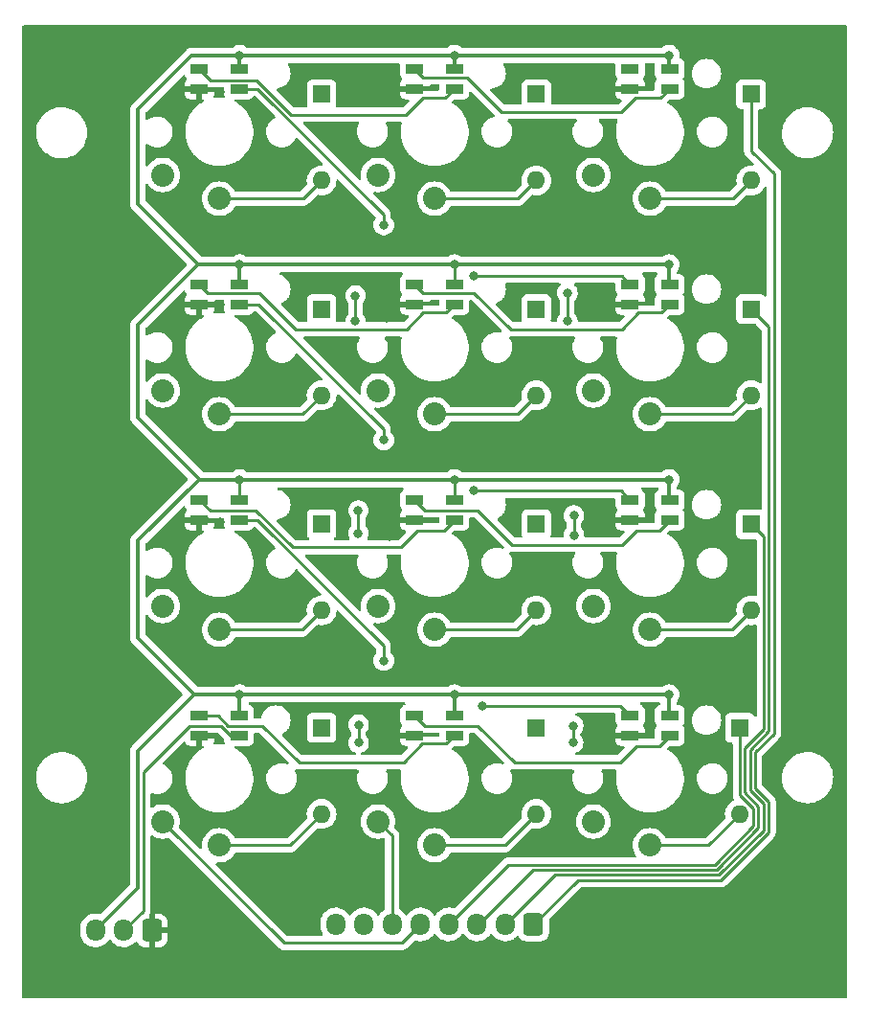
<source format=gtl>
%TF.GenerationSoftware,KiCad,Pcbnew,(6.0.1)*%
%TF.CreationDate,2022-02-13T15:50:39-08:00*%
%TF.ProjectId,keymani,6b65796d-616e-4692-9e6b-696361645f70,-*%
%TF.SameCoordinates,Original*%
%TF.FileFunction,Copper,L1,Top*%
%TF.FilePolarity,Positive*%
%FSLAX46Y46*%
G04 Gerber Fmt 4.6, Leading zero omitted, Abs format (unit mm)*
G04 Created by KiCad (PCBNEW (6.0.1)) date 2022-02-13 15:50:39*
%MOMM*%
%LPD*%
G01*
G04 APERTURE LIST*
G04 Aperture macros list*
%AMRoundRect*
0 Rectangle with rounded corners*
0 $1 Rounding radius*
0 $2 $3 $4 $5 $6 $7 $8 $9 X,Y pos of 4 corners*
0 Add a 4 corners polygon primitive as box body*
4,1,4,$2,$3,$4,$5,$6,$7,$8,$9,$2,$3,0*
0 Add four circle primitives for the rounded corners*
1,1,$1+$1,$2,$3*
1,1,$1+$1,$4,$5*
1,1,$1+$1,$6,$7*
1,1,$1+$1,$8,$9*
0 Add four rect primitives between the rounded corners*
20,1,$1+$1,$2,$3,$4,$5,0*
20,1,$1+$1,$4,$5,$6,$7,0*
20,1,$1+$1,$6,$7,$8,$9,0*
20,1,$1+$1,$8,$9,$2,$3,0*%
G04 Aperture macros list end*
%TA.AperFunction,SMDPad,CuDef*%
%ADD10R,1.600000X0.850000*%
%TD*%
%TA.AperFunction,ComponentPad*%
%ADD11C,2.032000*%
%TD*%
%TA.AperFunction,ComponentPad*%
%ADD12RoundRect,0.250000X0.600000X0.725000X-0.600000X0.725000X-0.600000X-0.725000X0.600000X-0.725000X0*%
%TD*%
%TA.AperFunction,ComponentPad*%
%ADD13O,1.700000X1.950000*%
%TD*%
%TA.AperFunction,ComponentPad*%
%ADD14R,1.600000X1.600000*%
%TD*%
%TA.AperFunction,ComponentPad*%
%ADD15O,1.600000X1.600000*%
%TD*%
%TA.AperFunction,ViaPad*%
%ADD16C,0.800000*%
%TD*%
%TA.AperFunction,Conductor*%
%ADD17C,0.250000*%
%TD*%
%TA.AperFunction,Conductor*%
%ADD18C,0.350000*%
%TD*%
G04 APERTURE END LIST*
D10*
%TO.P,D19,1,DOUT*%
%TO.N,Net-(D19-Pad1)*%
X132200000Y-93400000D03*
%TO.P,D19,2,VSS*%
%TO.N,GND*%
X132200000Y-95150000D03*
%TO.P,D19,3,DIN*%
%TO.N,Net-(D18-Pad1)*%
X135700000Y-95150000D03*
%TO.P,D19,4,VDD*%
%TO.N,5V*%
X135700000Y-93400000D03*
%TD*%
D11*
%TO.P,SW10,1,1*%
%TO.N,Net-(D10-Pad2)*%
X133950000Y-85825000D03*
%TO.P,SW10,2,2*%
%TO.N,COL_0*%
X128950000Y-83725000D03*
%TD*%
D10*
%TO.P,D23,1,DOUT*%
%TO.N,Net-(D23-Pad1)*%
X151250000Y-74350000D03*
%TO.P,D23,2,VSS*%
%TO.N,GND*%
X151250000Y-76100000D03*
%TO.P,D23,3,DIN*%
%TO.N,Net-(D22-Pad1)*%
X154750000Y-76100000D03*
%TO.P,D23,4,VDD*%
%TO.N,5V*%
X154750000Y-74350000D03*
%TD*%
D11*
%TO.P,SW5,1,1*%
%TO.N,Net-(D5-Pad2)*%
X153000000Y-123925000D03*
%TO.P,SW5,2,2*%
%TO.N,COL_1*%
X148000000Y-121825000D03*
%TD*%
D12*
%TO.P,CN1,1,Pin_1*%
%TO.N,ROW_0*%
X161750000Y-149967500D03*
D13*
%TO.P,CN1,2,Pin_2*%
%TO.N,ROW_1*%
X159250000Y-149967500D03*
%TO.P,CN1,3,Pin_3*%
%TO.N,ROW_2*%
X156750000Y-149967500D03*
%TO.P,CN1,4,Pin_4*%
%TO.N,ROW_3*%
X154250000Y-149967500D03*
%TO.P,CN1,5,Pin_5*%
%TO.N,COL_0*%
X151750000Y-149967500D03*
%TO.P,CN1,6,Pin_6*%
%TO.N,COL_1*%
X149250000Y-149967500D03*
%TO.P,CN1,7,Pin_7*%
%TO.N,COL_2*%
X146750000Y-149967500D03*
%TO.P,CN1,8,Pin_8*%
%TO.N,unconnected-(CN1-Pad8)*%
X144250000Y-149967500D03*
%TD*%
D11*
%TO.P,SW8,1,1*%
%TO.N,Net-(D8-Pad2)*%
X153000000Y-104875000D03*
%TO.P,SW8,2,2*%
%TO.N,COL_1*%
X148000000Y-102775000D03*
%TD*%
D10*
%TO.P,D17,1,DOUT*%
%TO.N,Net-(D17-Pad1)*%
X151250000Y-112450000D03*
%TO.P,D17,2,VSS*%
%TO.N,GND*%
X151250000Y-114200000D03*
%TO.P,D17,3,DIN*%
%TO.N,Net-(D16-Pad1)*%
X154750000Y-114200000D03*
%TO.P,D17,4,VDD*%
%TO.N,5V*%
X154750000Y-112450000D03*
%TD*%
%TO.P,D18,1,DOUT*%
%TO.N,Net-(D18-Pad1)*%
X170300000Y-112450000D03*
%TO.P,D18,2,VSS*%
%TO.N,GND*%
X170300000Y-114200000D03*
%TO.P,D18,3,DIN*%
%TO.N,Net-(D17-Pad1)*%
X173800000Y-114200000D03*
%TO.P,D18,4,VDD*%
%TO.N,5V*%
X173800000Y-112450000D03*
%TD*%
%TO.P,D15,1,DOUT*%
%TO.N,Net-(D15-Pad1)*%
X170300000Y-131500000D03*
%TO.P,D15,2,VSS*%
%TO.N,GND*%
X170300000Y-133250000D03*
%TO.P,D15,3,DIN*%
%TO.N,Net-(D14-Pad1)*%
X173800000Y-133250000D03*
%TO.P,D15,4,VDD*%
%TO.N,5V*%
X173800000Y-131500000D03*
%TD*%
D11*
%TO.P,SW9,1,1*%
%TO.N,Net-(D9-Pad2)*%
X172050000Y-104875000D03*
%TO.P,SW9,2,2*%
%TO.N,COL_2*%
X167050000Y-102775000D03*
%TD*%
D10*
%TO.P,D16,1,DOUT*%
%TO.N,Net-(D16-Pad1)*%
X132200000Y-112450000D03*
%TO.P,D16,2,VSS*%
%TO.N,GND*%
X132200000Y-114200000D03*
%TO.P,D16,3,DIN*%
%TO.N,Net-(D15-Pad1)*%
X135700000Y-114200000D03*
%TO.P,D16,4,VDD*%
%TO.N,5V*%
X135700000Y-112450000D03*
%TD*%
D11*
%TO.P,SW12,1,1*%
%TO.N,Net-(D12-Pad2)*%
X172050000Y-85825000D03*
%TO.P,SW12,2,2*%
%TO.N,COL_2*%
X167050000Y-83725000D03*
%TD*%
%TO.P,SW2,1,1*%
%TO.N,Net-(D2-Pad2)*%
X153000000Y-142975000D03*
%TO.P,SW2,2,2*%
%TO.N,COL_1*%
X148000000Y-140875000D03*
%TD*%
D10*
%TO.P,D13,1,DOUT*%
%TO.N,Net-(D13-Pad1)*%
X132200000Y-131500000D03*
%TO.P,D13,2,VSS*%
%TO.N,GND*%
X132200000Y-133250000D03*
%TO.P,D13,3,DIN*%
%TO.N,DIN*%
X135700000Y-133250000D03*
%TO.P,D13,4,VDD*%
%TO.N,5V*%
X135700000Y-131500000D03*
%TD*%
%TO.P,D24,1,DOUT*%
%TO.N,unconnected-(D24-Pad1)*%
X170300000Y-74350000D03*
%TO.P,D24,2,VSS*%
%TO.N,GND*%
X170300000Y-76100000D03*
%TO.P,D24,3,DIN*%
%TO.N,Net-(D23-Pad1)*%
X173800000Y-76100000D03*
%TO.P,D24,4,VDD*%
%TO.N,5V*%
X173800000Y-74350000D03*
%TD*%
%TO.P,D22,1,DOUT*%
%TO.N,Net-(D22-Pad1)*%
X132200000Y-74350000D03*
%TO.P,D22,2,VSS*%
%TO.N,GND*%
X132200000Y-76100000D03*
%TO.P,D22,3,DIN*%
%TO.N,Net-(D21-Pad1)*%
X135700000Y-76100000D03*
%TO.P,D22,4,VDD*%
%TO.N,5V*%
X135700000Y-74350000D03*
%TD*%
D11*
%TO.P,SW1,1,1*%
%TO.N,Net-(D1-Pad2)*%
X133950000Y-142975000D03*
%TO.P,SW1,2,2*%
%TO.N,COL_0*%
X128950000Y-140875000D03*
%TD*%
D10*
%TO.P,D20,1,DOUT*%
%TO.N,Net-(D20-Pad1)*%
X151250000Y-93400000D03*
%TO.P,D20,2,VSS*%
%TO.N,GND*%
X151250000Y-95150000D03*
%TO.P,D20,3,DIN*%
%TO.N,Net-(D19-Pad1)*%
X154750000Y-95150000D03*
%TO.P,D20,4,VDD*%
%TO.N,5V*%
X154750000Y-93400000D03*
%TD*%
%TO.P,D21,1,DOUT*%
%TO.N,Net-(D21-Pad1)*%
X170300000Y-93400000D03*
%TO.P,D21,2,VSS*%
%TO.N,GND*%
X170300000Y-95150000D03*
%TO.P,D21,3,DIN*%
%TO.N,Net-(D20-Pad1)*%
X173800000Y-95150000D03*
%TO.P,D21,4,VDD*%
%TO.N,5V*%
X173800000Y-93400000D03*
%TD*%
%TO.P,D14,1,DOUT*%
%TO.N,Net-(D14-Pad1)*%
X151250000Y-131500000D03*
%TO.P,D14,2,VSS*%
%TO.N,GND*%
X151250000Y-133250000D03*
%TO.P,D14,3,DIN*%
%TO.N,Net-(D13-Pad1)*%
X154750000Y-133250000D03*
%TO.P,D14,4,VDD*%
%TO.N,5V*%
X154750000Y-131500000D03*
%TD*%
D11*
%TO.P,SW3,1,1*%
%TO.N,Net-(D3-Pad2)*%
X172050000Y-142975000D03*
%TO.P,SW3,2,2*%
%TO.N,COL_2*%
X167050000Y-140875000D03*
%TD*%
%TO.P,SW6,1,1*%
%TO.N,Net-(D6-Pad2)*%
X172050000Y-123925000D03*
%TO.P,SW6,2,2*%
%TO.N,COL_2*%
X167050000Y-121825000D03*
%TD*%
%TO.P,SW4,1,1*%
%TO.N,Net-(D4-Pad2)*%
X133950000Y-123925000D03*
%TO.P,SW4,2,2*%
%TO.N,COL_0*%
X128950000Y-121825000D03*
%TD*%
%TO.P,SW11,1,1*%
%TO.N,Net-(D11-Pad2)*%
X153000000Y-85825000D03*
%TO.P,SW11,2,2*%
%TO.N,COL_1*%
X148000000Y-83725000D03*
%TD*%
%TO.P,SW7,1,1*%
%TO.N,Net-(D7-Pad2)*%
X133950000Y-104875000D03*
%TO.P,SW7,2,2*%
%TO.N,COL_0*%
X128950000Y-102775000D03*
%TD*%
D14*
%TO.P,D4,1,K*%
%TO.N,ROW_2*%
X143000000Y-114590000D03*
D15*
%TO.P,D4,2,A*%
%TO.N,Net-(D4-Pad2)*%
X143000000Y-122210000D03*
%TD*%
D14*
%TO.P,D3,1,K*%
%TO.N,ROW_3*%
X180000000Y-132590000D03*
D15*
%TO.P,D3,2,A*%
%TO.N,Net-(D3-Pad2)*%
X180000000Y-140210000D03*
%TD*%
D14*
%TO.P,D6,1,K*%
%TO.N,ROW_2*%
X181000000Y-114590000D03*
D15*
%TO.P,D6,2,A*%
%TO.N,Net-(D6-Pad2)*%
X181000000Y-122210000D03*
%TD*%
D14*
%TO.P,D12,1,K*%
%TO.N,ROW_0*%
X181000000Y-76590000D03*
D15*
%TO.P,D12,2,A*%
%TO.N,Net-(D12-Pad2)*%
X181000000Y-84210000D03*
%TD*%
D14*
%TO.P,D7,1,K*%
%TO.N,ROW_1*%
X143000000Y-95590000D03*
D15*
%TO.P,D7,2,A*%
%TO.N,Net-(D7-Pad2)*%
X143000000Y-103210000D03*
%TD*%
D14*
%TO.P,D9,1,K*%
%TO.N,ROW_1*%
X181000000Y-95590000D03*
D15*
%TO.P,D9,2,A*%
%TO.N,Net-(D9-Pad2)*%
X181000000Y-103210000D03*
%TD*%
D12*
%TO.P,CN2,1,Pin_1*%
%TO.N,GND*%
X128000000Y-150500000D03*
D13*
%TO.P,CN2,2,Pin_2*%
%TO.N,DIN*%
X125500000Y-150500000D03*
%TO.P,CN2,3,Pin_3*%
%TO.N,5V*%
X123000000Y-150500000D03*
%TD*%
D14*
%TO.P,D11,1,K*%
%TO.N,ROW_0*%
X162000000Y-76590000D03*
D15*
%TO.P,D11,2,A*%
%TO.N,Net-(D11-Pad2)*%
X162000000Y-84210000D03*
%TD*%
D14*
%TO.P,D2,1,K*%
%TO.N,ROW_3*%
X162000000Y-132590000D03*
D15*
%TO.P,D2,2,A*%
%TO.N,Net-(D2-Pad2)*%
X162000000Y-140210000D03*
%TD*%
D14*
%TO.P,D10,1,K*%
%TO.N,ROW_0*%
X143000000Y-76590000D03*
D15*
%TO.P,D10,2,A*%
%TO.N,Net-(D10-Pad2)*%
X143000000Y-84210000D03*
%TD*%
D14*
%TO.P,D1,1,K*%
%TO.N,ROW_3*%
X143000000Y-132590000D03*
D15*
%TO.P,D1,2,A*%
%TO.N,Net-(D1-Pad2)*%
X143000000Y-140210000D03*
%TD*%
D14*
%TO.P,D8,1,K*%
%TO.N,ROW_1*%
X162000000Y-95590000D03*
D15*
%TO.P,D8,2,A*%
%TO.N,Net-(D8-Pad2)*%
X162000000Y-103210000D03*
%TD*%
D14*
%TO.P,D5,1,K*%
%TO.N,ROW_2*%
X162000000Y-114590000D03*
D15*
%TO.P,D5,2,A*%
%TO.N,Net-(D5-Pad2)*%
X162000000Y-122210000D03*
%TD*%
D16*
%TO.N,COL_1*%
X146000000Y-96650000D03*
X146274579Y-132325421D03*
X146274579Y-133900000D03*
X146250000Y-115400000D03*
X146000000Y-94400000D03*
X146250000Y-113400000D03*
%TO.N,COL_2*%
X164750000Y-94150000D03*
X165250000Y-132400000D03*
X164750000Y-96650000D03*
X165324579Y-115575421D03*
X165324579Y-113825421D03*
X165250000Y-133900000D03*
%TO.N,5V*%
X135750000Y-73150000D03*
X173750000Y-91650000D03*
X135750000Y-91650000D03*
X154750000Y-110650000D03*
X154750000Y-129650000D03*
X154750000Y-91650000D03*
X173750000Y-110650000D03*
X173750000Y-129650000D03*
X135750000Y-129650000D03*
X173750000Y-73150000D03*
X135750000Y-110650000D03*
X154750000Y-73150000D03*
%TO.N,GND*%
X167500000Y-74900000D03*
X148500000Y-74900000D03*
X134000000Y-95150000D03*
X148750000Y-96400000D03*
X149000000Y-130900000D03*
X134000000Y-114400000D03*
X162000000Y-93650000D03*
X149000000Y-115650000D03*
X172000000Y-132400000D03*
X172000000Y-94150000D03*
X144750000Y-130900000D03*
X172000000Y-113400000D03*
X143000000Y-93150000D03*
X134000000Y-76400000D03*
%TO.N,Net-(D15-Pad1)*%
X148500000Y-126650000D03*
X157250000Y-130650000D03*
%TO.N,Net-(D18-Pad1)*%
X156500000Y-111650000D03*
X148500000Y-107150000D03*
%TO.N,Net-(D21-Pad1)*%
X156500000Y-92650000D03*
X148500000Y-88150000D03*
%TD*%
D17*
%TO.N,ROW_0*%
X181000000Y-81600000D02*
X181000000Y-76590000D01*
X183023551Y-83623551D02*
X181000000Y-81600000D01*
X183023551Y-133086905D02*
X183023551Y-83623551D01*
X181348560Y-134761898D02*
X183023551Y-133086905D01*
X182548560Y-139141406D02*
X181348560Y-137941406D01*
X181348560Y-137941406D02*
X181348560Y-134761898D01*
X178321914Y-146049520D02*
X182548560Y-141822874D01*
X182548560Y-141822874D02*
X182548560Y-139141406D01*
X165667980Y-146049520D02*
X178321914Y-146049520D01*
X161750000Y-149967500D02*
X165667980Y-146049520D01*
%TO.N,ROW_1*%
X182574031Y-97164031D02*
X181000000Y-95590000D01*
X180899040Y-134575700D02*
X182574031Y-132900708D01*
X182574031Y-132900708D02*
X182574031Y-97164031D01*
X182099040Y-139327604D02*
X180899040Y-138127604D01*
X180899040Y-138127604D02*
X180899040Y-134575700D01*
X182099040Y-141636676D02*
X182099040Y-139327604D01*
X178135718Y-145600000D02*
X182099040Y-141636676D01*
X159250000Y-149967500D02*
X163617500Y-145600000D01*
X163617500Y-145600000D02*
X178135718Y-145600000D01*
%TO.N,ROW_2*%
X182124511Y-115714511D02*
X181000000Y-114590000D01*
X182124511Y-132714511D02*
X182124511Y-115714511D01*
X180449520Y-134389502D02*
X182124511Y-132714511D01*
X181649520Y-139513802D02*
X180449520Y-138313802D01*
X177949520Y-145150480D02*
X181649520Y-141450479D01*
X181649520Y-141450479D02*
X181649520Y-139513802D01*
X156875000Y-149967500D02*
X161692020Y-145150480D01*
X161692020Y-145150480D02*
X177949520Y-145150480D01*
X156750000Y-149967500D02*
X156875000Y-149967500D01*
X180449520Y-138313802D02*
X180449520Y-134389502D01*
%TO.N,ROW_3*%
X180000000Y-138500000D02*
X180000000Y-132590000D01*
X181200000Y-141264282D02*
X181200000Y-139700000D01*
X177763322Y-144700960D02*
X181200000Y-141264282D01*
X154250000Y-149967500D02*
X159516540Y-144700960D01*
X159516540Y-144700960D02*
X177763322Y-144700960D01*
X181200000Y-139700000D02*
X180000000Y-138500000D01*
%TO.N,COL_0*%
X150117500Y-151600000D02*
X151750000Y-149967500D01*
X139675000Y-151600000D02*
X150117500Y-151600000D01*
X128950000Y-140875000D02*
X139675000Y-151600000D01*
%TO.N,COL_1*%
X149250000Y-142125000D02*
X148000000Y-140875000D01*
X149250000Y-149967500D02*
X149250000Y-142125000D01*
D18*
%TO.N,5V*%
X126725059Y-146774941D02*
X123000000Y-150500000D01*
X126725059Y-134674941D02*
X126725059Y-146774941D01*
X131750000Y-129650000D02*
X126725059Y-134674941D01*
X135750000Y-129650000D02*
X131750000Y-129650000D01*
D17*
%TO.N,DIN*%
X134090260Y-132400000D02*
X134940260Y-133250000D01*
X134940260Y-133250000D02*
X135700000Y-133250000D01*
X131300000Y-132400000D02*
X134090260Y-132400000D01*
X127224579Y-148775421D02*
X127224579Y-136475421D01*
X127224579Y-136475421D02*
X131300000Y-132400000D01*
X125500000Y-150500000D02*
X127224579Y-148775421D01*
D18*
%TO.N,5V*%
X135750000Y-129650000D02*
X131712989Y-129650000D01*
D17*
%TO.N,Net-(D1-Pad2)*%
X140235000Y-142975000D02*
X143000000Y-140210000D01*
X133950000Y-142975000D02*
X140235000Y-142975000D01*
%TO.N,Net-(D2-Pad2)*%
X153000000Y-142975000D02*
X159235000Y-142975000D01*
X159235000Y-142975000D02*
X162000000Y-140210000D01*
%TO.N,Net-(D3-Pad2)*%
X177235000Y-142975000D02*
X180000000Y-140210000D01*
X172050000Y-142975000D02*
X177235000Y-142975000D01*
%TO.N,Net-(D4-Pad2)*%
X141285000Y-123925000D02*
X143000000Y-122210000D01*
X133950000Y-123925000D02*
X141285000Y-123925000D01*
%TO.N,Net-(D5-Pad2)*%
X153000000Y-123925000D02*
X160285000Y-123925000D01*
X160285000Y-123925000D02*
X162000000Y-122210000D01*
%TO.N,Net-(D6-Pad2)*%
X172050000Y-123925000D02*
X179285000Y-123925000D01*
X179285000Y-123925000D02*
X181000000Y-122210000D01*
%TO.N,Net-(D7-Pad2)*%
X141335000Y-104875000D02*
X143000000Y-103210000D01*
X133950000Y-104875000D02*
X141335000Y-104875000D01*
%TO.N,Net-(D8-Pad2)*%
X153000000Y-104875000D02*
X160335000Y-104875000D01*
X160335000Y-104875000D02*
X162000000Y-103210000D01*
%TO.N,Net-(D9-Pad2)*%
X172050000Y-104875000D02*
X179335000Y-104875000D01*
X179335000Y-104875000D02*
X181000000Y-103210000D01*
%TO.N,Net-(D10-Pad2)*%
X133950000Y-85825000D02*
X141385000Y-85825000D01*
X141385000Y-85825000D02*
X143000000Y-84210000D01*
%TO.N,COL_1*%
X146000000Y-96650000D02*
X146000000Y-94400000D01*
X146250000Y-115400000D02*
X146250000Y-113400000D01*
X146274579Y-132325421D02*
X146274579Y-133900000D01*
%TO.N,COL_2*%
X165324579Y-115575421D02*
X165324579Y-113825421D01*
X165250000Y-132400000D02*
X165250000Y-133900000D01*
X164750000Y-94150000D02*
X164750000Y-96650000D01*
%TO.N,Net-(D11-Pad2)*%
X153000000Y-85825000D02*
X160385000Y-85825000D01*
X160385000Y-85825000D02*
X162000000Y-84210000D01*
%TO.N,Net-(D12-Pad2)*%
X179385000Y-85825000D02*
X181000000Y-84210000D01*
X172050000Y-85825000D02*
X179385000Y-85825000D01*
D18*
%TO.N,5V*%
X126750000Y-77925978D02*
X131525978Y-73150000D01*
X135750000Y-93350000D02*
X135700000Y-93400000D01*
X132075978Y-91650000D02*
X126750000Y-96975978D01*
X135750000Y-91650000D02*
X135750000Y-93350000D01*
X135750000Y-91650000D02*
X173750000Y-91650000D01*
X173750000Y-93350000D02*
X173800000Y-93400000D01*
D17*
X135750000Y-110650000D02*
X135750000Y-112400000D01*
D18*
X173750000Y-73150000D02*
X173750000Y-74300000D01*
X173750000Y-74300000D02*
X173800000Y-74350000D01*
X135750000Y-73150000D02*
X135750000Y-74300000D01*
X135750000Y-74300000D02*
X135700000Y-74350000D01*
X135750000Y-91650000D02*
X132075978Y-91650000D01*
X173750000Y-91650000D02*
X173750000Y-93350000D01*
X126750000Y-116025978D02*
X132125978Y-110650000D01*
X135750000Y-73150000D02*
X154750000Y-73150000D01*
X173750000Y-129650000D02*
X173750000Y-131450000D01*
X135750000Y-131450000D02*
X135700000Y-131500000D01*
X173750000Y-112400000D02*
X173800000Y-112450000D01*
X154750000Y-73150000D02*
X154750000Y-74350000D01*
X173750000Y-131450000D02*
X173800000Y-131500000D01*
X126750000Y-124687011D02*
X126750000Y-116025978D01*
X126750000Y-96975978D02*
X126750000Y-105150000D01*
D17*
X154750000Y-110650000D02*
X154750000Y-112450000D01*
D18*
X173750000Y-110650000D02*
X173750000Y-112400000D01*
X126750000Y-86324022D02*
X126750000Y-77925978D01*
X132075978Y-91650000D02*
X126750000Y-86324022D01*
D17*
X135750000Y-112400000D02*
X135700000Y-112450000D01*
D18*
X154750000Y-129650000D02*
X154750000Y-131500000D01*
X131525978Y-73150000D02*
X135750000Y-73150000D01*
D17*
X154750000Y-91650000D02*
X154750000Y-93400000D01*
D18*
X132125978Y-110650000D02*
X132250000Y-110650000D01*
X131712989Y-129650000D02*
X126750000Y-124687011D01*
X154750000Y-73150000D02*
X173750000Y-73150000D01*
X126750000Y-105150000D02*
X132250000Y-110650000D01*
X135750000Y-129650000D02*
X154750000Y-129650000D01*
X132250000Y-110650000D02*
X173750000Y-110650000D01*
X154750000Y-129650000D02*
X173750000Y-129650000D01*
X135750000Y-129650000D02*
X135750000Y-131450000D01*
D17*
%TO.N,Net-(D13-Pad1)*%
X154000489Y-133999511D02*
X154750000Y-133250000D01*
X151900489Y-133999511D02*
X154000489Y-133999511D01*
X137763975Y-132400000D02*
X141013975Y-135650000D01*
X132200000Y-131500000D02*
X133825978Y-131500000D01*
X133825978Y-131500000D02*
X134725978Y-132400000D01*
X134725978Y-132400000D02*
X137763975Y-132400000D01*
X141013975Y-135650000D02*
X150250000Y-135650000D01*
X150250000Y-135650000D02*
X151900489Y-133999511D01*
%TO.N,Net-(D14-Pad1)*%
X156825479Y-132411504D02*
X160063975Y-135650000D01*
X169409812Y-135650000D02*
X170859333Y-134200479D01*
X152161504Y-132411504D02*
X156825479Y-132411504D01*
X172849521Y-134200479D02*
X173800000Y-133250000D01*
X151250000Y-131500000D02*
X152161504Y-132411504D01*
X160063975Y-135650000D02*
X169409812Y-135650000D01*
X170859333Y-134200479D02*
X172849521Y-134200479D01*
%TO.N,Net-(D15-Pad1)*%
X148500000Y-126650000D02*
X148500000Y-125341992D01*
X137358008Y-114200000D02*
X135700000Y-114200000D01*
X157250000Y-130650000D02*
X169450000Y-130650000D01*
X148500000Y-125341992D02*
X137358008Y-114200000D01*
X169450000Y-130650000D02*
X170300000Y-131500000D01*
%TO.N,Net-(D16-Pad1)*%
X153799521Y-115150479D02*
X151499521Y-115150479D01*
X154750000Y-114200000D02*
X153799521Y-115150479D01*
X133150000Y-113400000D02*
X132200000Y-112450000D01*
X151499521Y-115150479D02*
X150000000Y-116650000D01*
X140443726Y-116650000D02*
X137193726Y-113400000D01*
X150000000Y-116650000D02*
X140443726Y-116650000D01*
X137193726Y-113400000D02*
X133150000Y-113400000D01*
%TO.N,Net-(D17-Pad1)*%
X170859812Y-115150000D02*
X172850000Y-115150000D01*
X169609812Y-116400000D02*
X170859812Y-115150000D01*
X156825479Y-113361504D02*
X159863975Y-116400000D01*
X152161504Y-113361504D02*
X156825479Y-113361504D01*
X172850000Y-115150000D02*
X173800000Y-114200000D01*
X159863975Y-116400000D02*
X169609812Y-116400000D01*
X151250000Y-112450000D02*
X152161504Y-113361504D01*
%TO.N,Net-(D19-Pad1)*%
X140724511Y-97374511D02*
X150525000Y-97374511D01*
X150525000Y-97374511D02*
X152000000Y-95899511D01*
X154000489Y-95899511D02*
X154750000Y-95150000D01*
X132200000Y-93400000D02*
X132949511Y-94149511D01*
X152000000Y-95899511D02*
X154000489Y-95899511D01*
X137499511Y-94149511D02*
X140724511Y-97374511D01*
X132949511Y-94149511D02*
X137499511Y-94149511D01*
%TO.N,Net-(D20-Pad1)*%
X159724511Y-97374511D02*
X169585301Y-97374511D01*
X151250000Y-93400000D02*
X151999511Y-94149511D01*
X151999511Y-94149511D02*
X156499511Y-94149511D01*
X169585301Y-97374511D02*
X171059812Y-95900000D01*
X171059812Y-95900000D02*
X173050000Y-95900000D01*
X156499511Y-94149511D02*
X159724511Y-97374511D01*
X173050000Y-95900000D02*
X173800000Y-95150000D01*
%TO.N,Net-(D18-Pad1)*%
X137429004Y-95150000D02*
X135700000Y-95150000D01*
X148500000Y-106220996D02*
X137429004Y-95150000D01*
X148500000Y-107150000D02*
X148500000Y-106220996D01*
X169500000Y-111650000D02*
X170300000Y-112450000D01*
X156500000Y-111650000D02*
X169500000Y-111650000D01*
%TO.N,Net-(D21-Pad1)*%
X137358008Y-76100000D02*
X135700000Y-76100000D01*
X148500000Y-88150000D02*
X148500000Y-87241992D01*
X156500000Y-92650000D02*
X169550000Y-92650000D01*
X148500000Y-87241992D02*
X137358008Y-76100000D01*
X169550000Y-92650000D02*
X170300000Y-93400000D01*
%TO.N,Net-(D22-Pad1)*%
X133200489Y-75350489D02*
X137244215Y-75350489D01*
X153950000Y-76900000D02*
X154750000Y-76100000D01*
X150459812Y-78400000D02*
X151959812Y-76900000D01*
X132200000Y-74350000D02*
X133200489Y-75350489D01*
X137244215Y-75350489D02*
X140293726Y-78400000D01*
X140293726Y-78400000D02*
X150459812Y-78400000D01*
X151959812Y-76900000D02*
X153950000Y-76900000D01*
%TO.N,Net-(D23-Pad1)*%
X169504906Y-78150000D02*
X170754906Y-76900000D01*
X158925000Y-78150000D02*
X169504906Y-78150000D01*
X151999511Y-75099511D02*
X155874511Y-75099511D01*
X170754906Y-76900000D02*
X173000000Y-76900000D01*
X173000000Y-76900000D02*
X173800000Y-76100000D01*
X151250000Y-74350000D02*
X151999511Y-75099511D01*
X155874511Y-75099511D02*
X158925000Y-78150000D01*
%TD*%
%TA.AperFunction,Conductor*%
%TO.N,GND*%
G36*
X189434121Y-70528002D02*
G01*
X189480614Y-70581658D01*
X189492000Y-70634000D01*
X189492000Y-156366000D01*
X189471998Y-156434121D01*
X189418342Y-156480614D01*
X189366000Y-156492000D01*
X116634000Y-156492000D01*
X116565879Y-156471998D01*
X116519386Y-156418342D01*
X116508000Y-156366000D01*
X116508000Y-150682890D01*
X121641500Y-150682890D01*
X121641725Y-150685539D01*
X121655456Y-150847361D01*
X121656080Y-150854720D01*
X121657418Y-150859875D01*
X121657419Y-150859881D01*
X121703882Y-151038894D01*
X121713999Y-151077872D01*
X121716191Y-151082738D01*
X121716192Y-151082741D01*
X121755942Y-151170983D01*
X121808688Y-151288075D01*
X121937441Y-151479319D01*
X122096576Y-151646135D01*
X122281542Y-151783754D01*
X122286293Y-151786170D01*
X122286297Y-151786172D01*
X122348704Y-151817901D01*
X122487051Y-151888240D01*
X122492145Y-151889822D01*
X122492148Y-151889823D01*
X122692020Y-151951885D01*
X122707227Y-151956607D01*
X122712516Y-151957308D01*
X122930489Y-151986198D01*
X122930494Y-151986198D01*
X122935774Y-151986898D01*
X122941103Y-151986698D01*
X122941105Y-151986698D01*
X123050966Y-151982573D01*
X123166158Y-151978249D01*
X123171468Y-151977135D01*
X123386572Y-151932002D01*
X123391791Y-151930907D01*
X123396750Y-151928949D01*
X123396752Y-151928948D01*
X123601256Y-151848185D01*
X123601258Y-151848184D01*
X123606221Y-151846224D01*
X123705184Y-151786172D01*
X123798757Y-151729390D01*
X123798756Y-151729390D01*
X123803317Y-151726623D01*
X123843493Y-151691760D01*
X123973412Y-151579023D01*
X123973414Y-151579021D01*
X123977445Y-151575523D01*
X124041383Y-151497545D01*
X124120240Y-151401373D01*
X124120244Y-151401367D01*
X124123624Y-151397245D01*
X124141552Y-151365750D01*
X124192632Y-151316445D01*
X124262262Y-151302583D01*
X124328333Y-151328566D01*
X124355573Y-151357716D01*
X124437441Y-151479319D01*
X124596576Y-151646135D01*
X124781542Y-151783754D01*
X124786293Y-151786170D01*
X124786297Y-151786172D01*
X124848704Y-151817901D01*
X124987051Y-151888240D01*
X124992145Y-151889822D01*
X124992148Y-151889823D01*
X125192020Y-151951885D01*
X125207227Y-151956607D01*
X125212516Y-151957308D01*
X125430489Y-151986198D01*
X125430494Y-151986198D01*
X125435774Y-151986898D01*
X125441103Y-151986698D01*
X125441105Y-151986698D01*
X125550966Y-151982573D01*
X125666158Y-151978249D01*
X125671468Y-151977135D01*
X125886572Y-151932002D01*
X125891791Y-151930907D01*
X125896750Y-151928949D01*
X125896752Y-151928948D01*
X126101256Y-151848185D01*
X126101258Y-151848184D01*
X126106221Y-151846224D01*
X126205184Y-151786172D01*
X126298757Y-151729390D01*
X126298756Y-151729390D01*
X126303317Y-151726623D01*
X126343493Y-151691760D01*
X126473412Y-151579023D01*
X126473414Y-151579021D01*
X126477445Y-151575523D01*
X126507006Y-151539471D01*
X126565666Y-151499476D01*
X126636636Y-151497545D01*
X126697384Y-151534290D01*
X126711584Y-151553059D01*
X126798063Y-151692807D01*
X126807099Y-151704208D01*
X126921829Y-151818739D01*
X126933240Y-151827751D01*
X127071243Y-151912816D01*
X127084424Y-151918963D01*
X127238710Y-151970138D01*
X127252086Y-151973005D01*
X127346438Y-151982672D01*
X127352854Y-151983000D01*
X127727885Y-151983000D01*
X127743124Y-151978525D01*
X127744329Y-151977135D01*
X127746000Y-151969452D01*
X127746000Y-151964884D01*
X128254000Y-151964884D01*
X128258475Y-151980123D01*
X128259865Y-151981328D01*
X128267548Y-151982999D01*
X128647095Y-151982999D01*
X128653614Y-151982662D01*
X128749206Y-151972743D01*
X128762600Y-151969851D01*
X128916784Y-151918412D01*
X128929962Y-151912239D01*
X129067807Y-151826937D01*
X129079208Y-151817901D01*
X129193739Y-151703171D01*
X129202751Y-151691760D01*
X129287816Y-151553757D01*
X129293963Y-151540576D01*
X129345138Y-151386290D01*
X129348005Y-151372914D01*
X129357672Y-151278562D01*
X129358000Y-151272146D01*
X129358000Y-150772115D01*
X129353525Y-150756876D01*
X129352135Y-150755671D01*
X129344452Y-150754000D01*
X128272115Y-150754000D01*
X128256876Y-150758475D01*
X128255671Y-150759865D01*
X128254000Y-150767548D01*
X128254000Y-151964884D01*
X127746000Y-151964884D01*
X127746000Y-150227885D01*
X128254000Y-150227885D01*
X128258475Y-150243124D01*
X128259865Y-150244329D01*
X128267548Y-150246000D01*
X129339884Y-150246000D01*
X129355123Y-150241525D01*
X129356328Y-150240135D01*
X129357999Y-150232452D01*
X129357999Y-149727905D01*
X129357662Y-149721386D01*
X129347743Y-149625794D01*
X129344851Y-149612400D01*
X129293412Y-149458216D01*
X129287239Y-149445038D01*
X129201937Y-149307193D01*
X129192901Y-149295792D01*
X129078171Y-149181261D01*
X129066760Y-149172249D01*
X128928757Y-149087184D01*
X128915576Y-149081037D01*
X128761290Y-149029862D01*
X128747914Y-149026995D01*
X128653562Y-149017328D01*
X128647145Y-149017000D01*
X128272115Y-149017000D01*
X128256876Y-149021475D01*
X128255671Y-149022865D01*
X128254000Y-149030548D01*
X128254000Y-150227885D01*
X127746000Y-150227885D01*
X127746000Y-149179947D01*
X127765468Y-149113646D01*
X127765301Y-149113547D01*
X127765690Y-149112890D01*
X127766002Y-149111826D01*
X127767938Y-149109089D01*
X127769339Y-149106720D01*
X127774193Y-149100462D01*
X127777338Y-149093193D01*
X127777341Y-149093189D01*
X127791753Y-149059884D01*
X127796970Y-149049234D01*
X127818274Y-149010481D01*
X127823312Y-148990858D01*
X127829716Y-148972155D01*
X127834612Y-148960841D01*
X127834612Y-148960840D01*
X127837760Y-148953566D01*
X127838999Y-148945743D01*
X127839002Y-148945733D01*
X127844678Y-148909897D01*
X127847084Y-148898277D01*
X127856107Y-148863132D01*
X127856107Y-148863131D01*
X127858079Y-148855451D01*
X127858079Y-148835197D01*
X127859630Y-148815486D01*
X127861559Y-148803307D01*
X127862799Y-148795478D01*
X127858638Y-148751459D01*
X127858079Y-148739602D01*
X127858079Y-142218693D01*
X127878081Y-142150572D01*
X127931737Y-142104079D01*
X128002011Y-142093975D01*
X128050285Y-142113573D01*
X128051151Y-142112160D01*
X128255751Y-142237540D01*
X128260321Y-142239433D01*
X128260323Y-142239434D01*
X128470583Y-142326526D01*
X128477447Y-142329369D01*
X128559037Y-142348957D01*
X128705965Y-142384232D01*
X128705971Y-142384233D01*
X128710778Y-142385387D01*
X128950000Y-142404214D01*
X129189222Y-142385387D01*
X129194029Y-142384233D01*
X129194035Y-142384232D01*
X129422553Y-142329369D01*
X129423087Y-142331592D01*
X129484578Y-142329813D01*
X129541686Y-142362590D01*
X139171343Y-151992247D01*
X139178887Y-152000537D01*
X139183000Y-152007018D01*
X139188777Y-152012443D01*
X139232667Y-152053658D01*
X139235509Y-152056413D01*
X139255230Y-152076134D01*
X139258425Y-152078612D01*
X139267447Y-152086318D01*
X139299679Y-152116586D01*
X139306628Y-152120406D01*
X139317432Y-152126346D01*
X139333956Y-152137199D01*
X139349959Y-152149613D01*
X139390543Y-152167176D01*
X139401173Y-152172383D01*
X139439940Y-152193695D01*
X139447617Y-152195666D01*
X139447622Y-152195668D01*
X139459558Y-152198732D01*
X139478266Y-152205137D01*
X139496855Y-152213181D01*
X139504680Y-152214420D01*
X139504682Y-152214421D01*
X139540519Y-152220097D01*
X139552140Y-152222504D01*
X139583959Y-152230673D01*
X139594970Y-152233500D01*
X139615231Y-152233500D01*
X139634940Y-152235051D01*
X139654943Y-152238219D01*
X139662835Y-152237473D01*
X139668062Y-152236979D01*
X139698954Y-152234059D01*
X139710811Y-152233500D01*
X150038733Y-152233500D01*
X150049916Y-152234027D01*
X150057409Y-152235702D01*
X150065335Y-152235453D01*
X150065336Y-152235453D01*
X150125486Y-152233562D01*
X150129445Y-152233500D01*
X150157356Y-152233500D01*
X150161291Y-152233003D01*
X150161356Y-152232995D01*
X150173193Y-152232062D01*
X150205451Y-152231048D01*
X150209470Y-152230922D01*
X150217389Y-152230673D01*
X150236843Y-152225021D01*
X150256200Y-152221013D01*
X150268430Y-152219468D01*
X150268431Y-152219468D01*
X150276297Y-152218474D01*
X150283668Y-152215555D01*
X150283670Y-152215555D01*
X150317412Y-152202196D01*
X150328642Y-152198351D01*
X150363483Y-152188229D01*
X150363484Y-152188229D01*
X150371093Y-152186018D01*
X150377912Y-152181985D01*
X150377917Y-152181983D01*
X150388528Y-152175707D01*
X150406276Y-152167012D01*
X150425117Y-152159552D01*
X150445487Y-152144753D01*
X150460887Y-152133564D01*
X150470807Y-152127048D01*
X150502035Y-152108580D01*
X150502038Y-152108578D01*
X150508862Y-152104542D01*
X150523183Y-152090221D01*
X150538217Y-152077380D01*
X150539932Y-152076134D01*
X150554607Y-152065472D01*
X150582798Y-152031395D01*
X150590788Y-152022616D01*
X151198981Y-151414423D01*
X151261293Y-151380397D01*
X151325441Y-151383186D01*
X151457227Y-151424107D01*
X151462516Y-151424808D01*
X151680489Y-151453698D01*
X151680494Y-151453698D01*
X151685774Y-151454398D01*
X151691103Y-151454198D01*
X151691105Y-151454198D01*
X151800966Y-151450073D01*
X151916158Y-151445749D01*
X151938802Y-151440998D01*
X152136572Y-151399502D01*
X152141791Y-151398407D01*
X152146750Y-151396449D01*
X152146752Y-151396448D01*
X152351256Y-151315685D01*
X152351258Y-151315684D01*
X152356221Y-151313724D01*
X152392343Y-151291805D01*
X152548757Y-151196890D01*
X152548756Y-151196890D01*
X152553317Y-151194123D01*
X152591926Y-151160620D01*
X152723412Y-151046523D01*
X152723414Y-151046521D01*
X152727445Y-151043023D01*
X152800463Y-150953971D01*
X152870240Y-150868873D01*
X152870244Y-150868867D01*
X152873624Y-150864745D01*
X152891552Y-150833250D01*
X152942632Y-150783945D01*
X153012262Y-150770083D01*
X153078333Y-150796066D01*
X153105573Y-150825216D01*
X153187441Y-150946819D01*
X153191120Y-150950676D01*
X153191122Y-150950678D01*
X153252710Y-151015238D01*
X153346576Y-151113635D01*
X153531542Y-151251254D01*
X153536293Y-151253670D01*
X153536297Y-151253672D01*
X153609673Y-151290978D01*
X153737051Y-151355740D01*
X153742145Y-151357322D01*
X153742148Y-151357323D01*
X153884012Y-151401373D01*
X153957227Y-151424107D01*
X153962516Y-151424808D01*
X154180489Y-151453698D01*
X154180494Y-151453698D01*
X154185774Y-151454398D01*
X154191103Y-151454198D01*
X154191105Y-151454198D01*
X154300966Y-151450073D01*
X154416158Y-151445749D01*
X154438802Y-151440998D01*
X154636572Y-151399502D01*
X154641791Y-151398407D01*
X154646750Y-151396449D01*
X154646752Y-151396448D01*
X154851256Y-151315685D01*
X154851258Y-151315684D01*
X154856221Y-151313724D01*
X154892343Y-151291805D01*
X155048757Y-151196890D01*
X155048756Y-151196890D01*
X155053317Y-151194123D01*
X155091926Y-151160620D01*
X155223412Y-151046523D01*
X155223414Y-151046521D01*
X155227445Y-151043023D01*
X155300463Y-150953971D01*
X155370240Y-150868873D01*
X155370244Y-150868867D01*
X155373624Y-150864745D01*
X155391552Y-150833250D01*
X155442632Y-150783945D01*
X155512262Y-150770083D01*
X155578333Y-150796066D01*
X155605573Y-150825216D01*
X155687441Y-150946819D01*
X155691120Y-150950676D01*
X155691122Y-150950678D01*
X155752710Y-151015238D01*
X155846576Y-151113635D01*
X156031542Y-151251254D01*
X156036293Y-151253670D01*
X156036297Y-151253672D01*
X156109673Y-151290978D01*
X156237051Y-151355740D01*
X156242145Y-151357322D01*
X156242148Y-151357323D01*
X156384012Y-151401373D01*
X156457227Y-151424107D01*
X156462516Y-151424808D01*
X156680489Y-151453698D01*
X156680494Y-151453698D01*
X156685774Y-151454398D01*
X156691103Y-151454198D01*
X156691105Y-151454198D01*
X156800966Y-151450073D01*
X156916158Y-151445749D01*
X156938802Y-151440998D01*
X157136572Y-151399502D01*
X157141791Y-151398407D01*
X157146750Y-151396449D01*
X157146752Y-151396448D01*
X157351256Y-151315685D01*
X157351258Y-151315684D01*
X157356221Y-151313724D01*
X157392343Y-151291805D01*
X157548757Y-151196890D01*
X157548756Y-151196890D01*
X157553317Y-151194123D01*
X157591926Y-151160620D01*
X157723412Y-151046523D01*
X157723414Y-151046521D01*
X157727445Y-151043023D01*
X157800463Y-150953971D01*
X157870240Y-150868873D01*
X157870244Y-150868867D01*
X157873624Y-150864745D01*
X157891552Y-150833250D01*
X157942632Y-150783945D01*
X158012262Y-150770083D01*
X158078333Y-150796066D01*
X158105573Y-150825216D01*
X158187441Y-150946819D01*
X158191120Y-150950676D01*
X158191122Y-150950678D01*
X158252710Y-151015238D01*
X158346576Y-151113635D01*
X158531542Y-151251254D01*
X158536293Y-151253670D01*
X158536297Y-151253672D01*
X158609673Y-151290978D01*
X158737051Y-151355740D01*
X158742145Y-151357322D01*
X158742148Y-151357323D01*
X158884012Y-151401373D01*
X158957227Y-151424107D01*
X158962516Y-151424808D01*
X159180489Y-151453698D01*
X159180494Y-151453698D01*
X159185774Y-151454398D01*
X159191103Y-151454198D01*
X159191105Y-151454198D01*
X159300966Y-151450073D01*
X159416158Y-151445749D01*
X159438802Y-151440998D01*
X159636572Y-151399502D01*
X159641791Y-151398407D01*
X159646750Y-151396449D01*
X159646752Y-151396448D01*
X159851256Y-151315685D01*
X159851258Y-151315684D01*
X159856221Y-151313724D01*
X159892343Y-151291805D01*
X160048757Y-151196890D01*
X160048756Y-151196890D01*
X160053317Y-151194123D01*
X160091926Y-151160620D01*
X160223412Y-151046523D01*
X160223414Y-151046521D01*
X160227445Y-151043023D01*
X160256670Y-151007380D01*
X160315329Y-150967386D01*
X160386299Y-150965454D01*
X160447048Y-151002198D01*
X160461248Y-151020968D01*
X160472340Y-151038892D01*
X160551522Y-151166848D01*
X160676697Y-151291805D01*
X160682927Y-151295645D01*
X160682928Y-151295646D01*
X160820090Y-151380194D01*
X160827262Y-151384615D01*
X160868844Y-151398407D01*
X160988611Y-151438132D01*
X160988613Y-151438132D01*
X160995139Y-151440297D01*
X161001975Y-151440997D01*
X161001978Y-151440998D01*
X161037663Y-151444654D01*
X161099600Y-151451000D01*
X162400400Y-151451000D01*
X162403646Y-151450663D01*
X162403650Y-151450663D01*
X162499308Y-151440738D01*
X162499312Y-151440737D01*
X162506166Y-151440026D01*
X162512702Y-151437845D01*
X162512704Y-151437845D01*
X162648289Y-151392610D01*
X162673946Y-151384050D01*
X162824348Y-151290978D01*
X162949305Y-151165803D01*
X162981462Y-151113635D01*
X163038275Y-151021468D01*
X163038276Y-151021466D01*
X163042115Y-151015238D01*
X163092031Y-150864745D01*
X163095632Y-150853889D01*
X163095632Y-150853887D01*
X163097797Y-150847361D01*
X163098776Y-150837811D01*
X163103053Y-150796066D01*
X163108500Y-150742900D01*
X163108500Y-149557094D01*
X163128502Y-149488973D01*
X163145405Y-149467999D01*
X165893479Y-146719925D01*
X165955791Y-146685899D01*
X165982574Y-146683020D01*
X178243147Y-146683020D01*
X178254330Y-146683547D01*
X178261823Y-146685222D01*
X178269749Y-146684973D01*
X178269750Y-146684973D01*
X178329900Y-146683082D01*
X178333859Y-146683020D01*
X178361770Y-146683020D01*
X178365705Y-146682523D01*
X178365770Y-146682515D01*
X178377607Y-146681582D01*
X178409865Y-146680568D01*
X178413884Y-146680442D01*
X178421803Y-146680193D01*
X178441257Y-146674541D01*
X178460614Y-146670533D01*
X178472844Y-146668988D01*
X178472845Y-146668988D01*
X178480711Y-146667994D01*
X178488082Y-146665075D01*
X178488084Y-146665075D01*
X178521826Y-146651716D01*
X178533056Y-146647871D01*
X178567897Y-146637749D01*
X178567898Y-146637749D01*
X178575507Y-146635538D01*
X178582326Y-146631505D01*
X178582331Y-146631503D01*
X178592942Y-146625227D01*
X178610690Y-146616532D01*
X178629531Y-146609072D01*
X178665301Y-146583084D01*
X178675221Y-146576568D01*
X178706449Y-146558100D01*
X178706452Y-146558098D01*
X178713276Y-146554062D01*
X178727597Y-146539741D01*
X178742631Y-146526900D01*
X178752608Y-146519651D01*
X178759021Y-146514992D01*
X178787212Y-146480915D01*
X178795202Y-146472136D01*
X182940813Y-142326526D01*
X182949099Y-142318986D01*
X182955578Y-142314874D01*
X183002204Y-142265222D01*
X183004958Y-142262381D01*
X183024695Y-142242644D01*
X183027175Y-142239447D01*
X183034880Y-142230425D01*
X183059719Y-142203974D01*
X183065146Y-142198195D01*
X183068965Y-142191249D01*
X183068967Y-142191246D01*
X183074908Y-142180440D01*
X183085759Y-142163921D01*
X183093318Y-142154175D01*
X183098174Y-142147915D01*
X183101319Y-142140646D01*
X183101322Y-142140642D01*
X183115734Y-142107337D01*
X183120951Y-142096687D01*
X183142255Y-142057934D01*
X183147293Y-142038311D01*
X183153697Y-142019608D01*
X183158593Y-142008294D01*
X183158593Y-142008293D01*
X183161741Y-142001019D01*
X183162980Y-141993196D01*
X183162983Y-141993186D01*
X183168659Y-141957350D01*
X183171065Y-141945730D01*
X183180088Y-141910585D01*
X183180088Y-141910584D01*
X183182060Y-141902904D01*
X183182060Y-141882650D01*
X183183611Y-141862939D01*
X183185540Y-141850760D01*
X183186780Y-141842931D01*
X183182619Y-141798912D01*
X183182060Y-141787055D01*
X183182060Y-139220173D01*
X183182587Y-139208990D01*
X183184262Y-139201497D01*
X183182122Y-139133420D01*
X183182060Y-139129461D01*
X183182060Y-139101550D01*
X183181555Y-139097550D01*
X183180622Y-139085707D01*
X183180306Y-139075634D01*
X183179233Y-139041516D01*
X183173582Y-139022064D01*
X183169574Y-139002712D01*
X183168027Y-138990469D01*
X183167034Y-138982609D01*
X183161874Y-138969576D01*
X183150760Y-138941503D01*
X183146915Y-138930276D01*
X183142761Y-138915978D01*
X183134578Y-138887813D01*
X183130544Y-138880991D01*
X183130541Y-138880985D01*
X183124266Y-138870374D01*
X183115570Y-138852624D01*
X183111032Y-138841162D01*
X183111029Y-138841157D01*
X183108112Y-138833789D01*
X183082133Y-138798031D01*
X183075617Y-138788113D01*
X183057135Y-138756863D01*
X183053102Y-138750043D01*
X183038778Y-138735719D01*
X183025936Y-138720684D01*
X183014032Y-138704299D01*
X182979966Y-138676117D01*
X182971187Y-138668128D01*
X182018965Y-137715906D01*
X181984939Y-137653594D01*
X181982060Y-137626811D01*
X181982060Y-137047404D01*
X183736941Y-137047404D01*
X183763091Y-137346292D01*
X183764001Y-137350364D01*
X183764002Y-137350369D01*
X183817183Y-137588288D01*
X183828540Y-137639095D01*
X183829984Y-137643018D01*
X183829984Y-137643020D01*
X183842362Y-137676661D01*
X183932140Y-137920671D01*
X183934084Y-137924359D01*
X183934088Y-137924367D01*
X184030805Y-138107807D01*
X184072069Y-138186071D01*
X184245871Y-138430633D01*
X184450490Y-138650061D01*
X184682333Y-138840498D01*
X184937325Y-138998600D01*
X184941142Y-139000316D01*
X184941145Y-139000317D01*
X184989535Y-139022064D01*
X185210988Y-139121589D01*
X185350935Y-139163309D01*
X185494514Y-139206112D01*
X185494516Y-139206112D01*
X185498513Y-139207304D01*
X185502633Y-139207957D01*
X185502635Y-139207957D01*
X185579764Y-139220173D01*
X185794848Y-139254239D01*
X185837577Y-139256179D01*
X185887262Y-139258436D01*
X185887281Y-139258436D01*
X185888681Y-139258500D01*
X186076107Y-139258500D01*
X186299370Y-139243671D01*
X186303464Y-139242846D01*
X186303468Y-139242845D01*
X186474726Y-139208313D01*
X186593480Y-139184368D01*
X186877163Y-139086688D01*
X186880896Y-139084819D01*
X186880900Y-139084817D01*
X187141691Y-138954222D01*
X187141693Y-138954221D01*
X187145435Y-138952347D01*
X187329328Y-138827374D01*
X187390125Y-138786057D01*
X187390128Y-138786055D01*
X187393584Y-138783706D01*
X187407764Y-138771028D01*
X187555763Y-138638700D01*
X187617248Y-138583726D01*
X187641270Y-138555699D01*
X187809779Y-138359097D01*
X187809782Y-138359093D01*
X187812499Y-138355923D01*
X187814773Y-138352421D01*
X187814777Y-138352416D01*
X187973628Y-138107807D01*
X187973631Y-138107802D01*
X187975907Y-138104297D01*
X188104600Y-137833270D01*
X188115856Y-137798214D01*
X188195038Y-137551591D01*
X188195038Y-137551590D01*
X188196318Y-137547604D01*
X188227721Y-137373070D01*
X188248709Y-137256425D01*
X188248710Y-137256420D01*
X188249448Y-137252316D01*
X188251606Y-137204816D01*
X188262870Y-136956766D01*
X188262870Y-136956760D01*
X188263059Y-136952596D01*
X188259222Y-136908732D01*
X188237273Y-136657870D01*
X188236909Y-136653708D01*
X188224911Y-136600029D01*
X188172372Y-136364984D01*
X188172371Y-136364981D01*
X188171460Y-136360905D01*
X188067860Y-136079329D01*
X188065916Y-136075641D01*
X188065912Y-136075633D01*
X187929884Y-135817633D01*
X187929883Y-135817632D01*
X187927931Y-135813929D01*
X187754129Y-135569367D01*
X187549510Y-135349939D01*
X187317667Y-135159502D01*
X187062675Y-135001400D01*
X187041573Y-134991916D01*
X186966230Y-134958056D01*
X186789012Y-134878411D01*
X186562018Y-134810741D01*
X186505486Y-134793888D01*
X186505484Y-134793888D01*
X186501487Y-134792696D01*
X186497367Y-134792043D01*
X186497365Y-134792043D01*
X186350576Y-134768794D01*
X186205152Y-134745761D01*
X186162423Y-134743821D01*
X186112738Y-134741564D01*
X186112719Y-134741564D01*
X186111319Y-134741500D01*
X185923893Y-134741500D01*
X185700630Y-134756329D01*
X185696536Y-134757154D01*
X185696532Y-134757155D01*
X185629521Y-134770667D01*
X185406520Y-134815632D01*
X185122837Y-134913312D01*
X185119104Y-134915181D01*
X185119100Y-134915183D01*
X184858309Y-135045778D01*
X184854565Y-135047653D01*
X184838591Y-135058509D01*
X184679164Y-135166855D01*
X184606416Y-135216294D01*
X184382752Y-135416274D01*
X184380035Y-135419444D01*
X184380034Y-135419445D01*
X184254155Y-135566311D01*
X184187501Y-135644077D01*
X184185227Y-135647579D01*
X184185223Y-135647584D01*
X184032408Y-135882899D01*
X184024093Y-135895703D01*
X183895400Y-136166730D01*
X183894121Y-136170713D01*
X183894120Y-136170716D01*
X183834610Y-136356066D01*
X183803682Y-136452396D01*
X183750552Y-136747684D01*
X183750363Y-136751851D01*
X183750362Y-136751858D01*
X183741253Y-136952446D01*
X183736941Y-137047404D01*
X181982060Y-137047404D01*
X181982060Y-135076494D01*
X182002062Y-135008373D01*
X182018964Y-134987399D01*
X183415809Y-133590552D01*
X183424091Y-133583016D01*
X183430569Y-133578905D01*
X183439114Y-133569806D01*
X183477194Y-133529254D01*
X183479949Y-133526412D01*
X183499686Y-133506675D01*
X183502166Y-133503478D01*
X183509871Y-133494456D01*
X183540137Y-133462226D01*
X183543956Y-133455280D01*
X183543958Y-133455277D01*
X183549899Y-133444471D01*
X183560750Y-133427952D01*
X183568309Y-133418206D01*
X183573165Y-133411946D01*
X183576310Y-133404677D01*
X183576313Y-133404673D01*
X183590725Y-133371368D01*
X183595942Y-133360718D01*
X183617246Y-133321965D01*
X183622284Y-133302342D01*
X183628688Y-133283639D01*
X183633584Y-133272324D01*
X183636732Y-133265050D01*
X183643648Y-133221386D01*
X183646055Y-133209765D01*
X183655079Y-133174616D01*
X183655079Y-133174615D01*
X183657051Y-133166935D01*
X183657051Y-133146674D01*
X183658602Y-133126963D01*
X183660530Y-133114790D01*
X183661770Y-133106962D01*
X183657610Y-133062951D01*
X183657051Y-133051094D01*
X183657051Y-83702318D01*
X183657578Y-83691135D01*
X183659253Y-83683642D01*
X183657113Y-83615565D01*
X183657051Y-83611606D01*
X183657051Y-83583695D01*
X183656546Y-83579695D01*
X183655613Y-83567852D01*
X183655013Y-83548743D01*
X183654224Y-83523661D01*
X183648573Y-83504209D01*
X183644565Y-83484857D01*
X183643018Y-83472614D01*
X183642025Y-83464754D01*
X183639107Y-83457383D01*
X183625751Y-83423648D01*
X183621906Y-83412421D01*
X183621272Y-83410238D01*
X183609569Y-83369958D01*
X183605535Y-83363136D01*
X183605532Y-83363130D01*
X183599257Y-83352519D01*
X183590561Y-83334769D01*
X183586023Y-83323307D01*
X183586020Y-83323302D01*
X183583103Y-83315934D01*
X183557124Y-83280176D01*
X183550608Y-83270258D01*
X183532126Y-83239008D01*
X183528093Y-83232188D01*
X183513769Y-83217864D01*
X183500927Y-83202829D01*
X183499339Y-83200643D01*
X183489023Y-83186444D01*
X183454957Y-83158262D01*
X183446178Y-83150273D01*
X181670405Y-81374500D01*
X181636379Y-81312188D01*
X181633500Y-81285405D01*
X181633500Y-80047404D01*
X183736941Y-80047404D01*
X183737304Y-80051552D01*
X183737304Y-80051556D01*
X183741235Y-80096486D01*
X183763091Y-80346292D01*
X183764001Y-80350364D01*
X183764002Y-80350369D01*
X183827628Y-80635016D01*
X183828540Y-80639095D01*
X183932140Y-80920671D01*
X183934084Y-80924359D01*
X183934088Y-80924367D01*
X184061127Y-81165317D01*
X184072069Y-81186071D01*
X184245871Y-81430633D01*
X184450490Y-81650061D01*
X184453715Y-81652710D01*
X184639642Y-81805431D01*
X184682333Y-81840498D01*
X184937325Y-81998600D01*
X184941142Y-82000316D01*
X184941145Y-82000317D01*
X185008737Y-82030694D01*
X185210988Y-82121589D01*
X185385368Y-82173574D01*
X185494514Y-82206112D01*
X185494516Y-82206112D01*
X185498513Y-82207304D01*
X185502633Y-82207957D01*
X185502635Y-82207957D01*
X185542210Y-82214225D01*
X185794848Y-82254239D01*
X185837577Y-82256179D01*
X185887262Y-82258436D01*
X185887281Y-82258436D01*
X185888681Y-82258500D01*
X186076107Y-82258500D01*
X186299370Y-82243671D01*
X186303464Y-82242846D01*
X186303468Y-82242845D01*
X186445406Y-82214225D01*
X186593480Y-82184368D01*
X186877163Y-82086688D01*
X186880896Y-82084819D01*
X186880900Y-82084817D01*
X187141691Y-81954222D01*
X187141693Y-81954221D01*
X187145435Y-81952347D01*
X187353213Y-81811142D01*
X187390125Y-81786057D01*
X187390128Y-81786055D01*
X187393584Y-81783706D01*
X187617248Y-81583726D01*
X187619966Y-81580555D01*
X187809779Y-81359097D01*
X187809782Y-81359093D01*
X187812499Y-81355923D01*
X187814773Y-81352421D01*
X187814777Y-81352416D01*
X187973628Y-81107807D01*
X187973631Y-81107802D01*
X187975907Y-81104297D01*
X188104600Y-80833270D01*
X188106874Y-80826189D01*
X188195038Y-80551591D01*
X188195038Y-80551590D01*
X188196318Y-80547604D01*
X188224167Y-80392823D01*
X188248709Y-80256425D01*
X188248710Y-80256420D01*
X188249448Y-80252316D01*
X188250777Y-80223070D01*
X188262870Y-79956766D01*
X188262870Y-79956760D01*
X188263059Y-79952596D01*
X188236909Y-79653708D01*
X188230924Y-79626930D01*
X188172372Y-79364984D01*
X188172371Y-79364981D01*
X188171460Y-79360905D01*
X188169948Y-79356794D01*
X188084926Y-79125714D01*
X188067860Y-79079329D01*
X188065916Y-79075641D01*
X188065912Y-79075633D01*
X187929884Y-78817633D01*
X187929883Y-78817632D01*
X187927931Y-78813929D01*
X187754129Y-78569367D01*
X187549510Y-78349939D01*
X187317667Y-78159502D01*
X187062675Y-78001400D01*
X186789012Y-77878411D01*
X186582996Y-77816995D01*
X186505486Y-77793888D01*
X186505484Y-77793888D01*
X186501487Y-77792696D01*
X186497367Y-77792043D01*
X186497365Y-77792043D01*
X186317631Y-77763576D01*
X186205152Y-77745761D01*
X186162423Y-77743821D01*
X186112738Y-77741564D01*
X186112719Y-77741564D01*
X186111319Y-77741500D01*
X185923893Y-77741500D01*
X185700630Y-77756329D01*
X185696536Y-77757154D01*
X185696532Y-77757155D01*
X185555487Y-77785595D01*
X185406520Y-77815632D01*
X185122837Y-77913312D01*
X185119104Y-77915181D01*
X185119100Y-77915183D01*
X184900800Y-78024500D01*
X184854565Y-78047653D01*
X184851100Y-78050008D01*
X184656343Y-78182364D01*
X184606416Y-78216294D01*
X184382752Y-78416274D01*
X184380035Y-78419444D01*
X184380034Y-78419445D01*
X184192584Y-78638147D01*
X184187501Y-78644077D01*
X184185227Y-78647579D01*
X184185223Y-78647584D01*
X184026372Y-78892193D01*
X184024093Y-78895703D01*
X184022299Y-78899482D01*
X184022298Y-78899483D01*
X183978362Y-78992012D01*
X183895400Y-79166730D01*
X183894121Y-79170713D01*
X183894120Y-79170716D01*
X183882770Y-79206066D01*
X183803682Y-79452396D01*
X183802941Y-79456515D01*
X183771361Y-79632033D01*
X183750552Y-79747684D01*
X183750363Y-79751851D01*
X183750362Y-79751858D01*
X183748065Y-79802446D01*
X183736941Y-80047404D01*
X181633500Y-80047404D01*
X181633500Y-78024500D01*
X181653502Y-77956379D01*
X181707158Y-77909886D01*
X181759500Y-77898500D01*
X181848134Y-77898500D01*
X181910316Y-77891745D01*
X182046705Y-77840615D01*
X182163261Y-77753261D01*
X182250615Y-77636705D01*
X182301745Y-77500316D01*
X182308500Y-77438134D01*
X182308500Y-75741866D01*
X182301745Y-75679684D01*
X182250615Y-75543295D01*
X182163261Y-75426739D01*
X182046705Y-75339385D01*
X181910316Y-75288255D01*
X181848134Y-75281500D01*
X180151866Y-75281500D01*
X180089684Y-75288255D01*
X179953295Y-75339385D01*
X179836739Y-75426739D01*
X179749385Y-75543295D01*
X179698255Y-75679684D01*
X179691500Y-75741866D01*
X179691500Y-77438134D01*
X179698255Y-77500316D01*
X179749385Y-77636705D01*
X179836739Y-77753261D01*
X179953295Y-77840615D01*
X180089684Y-77891745D01*
X180151866Y-77898500D01*
X180240500Y-77898500D01*
X180308621Y-77918502D01*
X180355114Y-77972158D01*
X180366500Y-78024500D01*
X180366500Y-81521233D01*
X180365973Y-81532416D01*
X180364298Y-81539909D01*
X180364547Y-81547835D01*
X180364547Y-81547836D01*
X180366438Y-81607986D01*
X180366500Y-81611945D01*
X180366500Y-81639856D01*
X180366997Y-81643790D01*
X180366997Y-81643791D01*
X180367005Y-81643856D01*
X180367938Y-81655693D01*
X180369327Y-81699889D01*
X180374978Y-81719339D01*
X180378987Y-81738700D01*
X180381526Y-81758797D01*
X180384445Y-81766168D01*
X180384445Y-81766170D01*
X180397804Y-81799912D01*
X180401649Y-81811142D01*
X180410817Y-81842699D01*
X180413982Y-81853593D01*
X180418015Y-81860412D01*
X180418017Y-81860417D01*
X180424293Y-81871028D01*
X180432988Y-81888776D01*
X180440448Y-81907617D01*
X180445110Y-81914033D01*
X180445110Y-81914034D01*
X180466436Y-81943387D01*
X180472952Y-81953307D01*
X180495458Y-81991362D01*
X180509779Y-82005683D01*
X180522619Y-82020716D01*
X180534528Y-82037107D01*
X180540634Y-82042158D01*
X180568605Y-82065298D01*
X180577384Y-82073288D01*
X181194218Y-82690122D01*
X181228244Y-82752434D01*
X181223179Y-82823249D01*
X181180632Y-82880085D01*
X181114112Y-82904896D01*
X181094142Y-82904738D01*
X181005476Y-82896981D01*
X181005475Y-82896981D01*
X181000000Y-82896502D01*
X180771913Y-82916457D01*
X180766600Y-82917881D01*
X180766598Y-82917881D01*
X180556067Y-82974293D01*
X180556065Y-82974294D01*
X180550757Y-82975716D01*
X180545776Y-82978039D01*
X180545775Y-82978039D01*
X180348238Y-83070151D01*
X180348233Y-83070154D01*
X180343251Y-83072477D01*
X180238389Y-83145902D01*
X180160211Y-83200643D01*
X180160208Y-83200645D01*
X180155700Y-83203802D01*
X179993802Y-83365700D01*
X179990645Y-83370208D01*
X179990643Y-83370211D01*
X179957096Y-83418121D01*
X179862477Y-83553251D01*
X179860154Y-83558233D01*
X179860151Y-83558238D01*
X179780091Y-83729930D01*
X179765716Y-83760757D01*
X179706457Y-83981913D01*
X179686502Y-84210000D01*
X179706457Y-84438087D01*
X179707879Y-84443392D01*
X179707881Y-84443406D01*
X179723459Y-84501539D01*
X179721771Y-84572516D01*
X179690848Y-84623248D01*
X179159499Y-85154596D01*
X179097187Y-85188621D01*
X179070404Y-85191500D01*
X173520270Y-85191500D01*
X173452149Y-85171498D01*
X173414291Y-85129678D01*
X173412540Y-85130751D01*
X173384474Y-85084952D01*
X173287160Y-84926151D01*
X173240277Y-84871257D01*
X173134531Y-84747444D01*
X173131318Y-84743682D01*
X172995422Y-84627617D01*
X172952617Y-84591058D01*
X172952616Y-84591057D01*
X172948849Y-84587840D01*
X172744249Y-84462460D01*
X172739679Y-84460567D01*
X172739677Y-84460566D01*
X172527126Y-84372525D01*
X172527124Y-84372524D01*
X172522553Y-84370631D01*
X172440963Y-84351043D01*
X172294035Y-84315768D01*
X172294029Y-84315767D01*
X172289222Y-84314613D01*
X172050000Y-84295786D01*
X171810778Y-84314613D01*
X171805971Y-84315767D01*
X171805965Y-84315768D01*
X171659037Y-84351043D01*
X171577447Y-84370631D01*
X171572876Y-84372524D01*
X171572874Y-84372525D01*
X171360323Y-84460566D01*
X171360321Y-84460567D01*
X171355751Y-84462460D01*
X171151151Y-84587840D01*
X171147384Y-84591057D01*
X171147383Y-84591058D01*
X171104578Y-84627617D01*
X170968682Y-84743682D01*
X170965469Y-84747444D01*
X170859724Y-84871257D01*
X170812840Y-84926151D01*
X170687460Y-85130751D01*
X170685567Y-85135321D01*
X170685566Y-85135323D01*
X170597525Y-85347874D01*
X170595631Y-85352447D01*
X170594476Y-85357259D01*
X170540768Y-85580965D01*
X170540767Y-85580971D01*
X170539613Y-85585778D01*
X170520786Y-85825000D01*
X170539613Y-86064222D01*
X170540767Y-86069029D01*
X170540768Y-86069035D01*
X170576043Y-86215963D01*
X170595631Y-86297553D01*
X170597524Y-86302124D01*
X170597525Y-86302126D01*
X170679599Y-86500270D01*
X170687460Y-86519249D01*
X170812840Y-86723849D01*
X170968682Y-86906318D01*
X171151151Y-87062160D01*
X171355751Y-87187540D01*
X171360321Y-87189433D01*
X171360323Y-87189434D01*
X171467930Y-87234006D01*
X171577447Y-87279369D01*
X171639039Y-87294156D01*
X171805965Y-87334232D01*
X171805971Y-87334233D01*
X171810778Y-87335387D01*
X172050000Y-87354214D01*
X172289222Y-87335387D01*
X172294029Y-87334233D01*
X172294035Y-87334232D01*
X172460961Y-87294156D01*
X172522553Y-87279369D01*
X172632070Y-87234006D01*
X172739677Y-87189434D01*
X172739679Y-87189433D01*
X172744249Y-87187540D01*
X172948849Y-87062160D01*
X173131318Y-86906318D01*
X173287160Y-86723849D01*
X173412540Y-86519249D01*
X173414468Y-86520430D01*
X173456816Y-86475644D01*
X173520270Y-86458500D01*
X179306233Y-86458500D01*
X179317416Y-86459027D01*
X179324909Y-86460702D01*
X179332835Y-86460453D01*
X179332836Y-86460453D01*
X179392986Y-86458562D01*
X179396945Y-86458500D01*
X179424856Y-86458500D01*
X179428791Y-86458003D01*
X179428856Y-86457995D01*
X179440693Y-86457062D01*
X179472951Y-86456048D01*
X179476970Y-86455922D01*
X179484889Y-86455673D01*
X179504343Y-86450021D01*
X179523700Y-86446013D01*
X179535930Y-86444468D01*
X179535931Y-86444468D01*
X179543797Y-86443474D01*
X179551168Y-86440555D01*
X179551170Y-86440555D01*
X179584912Y-86427196D01*
X179596142Y-86423351D01*
X179630983Y-86413229D01*
X179630984Y-86413229D01*
X179638593Y-86411018D01*
X179645412Y-86406985D01*
X179645417Y-86406983D01*
X179656028Y-86400707D01*
X179673776Y-86392012D01*
X179692617Y-86384552D01*
X179728387Y-86358564D01*
X179738307Y-86352048D01*
X179769535Y-86333580D01*
X179769538Y-86333578D01*
X179776362Y-86329542D01*
X179790683Y-86315221D01*
X179805717Y-86302380D01*
X179815694Y-86295131D01*
X179822107Y-86290472D01*
X179850298Y-86256395D01*
X179858288Y-86247616D01*
X180586752Y-85519152D01*
X180649064Y-85485126D01*
X180708459Y-85486541D01*
X180766591Y-85502118D01*
X180766602Y-85502120D01*
X180771913Y-85503543D01*
X181000000Y-85523498D01*
X181228087Y-85503543D01*
X181233400Y-85502119D01*
X181233402Y-85502119D01*
X181443933Y-85445707D01*
X181443935Y-85445706D01*
X181449243Y-85444284D01*
X181471435Y-85433936D01*
X181651762Y-85349849D01*
X181651767Y-85349846D01*
X181656749Y-85347523D01*
X181790562Y-85253826D01*
X181839789Y-85219357D01*
X181839792Y-85219355D01*
X181844300Y-85216198D01*
X182006198Y-85054300D01*
X182054179Y-84985777D01*
X182095929Y-84926151D01*
X182137523Y-84866749D01*
X182139846Y-84861767D01*
X182139849Y-84861762D01*
X182149856Y-84840301D01*
X182196774Y-84787016D01*
X182265051Y-84767555D01*
X182333011Y-84788097D01*
X182379076Y-84842120D01*
X182390051Y-84893551D01*
X182390051Y-94351138D01*
X182370049Y-94419259D01*
X182316393Y-94465752D01*
X182246119Y-94475856D01*
X182181539Y-94446362D01*
X182174956Y-94440233D01*
X182168642Y-94433919D01*
X182163261Y-94426739D01*
X182046705Y-94339385D01*
X181910316Y-94288255D01*
X181848134Y-94281500D01*
X180151866Y-94281500D01*
X180089684Y-94288255D01*
X179953295Y-94339385D01*
X179836739Y-94426739D01*
X179749385Y-94543295D01*
X179698255Y-94679684D01*
X179691500Y-94741866D01*
X179691500Y-96438134D01*
X179698255Y-96500316D01*
X179749385Y-96636705D01*
X179836739Y-96753261D01*
X179953295Y-96840615D01*
X180089684Y-96891745D01*
X180151866Y-96898500D01*
X181360405Y-96898500D01*
X181428526Y-96918502D01*
X181449500Y-96935405D01*
X181903626Y-97389531D01*
X181937652Y-97451843D01*
X181940531Y-97478626D01*
X181940531Y-102029140D01*
X181920529Y-102097261D01*
X181866873Y-102143754D01*
X181796599Y-102153858D01*
X181742261Y-102132353D01*
X181656749Y-102072477D01*
X181651767Y-102070154D01*
X181651762Y-102070151D01*
X181454225Y-101978039D01*
X181454224Y-101978039D01*
X181449243Y-101975716D01*
X181443935Y-101974294D01*
X181443933Y-101974293D01*
X181233402Y-101917881D01*
X181233400Y-101917881D01*
X181228087Y-101916457D01*
X181000000Y-101896502D01*
X180771913Y-101916457D01*
X180766600Y-101917881D01*
X180766598Y-101917881D01*
X180556067Y-101974293D01*
X180556065Y-101974294D01*
X180550757Y-101975716D01*
X180545776Y-101978039D01*
X180545775Y-101978039D01*
X180348238Y-102070151D01*
X180348233Y-102070154D01*
X180343251Y-102072477D01*
X180241457Y-102143754D01*
X180160211Y-102200643D01*
X180160208Y-102200645D01*
X180155700Y-102203802D01*
X179993802Y-102365700D01*
X179862477Y-102553251D01*
X179860154Y-102558233D01*
X179860151Y-102558238D01*
X179834405Y-102613452D01*
X179765716Y-102760757D01*
X179764294Y-102766065D01*
X179764293Y-102766067D01*
X179707881Y-102976598D01*
X179706457Y-102981913D01*
X179686502Y-103210000D01*
X179706457Y-103438087D01*
X179707879Y-103443392D01*
X179707881Y-103443406D01*
X179723459Y-103501539D01*
X179721771Y-103572516D01*
X179690848Y-103623248D01*
X179109499Y-104204596D01*
X179047187Y-104238621D01*
X179020404Y-104241500D01*
X173520270Y-104241500D01*
X173452149Y-104221498D01*
X173414291Y-104179678D01*
X173412540Y-104180751D01*
X173310813Y-104014749D01*
X173287160Y-103976151D01*
X173131318Y-103793682D01*
X172995422Y-103677617D01*
X172952617Y-103641058D01*
X172952616Y-103641057D01*
X172948849Y-103637840D01*
X172744249Y-103512460D01*
X172739679Y-103510567D01*
X172739677Y-103510566D01*
X172527126Y-103422525D01*
X172527124Y-103422524D01*
X172522553Y-103420631D01*
X172440963Y-103401043D01*
X172294035Y-103365768D01*
X172294029Y-103365767D01*
X172289222Y-103364613D01*
X172050000Y-103345786D01*
X171810778Y-103364613D01*
X171805971Y-103365767D01*
X171805965Y-103365768D01*
X171659037Y-103401043D01*
X171577447Y-103420631D01*
X171572876Y-103422524D01*
X171572874Y-103422525D01*
X171360323Y-103510566D01*
X171360321Y-103510567D01*
X171355751Y-103512460D01*
X171151151Y-103637840D01*
X171147384Y-103641057D01*
X171147383Y-103641058D01*
X171104578Y-103677617D01*
X170968682Y-103793682D01*
X170812840Y-103976151D01*
X170687460Y-104180751D01*
X170685567Y-104185321D01*
X170685566Y-104185323D01*
X170609860Y-104368095D01*
X170595631Y-104402447D01*
X170585587Y-104444284D01*
X170540768Y-104630965D01*
X170540767Y-104630971D01*
X170539613Y-104635778D01*
X170520786Y-104875000D01*
X170539613Y-105114222D01*
X170540767Y-105119029D01*
X170540768Y-105119035D01*
X170572184Y-105249889D01*
X170595631Y-105347553D01*
X170597524Y-105352124D01*
X170597525Y-105352126D01*
X170679192Y-105549287D01*
X170687460Y-105569249D01*
X170812840Y-105773849D01*
X170816057Y-105777616D01*
X170816058Y-105777617D01*
X170866315Y-105836461D01*
X170968682Y-105956318D01*
X170972444Y-105959531D01*
X171116179Y-106082291D01*
X171151151Y-106112160D01*
X171355751Y-106237540D01*
X171360321Y-106239433D01*
X171360323Y-106239434D01*
X171572874Y-106327475D01*
X171577447Y-106329369D01*
X171659037Y-106348957D01*
X171805965Y-106384232D01*
X171805971Y-106384233D01*
X171810778Y-106385387D01*
X172050000Y-106404214D01*
X172289222Y-106385387D01*
X172294029Y-106384233D01*
X172294035Y-106384232D01*
X172440963Y-106348957D01*
X172522553Y-106329369D01*
X172527126Y-106327475D01*
X172739677Y-106239434D01*
X172739679Y-106239433D01*
X172744249Y-106237540D01*
X172948849Y-106112160D01*
X172983822Y-106082291D01*
X173127556Y-105959531D01*
X173131318Y-105956318D01*
X173233685Y-105836461D01*
X173283942Y-105777617D01*
X173283943Y-105777616D01*
X173287160Y-105773849D01*
X173412540Y-105569249D01*
X173414468Y-105570430D01*
X173456816Y-105525644D01*
X173520270Y-105508500D01*
X179256233Y-105508500D01*
X179267416Y-105509027D01*
X179274909Y-105510702D01*
X179282835Y-105510453D01*
X179282836Y-105510453D01*
X179342986Y-105508562D01*
X179346945Y-105508500D01*
X179374856Y-105508500D01*
X179378791Y-105508003D01*
X179378856Y-105507995D01*
X179390693Y-105507062D01*
X179422951Y-105506048D01*
X179426970Y-105505922D01*
X179434889Y-105505673D01*
X179454343Y-105500021D01*
X179473700Y-105496013D01*
X179485930Y-105494468D01*
X179485931Y-105494468D01*
X179493797Y-105493474D01*
X179501168Y-105490555D01*
X179501170Y-105490555D01*
X179534912Y-105477196D01*
X179546142Y-105473351D01*
X179580983Y-105463229D01*
X179580984Y-105463229D01*
X179588593Y-105461018D01*
X179595412Y-105456985D01*
X179595417Y-105456983D01*
X179606028Y-105450707D01*
X179623776Y-105442012D01*
X179642617Y-105434552D01*
X179678387Y-105408564D01*
X179688307Y-105402048D01*
X179719535Y-105383580D01*
X179719538Y-105383578D01*
X179726362Y-105379542D01*
X179740683Y-105365221D01*
X179755717Y-105352380D01*
X179756067Y-105352126D01*
X179772107Y-105340472D01*
X179800298Y-105306395D01*
X179808288Y-105297616D01*
X180586752Y-104519152D01*
X180649064Y-104485126D01*
X180708459Y-104486541D01*
X180766591Y-104502118D01*
X180766602Y-104502120D01*
X180771913Y-104503543D01*
X181000000Y-104523498D01*
X181228087Y-104503543D01*
X181233400Y-104502119D01*
X181233402Y-104502119D01*
X181443933Y-104445707D01*
X181443935Y-104445706D01*
X181449243Y-104444284D01*
X181528644Y-104407259D01*
X181651762Y-104349849D01*
X181651767Y-104349846D01*
X181656749Y-104347523D01*
X181742261Y-104287647D01*
X181809534Y-104264959D01*
X181878394Y-104282244D01*
X181926979Y-104334013D01*
X181940531Y-104390860D01*
X181940531Y-113155500D01*
X181920529Y-113223621D01*
X181866873Y-113270114D01*
X181814531Y-113281500D01*
X180151866Y-113281500D01*
X180089684Y-113288255D01*
X179953295Y-113339385D01*
X179836739Y-113426739D01*
X179749385Y-113543295D01*
X179698255Y-113679684D01*
X179691500Y-113741866D01*
X179691500Y-115438134D01*
X179698255Y-115500316D01*
X179749385Y-115636705D01*
X179836739Y-115753261D01*
X179953295Y-115840615D01*
X180089684Y-115891745D01*
X180151866Y-115898500D01*
X181360406Y-115898500D01*
X181428527Y-115918502D01*
X181449501Y-115935405D01*
X181454106Y-115940010D01*
X181488132Y-116002322D01*
X181491011Y-116029105D01*
X181491011Y-120822701D01*
X181471009Y-120890822D01*
X181417353Y-120937315D01*
X181347079Y-120947419D01*
X181332407Y-120944410D01*
X181228087Y-120916457D01*
X181000000Y-120896502D01*
X180771913Y-120916457D01*
X180766600Y-120917881D01*
X180766598Y-120917881D01*
X180556067Y-120974293D01*
X180556065Y-120974294D01*
X180550757Y-120975716D01*
X180545776Y-120978039D01*
X180545775Y-120978039D01*
X180348238Y-121070151D01*
X180348233Y-121070154D01*
X180343251Y-121072477D01*
X180260027Y-121130751D01*
X180160211Y-121200643D01*
X180160208Y-121200645D01*
X180155700Y-121203802D01*
X179993802Y-121365700D01*
X179862477Y-121553251D01*
X179860154Y-121558233D01*
X179860151Y-121558238D01*
X179768039Y-121755775D01*
X179765716Y-121760757D01*
X179706457Y-121981913D01*
X179686502Y-122210000D01*
X179706457Y-122438087D01*
X179715685Y-122472525D01*
X179723460Y-122501541D01*
X179721770Y-122572518D01*
X179690848Y-122623247D01*
X179059500Y-123254595D01*
X178997188Y-123288621D01*
X178970405Y-123291500D01*
X173520270Y-123291500D01*
X173452149Y-123271498D01*
X173414291Y-123229678D01*
X173412540Y-123230751D01*
X173310813Y-123064749D01*
X173287160Y-123026151D01*
X173131318Y-122843682D01*
X172995422Y-122727617D01*
X172952617Y-122691058D01*
X172952616Y-122691057D01*
X172948849Y-122687840D01*
X172744249Y-122562460D01*
X172739679Y-122560567D01*
X172739677Y-122560566D01*
X172527126Y-122472525D01*
X172527124Y-122472524D01*
X172522553Y-122470631D01*
X172440963Y-122451043D01*
X172294035Y-122415768D01*
X172294029Y-122415767D01*
X172289222Y-122414613D01*
X172050000Y-122395786D01*
X171810778Y-122414613D01*
X171805971Y-122415767D01*
X171805965Y-122415768D01*
X171659037Y-122451043D01*
X171577447Y-122470631D01*
X171572876Y-122472524D01*
X171572874Y-122472525D01*
X171360323Y-122560566D01*
X171360321Y-122560567D01*
X171355751Y-122562460D01*
X171151151Y-122687840D01*
X171147384Y-122691057D01*
X171147383Y-122691058D01*
X171104578Y-122727617D01*
X170968682Y-122843682D01*
X170812840Y-123026151D01*
X170687460Y-123230751D01*
X170685567Y-123235321D01*
X170685566Y-123235323D01*
X170643958Y-123335775D01*
X170595631Y-123452447D01*
X170578688Y-123523019D01*
X170540768Y-123680965D01*
X170540767Y-123680971D01*
X170539613Y-123685778D01*
X170520786Y-123925000D01*
X170539613Y-124164222D01*
X170540767Y-124169029D01*
X170540768Y-124169035D01*
X170576043Y-124315963D01*
X170595631Y-124397553D01*
X170597524Y-124402124D01*
X170597525Y-124402126D01*
X170662529Y-124559059D01*
X170687460Y-124619249D01*
X170812840Y-124823849D01*
X170968682Y-125006318D01*
X171151151Y-125162160D01*
X171355751Y-125287540D01*
X171360321Y-125289433D01*
X171360323Y-125289434D01*
X171467930Y-125334006D01*
X171577447Y-125379369D01*
X171639039Y-125394156D01*
X171805965Y-125434232D01*
X171805971Y-125434233D01*
X171810778Y-125435387D01*
X172050000Y-125454214D01*
X172289222Y-125435387D01*
X172294029Y-125434233D01*
X172294035Y-125434232D01*
X172460961Y-125394156D01*
X172522553Y-125379369D01*
X172632070Y-125334006D01*
X172739677Y-125289434D01*
X172739679Y-125289433D01*
X172744249Y-125287540D01*
X172948849Y-125162160D01*
X173131318Y-125006318D01*
X173287160Y-124823849D01*
X173412540Y-124619249D01*
X173414468Y-124620430D01*
X173456816Y-124575644D01*
X173520270Y-124558500D01*
X179206233Y-124558500D01*
X179217416Y-124559027D01*
X179224909Y-124560702D01*
X179232835Y-124560453D01*
X179232836Y-124560453D01*
X179292986Y-124558562D01*
X179296945Y-124558500D01*
X179324856Y-124558500D01*
X179328791Y-124558003D01*
X179328856Y-124557995D01*
X179340693Y-124557062D01*
X179372951Y-124556048D01*
X179376970Y-124555922D01*
X179384889Y-124555673D01*
X179404343Y-124550021D01*
X179423700Y-124546013D01*
X179435930Y-124544468D01*
X179435931Y-124544468D01*
X179443797Y-124543474D01*
X179451168Y-124540555D01*
X179451170Y-124540555D01*
X179484912Y-124527196D01*
X179496142Y-124523351D01*
X179530983Y-124513229D01*
X179530984Y-124513229D01*
X179538593Y-124511018D01*
X179545412Y-124506985D01*
X179545417Y-124506983D01*
X179556028Y-124500707D01*
X179573776Y-124492012D01*
X179592617Y-124484552D01*
X179628387Y-124458564D01*
X179638307Y-124452048D01*
X179669535Y-124433580D01*
X179669538Y-124433578D01*
X179676362Y-124429542D01*
X179690683Y-124415221D01*
X179705717Y-124402380D01*
X179715694Y-124395131D01*
X179722107Y-124390472D01*
X179750298Y-124356395D01*
X179758288Y-124347616D01*
X180586752Y-123519152D01*
X180649064Y-123485126D01*
X180708459Y-123486541D01*
X180766591Y-123502118D01*
X180766602Y-123502120D01*
X180771913Y-123503543D01*
X181000000Y-123523498D01*
X181228087Y-123503543D01*
X181332401Y-123475592D01*
X181403376Y-123477282D01*
X181462172Y-123517076D01*
X181490120Y-123582340D01*
X181491011Y-123597299D01*
X181491011Y-131492515D01*
X181471009Y-131560636D01*
X181417353Y-131607129D01*
X181347079Y-131617233D01*
X181282499Y-131587739D01*
X181254492Y-131553025D01*
X181253764Y-131551696D01*
X181250615Y-131543295D01*
X181163261Y-131426739D01*
X181046705Y-131339385D01*
X180910316Y-131288255D01*
X180848134Y-131281500D01*
X179151866Y-131281500D01*
X179089684Y-131288255D01*
X178953295Y-131339385D01*
X178836739Y-131426739D01*
X178749385Y-131543295D01*
X178698255Y-131679684D01*
X178691500Y-131741866D01*
X178691500Y-133438134D01*
X178698255Y-133500316D01*
X178749385Y-133636705D01*
X178836739Y-133753261D01*
X178953295Y-133840615D01*
X179089684Y-133891745D01*
X179151866Y-133898500D01*
X179240500Y-133898500D01*
X179308621Y-133918502D01*
X179355114Y-133972158D01*
X179366500Y-134024500D01*
X179366500Y-138421233D01*
X179365973Y-138432416D01*
X179364298Y-138439909D01*
X179364547Y-138447835D01*
X179364547Y-138447836D01*
X179366438Y-138507986D01*
X179366500Y-138511945D01*
X179366500Y-138539856D01*
X179366997Y-138543790D01*
X179366997Y-138543791D01*
X179367005Y-138543856D01*
X179367938Y-138555693D01*
X179369327Y-138599889D01*
X179374978Y-138619339D01*
X179378987Y-138638700D01*
X179381526Y-138658797D01*
X179384445Y-138666168D01*
X179384445Y-138666170D01*
X179397804Y-138699912D01*
X179401649Y-138711142D01*
X179408789Y-138735719D01*
X179413982Y-138753593D01*
X179418015Y-138760412D01*
X179418017Y-138760417D01*
X179424293Y-138771028D01*
X179432988Y-138788776D01*
X179440448Y-138807617D01*
X179445110Y-138814033D01*
X179445110Y-138814034D01*
X179466436Y-138843387D01*
X179472947Y-138853298D01*
X179475776Y-138858083D01*
X179493238Y-138926896D01*
X179470725Y-138994229D01*
X179420575Y-139036420D01*
X179348238Y-139070151D01*
X179348233Y-139070154D01*
X179343251Y-139072477D01*
X179275563Y-139119873D01*
X179160211Y-139200643D01*
X179160208Y-139200645D01*
X179155700Y-139203802D01*
X178993802Y-139365700D01*
X178990645Y-139370208D01*
X178990643Y-139370211D01*
X178935902Y-139448389D01*
X178862477Y-139553251D01*
X178860154Y-139558233D01*
X178860151Y-139558238D01*
X178780524Y-139729001D01*
X178765716Y-139760757D01*
X178764294Y-139766065D01*
X178764293Y-139766067D01*
X178708001Y-139976151D01*
X178706457Y-139981913D01*
X178686502Y-140210000D01*
X178706457Y-140438087D01*
X178723460Y-140501541D01*
X178721770Y-140572518D01*
X178690848Y-140623247D01*
X177009500Y-142304595D01*
X176947188Y-142338621D01*
X176920405Y-142341500D01*
X173520270Y-142341500D01*
X173452149Y-142321498D01*
X173414291Y-142279678D01*
X173412540Y-142280751D01*
X173381700Y-142230425D01*
X173287160Y-142076151D01*
X173277530Y-142064875D01*
X173134531Y-141897444D01*
X173131318Y-141893682D01*
X173020357Y-141798913D01*
X172952617Y-141741058D01*
X172952616Y-141741057D01*
X172948849Y-141737840D01*
X172744249Y-141612460D01*
X172739679Y-141610567D01*
X172739677Y-141610566D01*
X172527126Y-141522525D01*
X172527124Y-141522524D01*
X172522553Y-141520631D01*
X172440963Y-141501043D01*
X172294035Y-141465768D01*
X172294029Y-141465767D01*
X172289222Y-141464613D01*
X172050000Y-141445786D01*
X171810778Y-141464613D01*
X171805971Y-141465767D01*
X171805965Y-141465768D01*
X171659037Y-141501043D01*
X171577447Y-141520631D01*
X171572876Y-141522524D01*
X171572874Y-141522525D01*
X171360323Y-141610566D01*
X171360321Y-141610567D01*
X171355751Y-141612460D01*
X171151151Y-141737840D01*
X171147384Y-141741057D01*
X171147383Y-141741058D01*
X171079643Y-141798913D01*
X170968682Y-141893682D01*
X170965469Y-141897444D01*
X170822471Y-142064875D01*
X170812840Y-142076151D01*
X170687460Y-142280751D01*
X170685567Y-142285321D01*
X170685566Y-142285323D01*
X170636481Y-142403826D01*
X170595631Y-142502447D01*
X170594476Y-142507259D01*
X170540768Y-142730965D01*
X170540767Y-142730971D01*
X170539613Y-142735778D01*
X170520786Y-142975000D01*
X170539613Y-143214222D01*
X170540767Y-143219029D01*
X170540768Y-143219035D01*
X170576043Y-143365963D01*
X170595631Y-143447553D01*
X170597524Y-143452124D01*
X170597525Y-143452126D01*
X170662529Y-143609059D01*
X170687460Y-143669249D01*
X170690048Y-143673472D01*
X170812840Y-143873849D01*
X170811280Y-143874805D01*
X170832493Y-143934283D01*
X170816404Y-144003432D01*
X170765484Y-144052906D01*
X170706698Y-144067460D01*
X159595307Y-144067460D01*
X159584124Y-144066933D01*
X159576631Y-144065258D01*
X159568705Y-144065507D01*
X159568704Y-144065507D01*
X159508554Y-144067398D01*
X159504595Y-144067460D01*
X159476684Y-144067460D01*
X159472750Y-144067957D01*
X159472749Y-144067957D01*
X159472684Y-144067965D01*
X159460847Y-144068898D01*
X159429030Y-144069898D01*
X159424569Y-144070038D01*
X159416650Y-144070287D01*
X159398994Y-144075416D01*
X159397198Y-144075938D01*
X159377846Y-144079946D01*
X159370775Y-144080840D01*
X159357743Y-144082486D01*
X159350374Y-144085403D01*
X159350372Y-144085404D01*
X159316637Y-144098760D01*
X159305409Y-144102605D01*
X159262947Y-144114942D01*
X159256125Y-144118976D01*
X159256119Y-144118979D01*
X159245508Y-144125254D01*
X159227758Y-144133950D01*
X159216296Y-144138488D01*
X159216291Y-144138491D01*
X159208923Y-144141408D01*
X159202508Y-144146069D01*
X159173165Y-144167387D01*
X159163247Y-144173903D01*
X159144559Y-144184955D01*
X159125177Y-144196418D01*
X159110853Y-144210742D01*
X159095821Y-144223581D01*
X159079433Y-144235488D01*
X159051252Y-144269553D01*
X159043262Y-144278333D01*
X154801018Y-148520577D01*
X154738706Y-148554603D01*
X154674558Y-148551814D01*
X154547871Y-148512476D01*
X154542773Y-148510893D01*
X154517414Y-148507532D01*
X154319511Y-148481302D01*
X154319506Y-148481302D01*
X154314226Y-148480602D01*
X154308897Y-148480802D01*
X154308895Y-148480802D01*
X154199034Y-148484926D01*
X154083842Y-148489251D01*
X153858209Y-148536593D01*
X153853250Y-148538551D01*
X153853248Y-148538552D01*
X153648744Y-148619315D01*
X153648742Y-148619316D01*
X153643779Y-148621276D01*
X153639220Y-148624043D01*
X153639217Y-148624044D01*
X153540832Y-148683746D01*
X153446683Y-148740877D01*
X153442653Y-148744374D01*
X153314648Y-148855451D01*
X153272555Y-148891977D01*
X153262671Y-148904032D01*
X153129760Y-149066127D01*
X153129756Y-149066133D01*
X153126376Y-149070255D01*
X153108448Y-149101750D01*
X153057368Y-149151055D01*
X152987738Y-149164917D01*
X152921667Y-149138934D01*
X152894427Y-149109784D01*
X152879157Y-149087103D01*
X152812559Y-148988181D01*
X152653424Y-148821365D01*
X152468458Y-148683746D01*
X152463707Y-148681330D01*
X152463703Y-148681328D01*
X152332151Y-148614444D01*
X152262949Y-148579260D01*
X152257855Y-148577678D01*
X152257852Y-148577677D01*
X152047871Y-148512476D01*
X152042773Y-148510893D01*
X152017414Y-148507532D01*
X151819511Y-148481302D01*
X151819506Y-148481302D01*
X151814226Y-148480602D01*
X151808897Y-148480802D01*
X151808895Y-148480802D01*
X151699034Y-148484926D01*
X151583842Y-148489251D01*
X151358209Y-148536593D01*
X151353250Y-148538551D01*
X151353248Y-148538552D01*
X151148744Y-148619315D01*
X151148742Y-148619316D01*
X151143779Y-148621276D01*
X151139220Y-148624043D01*
X151139217Y-148624044D01*
X151040832Y-148683746D01*
X150946683Y-148740877D01*
X150942653Y-148744374D01*
X150814648Y-148855451D01*
X150772555Y-148891977D01*
X150762671Y-148904032D01*
X150629760Y-149066127D01*
X150629756Y-149066133D01*
X150626376Y-149070255D01*
X150608448Y-149101750D01*
X150557368Y-149151055D01*
X150487738Y-149164917D01*
X150421667Y-149138934D01*
X150394427Y-149109784D01*
X150379157Y-149087103D01*
X150312559Y-148988181D01*
X150153424Y-148821365D01*
X149968458Y-148683746D01*
X149963706Y-148681330D01*
X149963698Y-148681325D01*
X149952394Y-148675578D01*
X149900737Y-148626875D01*
X149883500Y-148563262D01*
X149883500Y-142975000D01*
X151470786Y-142975000D01*
X151489613Y-143214222D01*
X151490767Y-143219029D01*
X151490768Y-143219035D01*
X151526043Y-143365963D01*
X151545631Y-143447553D01*
X151547524Y-143452124D01*
X151547525Y-143452126D01*
X151612529Y-143609059D01*
X151637460Y-143669249D01*
X151762840Y-143873849D01*
X151766057Y-143877616D01*
X151766058Y-143877617D01*
X151814455Y-143934283D01*
X151918682Y-144056318D01*
X152101151Y-144212160D01*
X152305751Y-144337540D01*
X152310321Y-144339433D01*
X152310323Y-144339434D01*
X152395705Y-144374800D01*
X152527447Y-144429369D01*
X152609037Y-144448957D01*
X152755965Y-144484232D01*
X152755971Y-144484233D01*
X152760778Y-144485387D01*
X153000000Y-144504214D01*
X153239222Y-144485387D01*
X153244029Y-144484233D01*
X153244035Y-144484232D01*
X153390963Y-144448957D01*
X153472553Y-144429369D01*
X153604295Y-144374800D01*
X153689677Y-144339434D01*
X153689679Y-144339433D01*
X153694249Y-144337540D01*
X153898849Y-144212160D01*
X154081318Y-144056318D01*
X154185545Y-143934283D01*
X154233942Y-143877617D01*
X154233943Y-143877616D01*
X154237160Y-143873849D01*
X154362540Y-143669249D01*
X154364468Y-143670430D01*
X154406816Y-143625644D01*
X154470270Y-143608500D01*
X159156233Y-143608500D01*
X159167416Y-143609027D01*
X159174909Y-143610702D01*
X159182835Y-143610453D01*
X159182836Y-143610453D01*
X159242986Y-143608562D01*
X159246945Y-143608500D01*
X159274856Y-143608500D01*
X159278791Y-143608003D01*
X159278856Y-143607995D01*
X159290693Y-143607062D01*
X159322951Y-143606048D01*
X159326970Y-143605922D01*
X159334889Y-143605673D01*
X159354343Y-143600021D01*
X159373700Y-143596013D01*
X159385930Y-143594468D01*
X159385931Y-143594468D01*
X159393797Y-143593474D01*
X159401168Y-143590555D01*
X159401170Y-143590555D01*
X159434912Y-143577196D01*
X159446142Y-143573351D01*
X159480983Y-143563229D01*
X159480984Y-143563229D01*
X159488593Y-143561018D01*
X159495412Y-143556985D01*
X159495417Y-143556983D01*
X159506028Y-143550707D01*
X159523776Y-143542012D01*
X159542617Y-143534552D01*
X159578387Y-143508564D01*
X159588307Y-143502048D01*
X159619535Y-143483580D01*
X159619538Y-143483578D01*
X159626362Y-143479542D01*
X159640683Y-143465221D01*
X159655717Y-143452380D01*
X159665694Y-143445131D01*
X159672107Y-143440472D01*
X159700298Y-143406395D01*
X159708288Y-143397616D01*
X161586752Y-141519152D01*
X161649064Y-141485126D01*
X161708459Y-141486541D01*
X161766591Y-141502118D01*
X161766602Y-141502120D01*
X161771913Y-141503543D01*
X162000000Y-141523498D01*
X162228087Y-141503543D01*
X162233400Y-141502119D01*
X162233402Y-141502119D01*
X162443933Y-141445707D01*
X162443935Y-141445706D01*
X162449243Y-141444284D01*
X162454225Y-141441961D01*
X162651762Y-141349849D01*
X162651767Y-141349846D01*
X162656749Y-141347523D01*
X162761611Y-141274098D01*
X162839789Y-141219357D01*
X162839792Y-141219355D01*
X162844300Y-141216198D01*
X163006198Y-141054300D01*
X163131746Y-140875000D01*
X165520786Y-140875000D01*
X165539613Y-141114222D01*
X165540767Y-141119029D01*
X165540768Y-141119035D01*
X165563160Y-141212301D01*
X165595631Y-141347553D01*
X165597524Y-141352124D01*
X165597525Y-141352126D01*
X165671056Y-141529645D01*
X165687460Y-141569249D01*
X165812840Y-141773849D01*
X165816057Y-141777616D01*
X165816058Y-141777617D01*
X165905764Y-141882650D01*
X165968682Y-141956318D01*
X165972444Y-141959531D01*
X166108990Y-142076151D01*
X166151151Y-142112160D01*
X166355751Y-142237540D01*
X166360321Y-142239433D01*
X166360323Y-142239434D01*
X166570583Y-142326526D01*
X166577447Y-142329369D01*
X166659037Y-142348957D01*
X166805965Y-142384232D01*
X166805971Y-142384233D01*
X166810778Y-142385387D01*
X167050000Y-142404214D01*
X167289222Y-142385387D01*
X167294029Y-142384233D01*
X167294035Y-142384232D01*
X167440963Y-142348957D01*
X167522553Y-142329369D01*
X167529417Y-142326526D01*
X167739677Y-142239434D01*
X167739679Y-142239433D01*
X167744249Y-142237540D01*
X167948849Y-142112160D01*
X167991011Y-142076151D01*
X168127556Y-141959531D01*
X168131318Y-141956318D01*
X168194236Y-141882650D01*
X168283942Y-141777617D01*
X168283943Y-141777616D01*
X168287160Y-141773849D01*
X168412540Y-141569249D01*
X168428945Y-141529645D01*
X168502475Y-141352126D01*
X168502476Y-141352124D01*
X168504369Y-141347553D01*
X168536840Y-141212301D01*
X168559232Y-141119035D01*
X168559233Y-141119029D01*
X168560387Y-141114222D01*
X168579214Y-140875000D01*
X168560387Y-140635778D01*
X168559233Y-140630971D01*
X168559232Y-140630965D01*
X168505524Y-140407259D01*
X168504369Y-140402447D01*
X168424655Y-140210000D01*
X168414434Y-140185323D01*
X168414433Y-140185321D01*
X168412540Y-140180751D01*
X168287160Y-139976151D01*
X168131318Y-139793682D01*
X167948849Y-139637840D01*
X167744249Y-139512460D01*
X167739679Y-139510567D01*
X167739677Y-139510566D01*
X167527126Y-139422525D01*
X167527124Y-139422524D01*
X167522553Y-139420631D01*
X167424198Y-139397018D01*
X167294035Y-139365768D01*
X167294029Y-139365767D01*
X167289222Y-139364613D01*
X167050000Y-139345786D01*
X166810778Y-139364613D01*
X166805971Y-139365767D01*
X166805965Y-139365768D01*
X166675802Y-139397018D01*
X166577447Y-139420631D01*
X166572876Y-139422524D01*
X166572874Y-139422525D01*
X166360323Y-139510566D01*
X166360321Y-139510567D01*
X166355751Y-139512460D01*
X166151151Y-139637840D01*
X165968682Y-139793682D01*
X165812840Y-139976151D01*
X165687460Y-140180751D01*
X165685567Y-140185321D01*
X165685566Y-140185323D01*
X165675345Y-140210000D01*
X165595631Y-140402447D01*
X165594476Y-140407259D01*
X165540768Y-140630965D01*
X165540767Y-140630971D01*
X165539613Y-140635778D01*
X165520786Y-140875000D01*
X163131746Y-140875000D01*
X163137523Y-140866749D01*
X163139846Y-140861767D01*
X163139849Y-140861762D01*
X163231961Y-140664225D01*
X163231961Y-140664224D01*
X163234284Y-140659243D01*
X163239250Y-140640712D01*
X163292119Y-140443402D01*
X163292120Y-140443398D01*
X163293543Y-140438087D01*
X163313498Y-140210000D01*
X163293543Y-139981913D01*
X163291999Y-139976151D01*
X163235707Y-139766067D01*
X163235706Y-139766065D01*
X163234284Y-139760757D01*
X163219476Y-139729001D01*
X163139849Y-139558238D01*
X163139846Y-139558233D01*
X163137523Y-139553251D01*
X163064098Y-139448389D01*
X163009357Y-139370211D01*
X163009355Y-139370208D01*
X163006198Y-139365700D01*
X162844300Y-139203802D01*
X162839792Y-139200645D01*
X162839789Y-139200643D01*
X162724437Y-139119873D01*
X162656749Y-139072477D01*
X162651767Y-139070154D01*
X162651762Y-139070151D01*
X162454225Y-138978039D01*
X162454224Y-138978039D01*
X162449243Y-138975716D01*
X162443935Y-138974294D01*
X162443933Y-138974293D01*
X162233402Y-138917881D01*
X162233400Y-138917881D01*
X162228087Y-138916457D01*
X162000000Y-138896502D01*
X161771913Y-138916457D01*
X161766600Y-138917881D01*
X161766598Y-138917881D01*
X161556067Y-138974293D01*
X161556065Y-138974294D01*
X161550757Y-138975716D01*
X161545776Y-138978039D01*
X161545775Y-138978039D01*
X161348238Y-139070151D01*
X161348233Y-139070154D01*
X161343251Y-139072477D01*
X161275563Y-139119873D01*
X161160211Y-139200643D01*
X161160208Y-139200645D01*
X161155700Y-139203802D01*
X160993802Y-139365700D01*
X160990645Y-139370208D01*
X160990643Y-139370211D01*
X160935902Y-139448389D01*
X160862477Y-139553251D01*
X160860154Y-139558233D01*
X160860151Y-139558238D01*
X160780524Y-139729001D01*
X160765716Y-139760757D01*
X160764294Y-139766065D01*
X160764293Y-139766067D01*
X160708001Y-139976151D01*
X160706457Y-139981913D01*
X160686502Y-140210000D01*
X160706457Y-140438087D01*
X160723460Y-140501541D01*
X160721770Y-140572518D01*
X160690848Y-140623247D01*
X159009500Y-142304595D01*
X158947188Y-142338621D01*
X158920405Y-142341500D01*
X154470270Y-142341500D01*
X154402149Y-142321498D01*
X154364291Y-142279678D01*
X154362540Y-142280751D01*
X154331700Y-142230425D01*
X154237160Y-142076151D01*
X154227530Y-142064875D01*
X154084531Y-141897444D01*
X154081318Y-141893682D01*
X153970357Y-141798913D01*
X153902617Y-141741058D01*
X153902616Y-141741057D01*
X153898849Y-141737840D01*
X153694249Y-141612460D01*
X153689679Y-141610567D01*
X153689677Y-141610566D01*
X153477126Y-141522525D01*
X153477124Y-141522524D01*
X153472553Y-141520631D01*
X153390963Y-141501043D01*
X153244035Y-141465768D01*
X153244029Y-141465767D01*
X153239222Y-141464613D01*
X153000000Y-141445786D01*
X152760778Y-141464613D01*
X152755971Y-141465767D01*
X152755965Y-141465768D01*
X152609037Y-141501043D01*
X152527447Y-141520631D01*
X152522876Y-141522524D01*
X152522874Y-141522525D01*
X152310323Y-141610566D01*
X152310321Y-141610567D01*
X152305751Y-141612460D01*
X152101151Y-141737840D01*
X152097384Y-141741057D01*
X152097383Y-141741058D01*
X152029643Y-141798913D01*
X151918682Y-141893682D01*
X151915469Y-141897444D01*
X151772471Y-142064875D01*
X151762840Y-142076151D01*
X151637460Y-142280751D01*
X151635567Y-142285321D01*
X151635566Y-142285323D01*
X151586481Y-142403826D01*
X151545631Y-142502447D01*
X151544476Y-142507259D01*
X151490768Y-142730965D01*
X151490767Y-142730971D01*
X151489613Y-142735778D01*
X151470786Y-142975000D01*
X149883500Y-142975000D01*
X149883500Y-142203767D01*
X149884027Y-142192584D01*
X149885702Y-142185091D01*
X149883562Y-142117000D01*
X149883500Y-142113043D01*
X149883500Y-142085144D01*
X149882996Y-142081153D01*
X149882063Y-142069311D01*
X149881706Y-142057934D01*
X149880674Y-142025111D01*
X149878462Y-142017497D01*
X149878461Y-142017492D01*
X149875023Y-142005659D01*
X149871012Y-141986295D01*
X149869467Y-141974064D01*
X149868474Y-141966203D01*
X149865557Y-141958836D01*
X149865556Y-141958831D01*
X149852198Y-141925092D01*
X149848354Y-141913865D01*
X149843583Y-141897444D01*
X149836018Y-141871407D01*
X149825707Y-141853972D01*
X149817012Y-141836224D01*
X149809552Y-141817383D01*
X149783564Y-141781613D01*
X149777048Y-141771693D01*
X149758580Y-141740465D01*
X149758578Y-141740462D01*
X149754542Y-141733638D01*
X149740221Y-141719317D01*
X149727380Y-141704283D01*
X149720131Y-141694306D01*
X149715472Y-141687893D01*
X149681395Y-141659702D01*
X149672616Y-141651712D01*
X149487590Y-141466686D01*
X149453564Y-141404374D01*
X149456393Y-141348039D01*
X149454369Y-141347553D01*
X149509232Y-141119035D01*
X149509233Y-141119029D01*
X149510387Y-141114222D01*
X149529214Y-140875000D01*
X149510387Y-140635778D01*
X149509233Y-140630971D01*
X149509232Y-140630965D01*
X149455524Y-140407259D01*
X149454369Y-140402447D01*
X149374655Y-140210000D01*
X149364434Y-140185323D01*
X149364433Y-140185321D01*
X149362540Y-140180751D01*
X149237160Y-139976151D01*
X149081318Y-139793682D01*
X148898849Y-139637840D01*
X148694249Y-139512460D01*
X148689679Y-139510567D01*
X148689677Y-139510566D01*
X148477126Y-139422525D01*
X148477124Y-139422524D01*
X148472553Y-139420631D01*
X148374198Y-139397018D01*
X148244035Y-139365768D01*
X148244029Y-139365767D01*
X148239222Y-139364613D01*
X148000000Y-139345786D01*
X147760778Y-139364613D01*
X147755971Y-139365767D01*
X147755965Y-139365768D01*
X147625802Y-139397018D01*
X147527447Y-139420631D01*
X147522876Y-139422524D01*
X147522874Y-139422525D01*
X147310323Y-139510566D01*
X147310321Y-139510567D01*
X147305751Y-139512460D01*
X147101151Y-139637840D01*
X146918682Y-139793682D01*
X146762840Y-139976151D01*
X146637460Y-140180751D01*
X146635567Y-140185321D01*
X146635566Y-140185323D01*
X146625345Y-140210000D01*
X146545631Y-140402447D01*
X146544476Y-140407259D01*
X146490768Y-140630965D01*
X146490767Y-140630971D01*
X146489613Y-140635778D01*
X146470786Y-140875000D01*
X146489613Y-141114222D01*
X146490767Y-141119029D01*
X146490768Y-141119035D01*
X146513160Y-141212301D01*
X146545631Y-141347553D01*
X146547524Y-141352124D01*
X146547525Y-141352126D01*
X146621056Y-141529645D01*
X146637460Y-141569249D01*
X146762840Y-141773849D01*
X146766057Y-141777616D01*
X146766058Y-141777617D01*
X146855764Y-141882650D01*
X146918682Y-141956318D01*
X146922444Y-141959531D01*
X147058990Y-142076151D01*
X147101151Y-142112160D01*
X147305751Y-142237540D01*
X147310321Y-142239433D01*
X147310323Y-142239434D01*
X147520583Y-142326526D01*
X147527447Y-142329369D01*
X147609037Y-142348957D01*
X147755965Y-142384232D01*
X147755971Y-142384233D01*
X147760778Y-142385387D01*
X148000000Y-142404214D01*
X148239222Y-142385387D01*
X148244029Y-142384233D01*
X148244035Y-142384232D01*
X148461086Y-142332122D01*
X148531994Y-142335669D01*
X148589728Y-142376989D01*
X148615958Y-142442962D01*
X148616500Y-142454641D01*
X148616500Y-148566904D01*
X148596498Y-148635025D01*
X148555867Y-148674622D01*
X148446683Y-148740877D01*
X148442653Y-148744374D01*
X148314648Y-148855451D01*
X148272555Y-148891977D01*
X148262671Y-148904032D01*
X148129760Y-149066127D01*
X148129756Y-149066133D01*
X148126376Y-149070255D01*
X148108448Y-149101750D01*
X148057368Y-149151055D01*
X147987738Y-149164917D01*
X147921667Y-149138934D01*
X147894427Y-149109784D01*
X147879157Y-149087103D01*
X147812559Y-148988181D01*
X147653424Y-148821365D01*
X147468458Y-148683746D01*
X147463707Y-148681330D01*
X147463703Y-148681328D01*
X147332151Y-148614444D01*
X147262949Y-148579260D01*
X147257855Y-148577678D01*
X147257852Y-148577677D01*
X147047871Y-148512476D01*
X147042773Y-148510893D01*
X147017414Y-148507532D01*
X146819511Y-148481302D01*
X146819506Y-148481302D01*
X146814226Y-148480602D01*
X146808897Y-148480802D01*
X146808895Y-148480802D01*
X146699034Y-148484926D01*
X146583842Y-148489251D01*
X146358209Y-148536593D01*
X146353250Y-148538551D01*
X146353248Y-148538552D01*
X146148744Y-148619315D01*
X146148742Y-148619316D01*
X146143779Y-148621276D01*
X146139220Y-148624043D01*
X146139217Y-148624044D01*
X146040832Y-148683746D01*
X145946683Y-148740877D01*
X145942653Y-148744374D01*
X145814648Y-148855451D01*
X145772555Y-148891977D01*
X145762671Y-148904032D01*
X145629760Y-149066127D01*
X145629756Y-149066133D01*
X145626376Y-149070255D01*
X145608448Y-149101750D01*
X145557368Y-149151055D01*
X145487738Y-149164917D01*
X145421667Y-149138934D01*
X145394427Y-149109784D01*
X145379157Y-149087103D01*
X145312559Y-148988181D01*
X145153424Y-148821365D01*
X144968458Y-148683746D01*
X144963707Y-148681330D01*
X144963703Y-148681328D01*
X144832151Y-148614444D01*
X144762949Y-148579260D01*
X144757855Y-148577678D01*
X144757852Y-148577677D01*
X144547871Y-148512476D01*
X144542773Y-148510893D01*
X144517414Y-148507532D01*
X144319511Y-148481302D01*
X144319506Y-148481302D01*
X144314226Y-148480602D01*
X144308897Y-148480802D01*
X144308895Y-148480802D01*
X144199034Y-148484926D01*
X144083842Y-148489251D01*
X143858209Y-148536593D01*
X143853250Y-148538551D01*
X143853248Y-148538552D01*
X143648744Y-148619315D01*
X143648742Y-148619316D01*
X143643779Y-148621276D01*
X143639220Y-148624043D01*
X143639217Y-148624044D01*
X143540832Y-148683746D01*
X143446683Y-148740877D01*
X143442653Y-148744374D01*
X143314648Y-148855451D01*
X143272555Y-148891977D01*
X143262671Y-148904032D01*
X143129760Y-149066127D01*
X143129756Y-149066133D01*
X143126376Y-149070255D01*
X143123738Y-149074890D01*
X143123735Y-149074894D01*
X143055258Y-149195191D01*
X143012325Y-149270614D01*
X142933663Y-149487325D01*
X142932714Y-149492574D01*
X142932713Y-149492577D01*
X142893377Y-149710108D01*
X142893376Y-149710115D01*
X142892639Y-149714192D01*
X142891500Y-149738344D01*
X142891500Y-150150390D01*
X142891725Y-150153039D01*
X142901721Y-150270844D01*
X142906080Y-150322220D01*
X142907418Y-150327375D01*
X142907419Y-150327381D01*
X142962657Y-150540203D01*
X142963999Y-150545372D01*
X143058688Y-150755575D01*
X143061672Y-150760008D01*
X143061673Y-150760009D01*
X143068489Y-150770133D01*
X143089940Y-150837811D01*
X143071396Y-150906343D01*
X143018745Y-150953971D01*
X142963969Y-150966500D01*
X139989595Y-150966500D01*
X139921474Y-150946498D01*
X139900500Y-150929595D01*
X133676056Y-144705151D01*
X133642030Y-144642839D01*
X133647095Y-144572024D01*
X133689642Y-144515188D01*
X133756162Y-144490377D01*
X133775034Y-144490444D01*
X133950000Y-144504214D01*
X134189222Y-144485387D01*
X134194029Y-144484233D01*
X134194035Y-144484232D01*
X134340963Y-144448957D01*
X134422553Y-144429369D01*
X134554295Y-144374800D01*
X134639677Y-144339434D01*
X134639679Y-144339433D01*
X134644249Y-144337540D01*
X134848849Y-144212160D01*
X135031318Y-144056318D01*
X135135545Y-143934283D01*
X135183942Y-143877617D01*
X135183943Y-143877616D01*
X135187160Y-143873849D01*
X135312540Y-143669249D01*
X135314468Y-143670430D01*
X135356816Y-143625644D01*
X135420270Y-143608500D01*
X140156233Y-143608500D01*
X140167416Y-143609027D01*
X140174909Y-143610702D01*
X140182835Y-143610453D01*
X140182836Y-143610453D01*
X140242986Y-143608562D01*
X140246945Y-143608500D01*
X140274856Y-143608500D01*
X140278791Y-143608003D01*
X140278856Y-143607995D01*
X140290693Y-143607062D01*
X140322951Y-143606048D01*
X140326970Y-143605922D01*
X140334889Y-143605673D01*
X140354343Y-143600021D01*
X140373700Y-143596013D01*
X140385930Y-143594468D01*
X140385931Y-143594468D01*
X140393797Y-143593474D01*
X140401168Y-143590555D01*
X140401170Y-143590555D01*
X140434912Y-143577196D01*
X140446142Y-143573351D01*
X140480983Y-143563229D01*
X140480984Y-143563229D01*
X140488593Y-143561018D01*
X140495412Y-143556985D01*
X140495417Y-143556983D01*
X140506028Y-143550707D01*
X140523776Y-143542012D01*
X140542617Y-143534552D01*
X140578387Y-143508564D01*
X140588307Y-143502048D01*
X140619535Y-143483580D01*
X140619538Y-143483578D01*
X140626362Y-143479542D01*
X140640683Y-143465221D01*
X140655717Y-143452380D01*
X140665694Y-143445131D01*
X140672107Y-143440472D01*
X140700298Y-143406395D01*
X140708288Y-143397616D01*
X142586752Y-141519152D01*
X142649064Y-141485126D01*
X142708459Y-141486541D01*
X142766591Y-141502118D01*
X142766602Y-141502120D01*
X142771913Y-141503543D01*
X143000000Y-141523498D01*
X143228087Y-141503543D01*
X143233400Y-141502119D01*
X143233402Y-141502119D01*
X143443933Y-141445707D01*
X143443935Y-141445706D01*
X143449243Y-141444284D01*
X143454225Y-141441961D01*
X143651762Y-141349849D01*
X143651767Y-141349846D01*
X143656749Y-141347523D01*
X143761611Y-141274098D01*
X143839789Y-141219357D01*
X143839792Y-141219355D01*
X143844300Y-141216198D01*
X144006198Y-141054300D01*
X144137523Y-140866749D01*
X144139846Y-140861767D01*
X144139849Y-140861762D01*
X144231961Y-140664225D01*
X144231961Y-140664224D01*
X144234284Y-140659243D01*
X144239250Y-140640712D01*
X144292119Y-140443402D01*
X144292120Y-140443398D01*
X144293543Y-140438087D01*
X144313498Y-140210000D01*
X144293543Y-139981913D01*
X144291999Y-139976151D01*
X144235707Y-139766067D01*
X144235706Y-139766065D01*
X144234284Y-139760757D01*
X144219476Y-139729001D01*
X144139849Y-139558238D01*
X144139846Y-139558233D01*
X144137523Y-139553251D01*
X144064098Y-139448389D01*
X144009357Y-139370211D01*
X144009355Y-139370208D01*
X144006198Y-139365700D01*
X143844300Y-139203802D01*
X143839792Y-139200645D01*
X143839789Y-139200643D01*
X143724437Y-139119873D01*
X143656749Y-139072477D01*
X143651767Y-139070154D01*
X143651762Y-139070151D01*
X143454225Y-138978039D01*
X143454224Y-138978039D01*
X143449243Y-138975716D01*
X143443935Y-138974294D01*
X143443933Y-138974293D01*
X143233402Y-138917881D01*
X143233400Y-138917881D01*
X143228087Y-138916457D01*
X143000000Y-138896502D01*
X142771913Y-138916457D01*
X142766600Y-138917881D01*
X142766598Y-138917881D01*
X142556067Y-138974293D01*
X142556065Y-138974294D01*
X142550757Y-138975716D01*
X142545776Y-138978039D01*
X142545775Y-138978039D01*
X142348238Y-139070151D01*
X142348233Y-139070154D01*
X142343251Y-139072477D01*
X142275563Y-139119873D01*
X142160211Y-139200643D01*
X142160208Y-139200645D01*
X142155700Y-139203802D01*
X141993802Y-139365700D01*
X141990645Y-139370208D01*
X141990643Y-139370211D01*
X141935902Y-139448389D01*
X141862477Y-139553251D01*
X141860154Y-139558233D01*
X141860151Y-139558238D01*
X141780524Y-139729001D01*
X141765716Y-139760757D01*
X141764294Y-139766065D01*
X141764293Y-139766067D01*
X141708001Y-139976151D01*
X141706457Y-139981913D01*
X141686502Y-140210000D01*
X141706457Y-140438087D01*
X141723460Y-140501541D01*
X141721770Y-140572518D01*
X141690848Y-140623247D01*
X140009500Y-142304595D01*
X139947188Y-142338621D01*
X139920405Y-142341500D01*
X135420270Y-142341500D01*
X135352149Y-142321498D01*
X135314291Y-142279678D01*
X135312540Y-142280751D01*
X135281700Y-142230425D01*
X135187160Y-142076151D01*
X135177530Y-142064875D01*
X135034531Y-141897444D01*
X135031318Y-141893682D01*
X134920357Y-141798913D01*
X134852617Y-141741058D01*
X134852616Y-141741057D01*
X134848849Y-141737840D01*
X134644249Y-141612460D01*
X134639679Y-141610567D01*
X134639677Y-141610566D01*
X134427126Y-141522525D01*
X134427124Y-141522524D01*
X134422553Y-141520631D01*
X134340963Y-141501043D01*
X134194035Y-141465768D01*
X134194029Y-141465767D01*
X134189222Y-141464613D01*
X133950000Y-141445786D01*
X133710778Y-141464613D01*
X133705971Y-141465767D01*
X133705965Y-141465768D01*
X133559037Y-141501043D01*
X133477447Y-141520631D01*
X133472876Y-141522524D01*
X133472874Y-141522525D01*
X133260323Y-141610566D01*
X133260321Y-141610567D01*
X133255751Y-141612460D01*
X133051151Y-141737840D01*
X133047384Y-141741057D01*
X133047383Y-141741058D01*
X132979643Y-141798913D01*
X132868682Y-141893682D01*
X132865469Y-141897444D01*
X132722471Y-142064875D01*
X132712840Y-142076151D01*
X132587460Y-142280751D01*
X132585567Y-142285321D01*
X132585566Y-142285323D01*
X132536481Y-142403826D01*
X132495631Y-142502447D01*
X132494476Y-142507259D01*
X132440768Y-142730965D01*
X132440767Y-142730971D01*
X132439613Y-142735778D01*
X132420786Y-142975000D01*
X132421174Y-142979930D01*
X132434556Y-143149963D01*
X132419960Y-143219443D01*
X132370117Y-143270003D01*
X132300853Y-143285589D01*
X132234157Y-143261254D01*
X132219849Y-143248944D01*
X130437590Y-141466685D01*
X130403564Y-141404373D01*
X130406405Y-141348042D01*
X130404369Y-141347553D01*
X130459232Y-141119035D01*
X130459233Y-141119029D01*
X130460387Y-141114222D01*
X130479214Y-140875000D01*
X130460387Y-140635778D01*
X130459233Y-140630971D01*
X130459232Y-140630965D01*
X130405524Y-140407259D01*
X130404369Y-140402447D01*
X130324655Y-140210000D01*
X130314434Y-140185323D01*
X130314433Y-140185321D01*
X130312540Y-140180751D01*
X130187160Y-139976151D01*
X130031318Y-139793682D01*
X129848849Y-139637840D01*
X129644249Y-139512460D01*
X129639679Y-139510567D01*
X129639677Y-139510566D01*
X129427126Y-139422525D01*
X129427124Y-139422524D01*
X129422553Y-139420631D01*
X129324198Y-139397018D01*
X129194035Y-139365768D01*
X129194029Y-139365767D01*
X129189222Y-139364613D01*
X128950000Y-139345786D01*
X128710778Y-139364613D01*
X128705971Y-139365767D01*
X128705965Y-139365768D01*
X128575802Y-139397018D01*
X128477447Y-139420631D01*
X128472876Y-139422524D01*
X128472874Y-139422525D01*
X128260323Y-139510566D01*
X128260321Y-139510567D01*
X128255751Y-139512460D01*
X128051151Y-139637840D01*
X128050091Y-139636111D01*
X127991290Y-139657100D01*
X127922136Y-139641030D01*
X127872649Y-139590123D01*
X127858079Y-139531307D01*
X127858079Y-138486139D01*
X127878081Y-138418018D01*
X127931737Y-138371525D01*
X128002011Y-138361421D01*
X128027065Y-138367699D01*
X128094590Y-138392209D01*
X128099839Y-138393158D01*
X128099842Y-138393159D01*
X128317523Y-138432522D01*
X128317530Y-138432523D01*
X128321607Y-138433260D01*
X128339344Y-138434096D01*
X128344292Y-138434330D01*
X128344299Y-138434330D01*
X128345780Y-138434400D01*
X128507925Y-138434400D01*
X128574881Y-138428719D01*
X128674562Y-138420261D01*
X128674566Y-138420260D01*
X128679873Y-138419810D01*
X128685028Y-138418472D01*
X128685034Y-138418471D01*
X128898003Y-138363195D01*
X128898007Y-138363194D01*
X128903172Y-138361853D01*
X128908038Y-138359661D01*
X128908041Y-138359660D01*
X129108649Y-138269293D01*
X129113515Y-138267101D01*
X129117935Y-138264125D01*
X129117939Y-138264123D01*
X129239374Y-138182367D01*
X129304885Y-138138262D01*
X129471812Y-137979022D01*
X129543344Y-137882879D01*
X129606337Y-137798214D01*
X129606339Y-137798211D01*
X129609521Y-137793934D01*
X129664305Y-137686183D01*
X129711658Y-137593046D01*
X129711658Y-137593045D01*
X129714077Y-137588288D01*
X129753343Y-137461831D01*
X129780905Y-137373070D01*
X129780906Y-137373064D01*
X129782489Y-137367967D01*
X129799988Y-137235937D01*
X129812100Y-137144553D01*
X129812100Y-137144548D01*
X129812800Y-137139268D01*
X129804146Y-136908732D01*
X129756772Y-136682950D01*
X129746868Y-136657870D01*
X129708893Y-136561712D01*
X129672033Y-136468378D01*
X129552353Y-136271151D01*
X129465200Y-136170716D01*
X129404653Y-136100941D01*
X129404651Y-136100939D01*
X129401153Y-136096908D01*
X129342113Y-136048498D01*
X129226885Y-135954016D01*
X129226879Y-135954012D01*
X129222757Y-135950632D01*
X129022265Y-135836506D01*
X129017257Y-135834688D01*
X129017248Y-135834684D01*
X129015496Y-135834048D01*
X129014859Y-135833580D01*
X129012403Y-135832445D01*
X129012634Y-135831945D01*
X128958287Y-135792005D01*
X128932890Y-135725706D01*
X128947369Y-135656201D01*
X128969390Y-135626514D01*
X130736359Y-133859545D01*
X130798671Y-133825519D01*
X130869486Y-133830584D01*
X130926322Y-133873131D01*
X130943437Y-133904414D01*
X130946675Y-133913053D01*
X130955214Y-133928649D01*
X131031715Y-134030724D01*
X131044276Y-134043285D01*
X131146351Y-134119786D01*
X131161946Y-134128324D01*
X131282394Y-134173478D01*
X131297649Y-134177105D01*
X131348514Y-134182631D01*
X131355328Y-134183000D01*
X131927885Y-134183000D01*
X131943124Y-134178525D01*
X131944329Y-134177135D01*
X131946000Y-134169452D01*
X131946000Y-133159500D01*
X131966002Y-133091379D01*
X132019658Y-133044886D01*
X132072000Y-133033500D01*
X133775666Y-133033500D01*
X133843787Y-133053502D01*
X133864761Y-133070405D01*
X134354595Y-133560239D01*
X134388621Y-133622551D01*
X134391500Y-133649334D01*
X134391500Y-133723134D01*
X134398255Y-133785316D01*
X134401027Y-133792712D01*
X134401029Y-133792718D01*
X134447850Y-133917613D01*
X134453033Y-133988420D01*
X134419112Y-134050789D01*
X134356856Y-134084918D01*
X134318670Y-134087343D01*
X134182584Y-134075197D01*
X134087924Y-134066749D01*
X134087918Y-134066749D01*
X134085131Y-134066500D01*
X133861568Y-134066500D01*
X133859749Y-134066605D01*
X133859745Y-134066605D01*
X133607246Y-134081164D01*
X133607241Y-134081165D01*
X133603626Y-134081373D01*
X133600052Y-134081997D01*
X133600050Y-134081997D01*
X133592240Y-134083360D01*
X133521695Y-134075370D01*
X133466668Y-134030508D01*
X133444631Y-133963018D01*
X133452592Y-133915007D01*
X133498478Y-133792606D01*
X133502105Y-133777351D01*
X133507631Y-133726486D01*
X133508000Y-133719672D01*
X133508000Y-133522115D01*
X133503525Y-133506876D01*
X133502135Y-133505671D01*
X133494452Y-133504000D01*
X132472115Y-133504000D01*
X132456876Y-133508475D01*
X132455671Y-133509865D01*
X132454000Y-133517548D01*
X132454000Y-134164884D01*
X132458475Y-134180123D01*
X132459865Y-134181328D01*
X132467548Y-134182999D01*
X132472648Y-134182999D01*
X132540769Y-134203001D01*
X132587262Y-134256657D01*
X132597366Y-134326931D01*
X132567872Y-134391511D01*
X132535076Y-134418447D01*
X132372387Y-134511243D01*
X132308676Y-134547583D01*
X132305764Y-134549722D01*
X132305761Y-134549724D01*
X132272775Y-134573955D01*
X132029060Y-134752982D01*
X132026407Y-134755448D01*
X132026405Y-134755449D01*
X131985040Y-134793888D01*
X131774904Y-134989158D01*
X131549578Y-135252981D01*
X131356069Y-135540953D01*
X131196940Y-135849259D01*
X131074302Y-136173811D01*
X131073418Y-136177332D01*
X131073416Y-136177337D01*
X131045163Y-136289817D01*
X130989780Y-136510308D01*
X130989307Y-136513901D01*
X130954007Y-136782033D01*
X130944494Y-136854289D01*
X130939044Y-137201196D01*
X130939405Y-137204810D01*
X130939405Y-137204816D01*
X130953111Y-137342130D01*
X130973503Y-137546431D01*
X131047414Y-137885417D01*
X131048587Y-137888844D01*
X131048589Y-137888850D01*
X131133982Y-138138262D01*
X131159797Y-138213661D01*
X131309163Y-138526812D01*
X131493532Y-138820721D01*
X131495804Y-138823557D01*
X131495809Y-138823564D01*
X131637415Y-139000317D01*
X131710459Y-139091491D01*
X131957071Y-139335534D01*
X131959929Y-139337775D01*
X132182714Y-139512460D01*
X132230098Y-139549614D01*
X132233187Y-139551507D01*
X132233190Y-139551509D01*
X132312771Y-139600276D01*
X132525921Y-139730895D01*
X132529206Y-139732420D01*
X132529210Y-139732422D01*
X132661184Y-139793682D01*
X132840620Y-139876973D01*
X132944926Y-139911469D01*
X133166578Y-139984774D01*
X133166583Y-139984775D01*
X133170023Y-139985913D01*
X133173578Y-139986649D01*
X133173581Y-139986650D01*
X133506214Y-140055535D01*
X133506217Y-140055535D01*
X133509764Y-140056270D01*
X133648221Y-140068627D01*
X133812076Y-140083251D01*
X133812082Y-140083251D01*
X133814869Y-140083500D01*
X134038432Y-140083500D01*
X134040251Y-140083395D01*
X134040255Y-140083395D01*
X134292754Y-140068836D01*
X134292759Y-140068835D01*
X134296374Y-140068627D01*
X134371388Y-140055535D01*
X134634585Y-140009600D01*
X134634592Y-140009598D01*
X134638158Y-140008976D01*
X134641633Y-140007947D01*
X134641640Y-140007945D01*
X134774863Y-139968482D01*
X134970820Y-139910437D01*
X134974159Y-139909013D01*
X135286614Y-139775740D01*
X135286617Y-139775738D01*
X135289952Y-139774316D01*
X135293099Y-139772521D01*
X135293103Y-139772519D01*
X135588184Y-139604208D01*
X135591324Y-139602417D01*
X135608061Y-139590123D01*
X135716364Y-139510566D01*
X135870940Y-139397018D01*
X136125096Y-139160842D01*
X136350422Y-138897019D01*
X136543931Y-138609047D01*
X136703060Y-138300741D01*
X136825698Y-137976189D01*
X136910220Y-137639692D01*
X136916361Y-137593046D01*
X136955032Y-137299315D01*
X136955033Y-137299307D01*
X136955506Y-137295711D01*
X136959407Y-137047404D01*
X136960899Y-136952446D01*
X136960899Y-136952442D01*
X136960956Y-136948804D01*
X136957489Y-136914063D01*
X136931917Y-136657870D01*
X136926497Y-136603569D01*
X136857049Y-136285051D01*
X136853359Y-136268128D01*
X136853359Y-136268127D01*
X136852586Y-136264583D01*
X136851029Y-136260033D01*
X136741376Y-135939765D01*
X136740203Y-135936339D01*
X136590837Y-135623188D01*
X136406468Y-135329279D01*
X136404196Y-135326443D01*
X136404191Y-135326436D01*
X136191813Y-135061345D01*
X136189541Y-135058509D01*
X135942929Y-134814466D01*
X135850049Y-134741639D01*
X135672759Y-134602626D01*
X135672757Y-134602625D01*
X135669902Y-134600386D01*
X135666802Y-134598486D01*
X135475642Y-134481343D01*
X135376150Y-134420374D01*
X135376149Y-134420373D01*
X135374079Y-134419105D01*
X135374373Y-134418625D01*
X135325740Y-134370729D01*
X135310119Y-134301472D01*
X135334421Y-134234764D01*
X135390930Y-134191784D01*
X135435863Y-134183500D01*
X136548134Y-134183500D01*
X136610316Y-134176745D01*
X136746705Y-134125615D01*
X136863261Y-134038261D01*
X136950615Y-133921705D01*
X137001745Y-133785316D01*
X137008500Y-133723134D01*
X137008500Y-133159500D01*
X137028502Y-133091379D01*
X137082158Y-133044886D01*
X137134500Y-133033500D01*
X137449381Y-133033500D01*
X137517502Y-133053502D01*
X137538476Y-133070405D01*
X140064386Y-135596316D01*
X140098412Y-135658628D01*
X140093347Y-135729444D01*
X140050800Y-135786279D01*
X139984280Y-135811090D01*
X139932300Y-135803850D01*
X139810425Y-135759611D01*
X139810421Y-135759610D01*
X139805410Y-135757791D01*
X139800161Y-135756842D01*
X139800158Y-135756841D01*
X139582477Y-135717478D01*
X139582470Y-135717477D01*
X139578393Y-135716740D01*
X139560656Y-135715904D01*
X139555708Y-135715670D01*
X139555701Y-135715670D01*
X139554220Y-135715600D01*
X139392075Y-135715600D01*
X139325119Y-135721281D01*
X139225438Y-135729739D01*
X139225434Y-135729740D01*
X139220127Y-135730190D01*
X139214972Y-135731528D01*
X139214966Y-135731529D01*
X139001997Y-135786805D01*
X139001993Y-135786806D01*
X138996828Y-135788147D01*
X138991962Y-135790339D01*
X138991959Y-135790340D01*
X138791351Y-135880707D01*
X138786485Y-135882899D01*
X138782065Y-135885875D01*
X138782061Y-135885877D01*
X138689800Y-135947992D01*
X138595115Y-136011738D01*
X138428188Y-136170978D01*
X138406882Y-136199614D01*
X138309788Y-136330114D01*
X138290479Y-136356066D01*
X138288064Y-136360816D01*
X138233377Y-136468378D01*
X138185923Y-136561712D01*
X138172926Y-136603569D01*
X138119095Y-136776930D01*
X138119094Y-136776936D01*
X138117511Y-136782033D01*
X138107452Y-136857927D01*
X138095408Y-136948804D01*
X138087200Y-137010732D01*
X138095854Y-137241268D01*
X138143228Y-137467050D01*
X138227967Y-137681622D01*
X138347647Y-137878849D01*
X138351144Y-137882879D01*
X138437768Y-137982704D01*
X138498847Y-138053092D01*
X138502978Y-138056479D01*
X138673115Y-138195984D01*
X138673121Y-138195988D01*
X138677243Y-138199368D01*
X138877735Y-138313494D01*
X138882751Y-138315315D01*
X138882756Y-138315317D01*
X139089575Y-138390389D01*
X139089579Y-138390390D01*
X139094590Y-138392209D01*
X139099839Y-138393158D01*
X139099842Y-138393159D01*
X139317523Y-138432522D01*
X139317530Y-138432523D01*
X139321607Y-138433260D01*
X139339344Y-138434096D01*
X139344292Y-138434330D01*
X139344299Y-138434330D01*
X139345780Y-138434400D01*
X139507925Y-138434400D01*
X139574881Y-138428719D01*
X139674562Y-138420261D01*
X139674566Y-138420260D01*
X139679873Y-138419810D01*
X139685028Y-138418472D01*
X139685034Y-138418471D01*
X139898003Y-138363195D01*
X139898007Y-138363194D01*
X139903172Y-138361853D01*
X139908038Y-138359661D01*
X139908041Y-138359660D01*
X140108649Y-138269293D01*
X140113515Y-138267101D01*
X140117935Y-138264125D01*
X140117939Y-138264123D01*
X140239374Y-138182367D01*
X140304885Y-138138262D01*
X140471812Y-137979022D01*
X140543344Y-137882879D01*
X140606337Y-137798214D01*
X140606339Y-137798211D01*
X140609521Y-137793934D01*
X140664305Y-137686183D01*
X140711658Y-137593046D01*
X140711658Y-137593045D01*
X140714077Y-137588288D01*
X140753343Y-137461831D01*
X140780905Y-137373070D01*
X140780906Y-137373064D01*
X140782489Y-137367967D01*
X140799988Y-137235937D01*
X140812100Y-137144553D01*
X140812100Y-137144548D01*
X140812800Y-137139268D01*
X140804146Y-136908732D01*
X140756772Y-136682950D01*
X140746868Y-136657870D01*
X140708893Y-136561712D01*
X140672033Y-136468378D01*
X140651175Y-136434005D01*
X140632937Y-136365391D01*
X140654689Y-136297809D01*
X140709526Y-136252716D01*
X140780037Y-136244427D01*
X140790224Y-136246599D01*
X140798541Y-136248734D01*
X140817242Y-136255137D01*
X140835830Y-136263181D01*
X140843653Y-136264420D01*
X140843663Y-136264423D01*
X140879499Y-136270099D01*
X140891119Y-136272505D01*
X140926264Y-136281528D01*
X140933945Y-136283500D01*
X140954199Y-136283500D01*
X140973909Y-136285051D01*
X140993918Y-136288220D01*
X141001810Y-136287474D01*
X141037936Y-136284059D01*
X141049794Y-136283500D01*
X146171961Y-136283500D01*
X146240082Y-136303502D01*
X146286575Y-136357158D01*
X146296679Y-136427432D01*
X146284278Y-136466605D01*
X146235923Y-136561712D01*
X146222926Y-136603569D01*
X146169095Y-136776930D01*
X146169094Y-136776936D01*
X146167511Y-136782033D01*
X146157452Y-136857927D01*
X146145408Y-136948804D01*
X146137200Y-137010732D01*
X146145854Y-137241268D01*
X146193228Y-137467050D01*
X146277967Y-137681622D01*
X146397647Y-137878849D01*
X146401144Y-137882879D01*
X146487768Y-137982704D01*
X146548847Y-138053092D01*
X146552978Y-138056479D01*
X146723115Y-138195984D01*
X146723121Y-138195988D01*
X146727243Y-138199368D01*
X146927735Y-138313494D01*
X146932751Y-138315315D01*
X146932756Y-138315317D01*
X147139575Y-138390389D01*
X147139579Y-138390390D01*
X147144590Y-138392209D01*
X147149839Y-138393158D01*
X147149842Y-138393159D01*
X147367523Y-138432522D01*
X147367530Y-138432523D01*
X147371607Y-138433260D01*
X147389344Y-138434096D01*
X147394292Y-138434330D01*
X147394299Y-138434330D01*
X147395780Y-138434400D01*
X147557925Y-138434400D01*
X147624881Y-138428719D01*
X147724562Y-138420261D01*
X147724566Y-138420260D01*
X147729873Y-138419810D01*
X147735028Y-138418472D01*
X147735034Y-138418471D01*
X147948003Y-138363195D01*
X147948007Y-138363194D01*
X147953172Y-138361853D01*
X147958038Y-138359661D01*
X147958041Y-138359660D01*
X148158649Y-138269293D01*
X148163515Y-138267101D01*
X148167935Y-138264125D01*
X148167939Y-138264123D01*
X148289374Y-138182367D01*
X148354885Y-138138262D01*
X148521812Y-137979022D01*
X148593344Y-137882879D01*
X148656337Y-137798214D01*
X148656339Y-137798211D01*
X148659521Y-137793934D01*
X148714305Y-137686183D01*
X148761658Y-137593046D01*
X148761658Y-137593045D01*
X148764077Y-137588288D01*
X148803343Y-137461831D01*
X148830905Y-137373070D01*
X148830906Y-137373064D01*
X148832489Y-137367967D01*
X148849988Y-137235937D01*
X148862100Y-137144553D01*
X148862100Y-137144548D01*
X148862800Y-137139268D01*
X148854146Y-136908732D01*
X148806772Y-136682950D01*
X148804813Y-136677989D01*
X148723995Y-136473345D01*
X148723992Y-136473339D01*
X148722033Y-136468378D01*
X148720035Y-136465085D01*
X148707739Y-136395616D01*
X148735126Y-136330114D01*
X148793578Y-136289817D01*
X148832972Y-136283500D01*
X149935187Y-136283500D01*
X150003308Y-136303502D01*
X150049801Y-136357158D01*
X150059905Y-136427432D01*
X150057391Y-136440195D01*
X150039780Y-136510308D01*
X150039307Y-136513901D01*
X150004007Y-136782033D01*
X149994494Y-136854289D01*
X149989044Y-137201196D01*
X149989405Y-137204810D01*
X149989405Y-137204816D01*
X150003111Y-137342130D01*
X150023503Y-137546431D01*
X150097414Y-137885417D01*
X150098587Y-137888844D01*
X150098589Y-137888850D01*
X150183982Y-138138262D01*
X150209797Y-138213661D01*
X150359163Y-138526812D01*
X150543532Y-138820721D01*
X150545804Y-138823557D01*
X150545809Y-138823564D01*
X150687415Y-139000317D01*
X150760459Y-139091491D01*
X151007071Y-139335534D01*
X151009929Y-139337775D01*
X151232714Y-139512460D01*
X151280098Y-139549614D01*
X151283187Y-139551507D01*
X151283190Y-139551509D01*
X151362771Y-139600276D01*
X151575921Y-139730895D01*
X151579206Y-139732420D01*
X151579210Y-139732422D01*
X151711184Y-139793682D01*
X151890620Y-139876973D01*
X151994926Y-139911469D01*
X152216578Y-139984774D01*
X152216583Y-139984775D01*
X152220023Y-139985913D01*
X152223578Y-139986649D01*
X152223581Y-139986650D01*
X152556214Y-140055535D01*
X152556217Y-140055535D01*
X152559764Y-140056270D01*
X152698221Y-140068627D01*
X152862076Y-140083251D01*
X152862082Y-140083251D01*
X152864869Y-140083500D01*
X153088432Y-140083500D01*
X153090251Y-140083395D01*
X153090255Y-140083395D01*
X153342754Y-140068836D01*
X153342759Y-140068835D01*
X153346374Y-140068627D01*
X153421388Y-140055535D01*
X153684585Y-140009600D01*
X153684592Y-140009598D01*
X153688158Y-140008976D01*
X153691633Y-140007947D01*
X153691640Y-140007945D01*
X153824863Y-139968482D01*
X154020820Y-139910437D01*
X154024159Y-139909013D01*
X154336614Y-139775740D01*
X154336617Y-139775738D01*
X154339952Y-139774316D01*
X154343099Y-139772521D01*
X154343103Y-139772519D01*
X154638184Y-139604208D01*
X154641324Y-139602417D01*
X154658061Y-139590123D01*
X154766364Y-139510566D01*
X154920940Y-139397018D01*
X155175096Y-139160842D01*
X155400422Y-138897019D01*
X155593931Y-138609047D01*
X155753060Y-138300741D01*
X155875698Y-137976189D01*
X155960220Y-137639692D01*
X155966361Y-137593046D01*
X156005032Y-137299315D01*
X156005033Y-137299307D01*
X156005506Y-137295711D01*
X156009407Y-137047404D01*
X156010899Y-136952446D01*
X156010899Y-136952442D01*
X156010956Y-136948804D01*
X156007489Y-136914063D01*
X155981917Y-136657870D01*
X155976497Y-136603569D01*
X155907049Y-136285051D01*
X155903359Y-136268128D01*
X155903359Y-136268127D01*
X155902586Y-136264583D01*
X155901029Y-136260033D01*
X155791376Y-135939765D01*
X155790203Y-135936339D01*
X155640837Y-135623188D01*
X155456468Y-135329279D01*
X155454196Y-135326443D01*
X155454191Y-135326436D01*
X155241813Y-135061345D01*
X155239541Y-135058509D01*
X154992929Y-134814466D01*
X154900049Y-134741639D01*
X154722759Y-134602626D01*
X154722757Y-134602625D01*
X154719902Y-134600386D01*
X154716810Y-134598491D01*
X154716803Y-134598486D01*
X154593045Y-134522648D01*
X154545413Y-134470001D01*
X154533806Y-134399959D01*
X154561909Y-134334761D01*
X154569784Y-134326120D01*
X154675499Y-134220405D01*
X154737811Y-134186379D01*
X154764594Y-134183500D01*
X155598134Y-134183500D01*
X155660316Y-134176745D01*
X155796705Y-134125615D01*
X155913261Y-134038261D01*
X156000615Y-133921705D01*
X156051745Y-133785316D01*
X156058500Y-133723134D01*
X156058500Y-133171004D01*
X156078502Y-133102883D01*
X156132158Y-133056390D01*
X156184500Y-133045004D01*
X156510885Y-133045004D01*
X156579006Y-133065006D01*
X156599980Y-133081909D01*
X159114386Y-135596316D01*
X159148412Y-135658628D01*
X159143347Y-135729444D01*
X159100800Y-135786279D01*
X159034280Y-135811090D01*
X158982300Y-135803850D01*
X158860425Y-135759611D01*
X158860421Y-135759610D01*
X158855410Y-135757791D01*
X158850161Y-135756842D01*
X158850158Y-135756841D01*
X158632477Y-135717478D01*
X158632470Y-135717477D01*
X158628393Y-135716740D01*
X158610656Y-135715904D01*
X158605708Y-135715670D01*
X158605701Y-135715670D01*
X158604220Y-135715600D01*
X158442075Y-135715600D01*
X158375119Y-135721281D01*
X158275438Y-135729739D01*
X158275434Y-135729740D01*
X158270127Y-135730190D01*
X158264972Y-135731528D01*
X158264966Y-135731529D01*
X158051997Y-135786805D01*
X158051993Y-135786806D01*
X158046828Y-135788147D01*
X158041962Y-135790339D01*
X158041959Y-135790340D01*
X157841351Y-135880707D01*
X157836485Y-135882899D01*
X157832065Y-135885875D01*
X157832061Y-135885877D01*
X157739800Y-135947992D01*
X157645115Y-136011738D01*
X157478188Y-136170978D01*
X157456882Y-136199614D01*
X157359788Y-136330114D01*
X157340479Y-136356066D01*
X157338064Y-136360816D01*
X157283377Y-136468378D01*
X157235923Y-136561712D01*
X157222926Y-136603569D01*
X157169095Y-136776930D01*
X157169094Y-136776936D01*
X157167511Y-136782033D01*
X157157452Y-136857927D01*
X157145408Y-136948804D01*
X157137200Y-137010732D01*
X157145854Y-137241268D01*
X157193228Y-137467050D01*
X157277967Y-137681622D01*
X157397647Y-137878849D01*
X157401144Y-137882879D01*
X157487768Y-137982704D01*
X157548847Y-138053092D01*
X157552978Y-138056479D01*
X157723115Y-138195984D01*
X157723121Y-138195988D01*
X157727243Y-138199368D01*
X157927735Y-138313494D01*
X157932751Y-138315315D01*
X157932756Y-138315317D01*
X158139575Y-138390389D01*
X158139579Y-138390390D01*
X158144590Y-138392209D01*
X158149839Y-138393158D01*
X158149842Y-138393159D01*
X158367523Y-138432522D01*
X158367530Y-138432523D01*
X158371607Y-138433260D01*
X158389344Y-138434096D01*
X158394292Y-138434330D01*
X158394299Y-138434330D01*
X158395780Y-138434400D01*
X158557925Y-138434400D01*
X158624881Y-138428719D01*
X158724562Y-138420261D01*
X158724566Y-138420260D01*
X158729873Y-138419810D01*
X158735028Y-138418472D01*
X158735034Y-138418471D01*
X158948003Y-138363195D01*
X158948007Y-138363194D01*
X158953172Y-138361853D01*
X158958038Y-138359661D01*
X158958041Y-138359660D01*
X159158649Y-138269293D01*
X159163515Y-138267101D01*
X159167935Y-138264125D01*
X159167939Y-138264123D01*
X159289374Y-138182367D01*
X159354885Y-138138262D01*
X159521812Y-137979022D01*
X159593344Y-137882879D01*
X159656337Y-137798214D01*
X159656339Y-137798211D01*
X159659521Y-137793934D01*
X159714305Y-137686183D01*
X159761658Y-137593046D01*
X159761658Y-137593045D01*
X159764077Y-137588288D01*
X159803343Y-137461831D01*
X159830905Y-137373070D01*
X159830906Y-137373064D01*
X159832489Y-137367967D01*
X159849988Y-137235937D01*
X159862100Y-137144553D01*
X159862100Y-137144548D01*
X159862800Y-137139268D01*
X159854146Y-136908732D01*
X159806772Y-136682950D01*
X159796868Y-136657870D01*
X159758893Y-136561712D01*
X159722033Y-136468378D01*
X159701175Y-136434005D01*
X159682937Y-136365391D01*
X159704689Y-136297809D01*
X159759526Y-136252716D01*
X159830037Y-136244427D01*
X159840224Y-136246599D01*
X159848541Y-136248734D01*
X159867242Y-136255137D01*
X159885830Y-136263181D01*
X159893653Y-136264420D01*
X159893663Y-136264423D01*
X159929499Y-136270099D01*
X159941119Y-136272505D01*
X159976264Y-136281528D01*
X159983945Y-136283500D01*
X160004199Y-136283500D01*
X160023909Y-136285051D01*
X160043918Y-136288220D01*
X160051810Y-136287474D01*
X160087936Y-136284059D01*
X160099794Y-136283500D01*
X165221961Y-136283500D01*
X165290082Y-136303502D01*
X165336575Y-136357158D01*
X165346679Y-136427432D01*
X165334278Y-136466605D01*
X165285923Y-136561712D01*
X165272926Y-136603569D01*
X165219095Y-136776930D01*
X165219094Y-136776936D01*
X165217511Y-136782033D01*
X165207452Y-136857927D01*
X165195408Y-136948804D01*
X165187200Y-137010732D01*
X165195854Y-137241268D01*
X165243228Y-137467050D01*
X165327967Y-137681622D01*
X165447647Y-137878849D01*
X165451144Y-137882879D01*
X165537768Y-137982704D01*
X165598847Y-138053092D01*
X165602978Y-138056479D01*
X165773115Y-138195984D01*
X165773121Y-138195988D01*
X165777243Y-138199368D01*
X165977735Y-138313494D01*
X165982751Y-138315315D01*
X165982756Y-138315317D01*
X166189575Y-138390389D01*
X166189579Y-138390390D01*
X166194590Y-138392209D01*
X166199839Y-138393158D01*
X166199842Y-138393159D01*
X166417523Y-138432522D01*
X166417530Y-138432523D01*
X166421607Y-138433260D01*
X166439344Y-138434096D01*
X166444292Y-138434330D01*
X166444299Y-138434330D01*
X166445780Y-138434400D01*
X166607925Y-138434400D01*
X166674881Y-138428719D01*
X166774562Y-138420261D01*
X166774566Y-138420260D01*
X166779873Y-138419810D01*
X166785028Y-138418472D01*
X166785034Y-138418471D01*
X166998003Y-138363195D01*
X166998007Y-138363194D01*
X167003172Y-138361853D01*
X167008038Y-138359661D01*
X167008041Y-138359660D01*
X167208649Y-138269293D01*
X167213515Y-138267101D01*
X167217935Y-138264125D01*
X167217939Y-138264123D01*
X167339374Y-138182367D01*
X167404885Y-138138262D01*
X167571812Y-137979022D01*
X167643344Y-137882879D01*
X167706337Y-137798214D01*
X167706339Y-137798211D01*
X167709521Y-137793934D01*
X167764305Y-137686183D01*
X167811658Y-137593046D01*
X167811658Y-137593045D01*
X167814077Y-137588288D01*
X167853343Y-137461831D01*
X167880905Y-137373070D01*
X167880906Y-137373064D01*
X167882489Y-137367967D01*
X167899988Y-137235937D01*
X167912100Y-137144553D01*
X167912100Y-137144548D01*
X167912800Y-137139268D01*
X167904146Y-136908732D01*
X167856772Y-136682950D01*
X167854813Y-136677989D01*
X167773995Y-136473345D01*
X167773992Y-136473339D01*
X167772033Y-136468378D01*
X167770035Y-136465085D01*
X167757739Y-136395616D01*
X167785126Y-136330114D01*
X167843578Y-136289817D01*
X167882972Y-136283500D01*
X168985187Y-136283500D01*
X169053308Y-136303502D01*
X169099801Y-136357158D01*
X169109905Y-136427432D01*
X169107391Y-136440195D01*
X169089780Y-136510308D01*
X169089307Y-136513901D01*
X169054007Y-136782033D01*
X169044494Y-136854289D01*
X169039044Y-137201196D01*
X169039405Y-137204810D01*
X169039405Y-137204816D01*
X169053111Y-137342130D01*
X169073503Y-137546431D01*
X169147414Y-137885417D01*
X169148587Y-137888844D01*
X169148589Y-137888850D01*
X169233982Y-138138262D01*
X169259797Y-138213661D01*
X169409163Y-138526812D01*
X169593532Y-138820721D01*
X169595804Y-138823557D01*
X169595809Y-138823564D01*
X169737415Y-139000317D01*
X169810459Y-139091491D01*
X170057071Y-139335534D01*
X170059929Y-139337775D01*
X170282714Y-139512460D01*
X170330098Y-139549614D01*
X170333187Y-139551507D01*
X170333190Y-139551509D01*
X170412771Y-139600276D01*
X170625921Y-139730895D01*
X170629206Y-139732420D01*
X170629210Y-139732422D01*
X170761184Y-139793682D01*
X170940620Y-139876973D01*
X171044926Y-139911469D01*
X171266578Y-139984774D01*
X171266583Y-139984775D01*
X171270023Y-139985913D01*
X171273578Y-139986649D01*
X171273581Y-139986650D01*
X171606214Y-140055535D01*
X171606217Y-140055535D01*
X171609764Y-140056270D01*
X171748221Y-140068627D01*
X171912076Y-140083251D01*
X171912082Y-140083251D01*
X171914869Y-140083500D01*
X172138432Y-140083500D01*
X172140251Y-140083395D01*
X172140255Y-140083395D01*
X172392754Y-140068836D01*
X172392759Y-140068835D01*
X172396374Y-140068627D01*
X172471388Y-140055535D01*
X172734585Y-140009600D01*
X172734592Y-140009598D01*
X172738158Y-140008976D01*
X172741633Y-140007947D01*
X172741640Y-140007945D01*
X172874863Y-139968482D01*
X173070820Y-139910437D01*
X173074159Y-139909013D01*
X173386614Y-139775740D01*
X173386617Y-139775738D01*
X173389952Y-139774316D01*
X173393099Y-139772521D01*
X173393103Y-139772519D01*
X173688184Y-139604208D01*
X173691324Y-139602417D01*
X173708061Y-139590123D01*
X173816364Y-139510566D01*
X173970940Y-139397018D01*
X174225096Y-139160842D01*
X174450422Y-138897019D01*
X174643931Y-138609047D01*
X174803060Y-138300741D01*
X174925698Y-137976189D01*
X175010220Y-137639692D01*
X175016361Y-137593046D01*
X175055032Y-137299315D01*
X175055033Y-137299307D01*
X175055506Y-137295711D01*
X175059407Y-137047404D01*
X175059983Y-137010732D01*
X176187200Y-137010732D01*
X176195854Y-137241268D01*
X176243228Y-137467050D01*
X176327967Y-137681622D01*
X176447647Y-137878849D01*
X176451144Y-137882879D01*
X176537768Y-137982704D01*
X176598847Y-138053092D01*
X176602978Y-138056479D01*
X176773115Y-138195984D01*
X176773121Y-138195988D01*
X176777243Y-138199368D01*
X176977735Y-138313494D01*
X176982751Y-138315315D01*
X176982756Y-138315317D01*
X177189575Y-138390389D01*
X177189579Y-138390390D01*
X177194590Y-138392209D01*
X177199839Y-138393158D01*
X177199842Y-138393159D01*
X177417523Y-138432522D01*
X177417530Y-138432523D01*
X177421607Y-138433260D01*
X177439344Y-138434096D01*
X177444292Y-138434330D01*
X177444299Y-138434330D01*
X177445780Y-138434400D01*
X177607925Y-138434400D01*
X177674881Y-138428719D01*
X177774562Y-138420261D01*
X177774566Y-138420260D01*
X177779873Y-138419810D01*
X177785028Y-138418472D01*
X177785034Y-138418471D01*
X177998003Y-138363195D01*
X177998007Y-138363194D01*
X178003172Y-138361853D01*
X178008038Y-138359661D01*
X178008041Y-138359660D01*
X178208649Y-138269293D01*
X178213515Y-138267101D01*
X178217935Y-138264125D01*
X178217939Y-138264123D01*
X178339374Y-138182367D01*
X178404885Y-138138262D01*
X178571812Y-137979022D01*
X178643344Y-137882879D01*
X178706337Y-137798214D01*
X178706339Y-137798211D01*
X178709521Y-137793934D01*
X178764305Y-137686183D01*
X178811658Y-137593046D01*
X178811658Y-137593045D01*
X178814077Y-137588288D01*
X178853343Y-137461831D01*
X178880905Y-137373070D01*
X178880906Y-137373064D01*
X178882489Y-137367967D01*
X178899988Y-137235937D01*
X178912100Y-137144553D01*
X178912100Y-137144548D01*
X178912800Y-137139268D01*
X178904146Y-136908732D01*
X178856772Y-136682950D01*
X178846868Y-136657870D01*
X178808893Y-136561712D01*
X178772033Y-136468378D01*
X178652353Y-136271151D01*
X178565200Y-136170716D01*
X178504653Y-136100941D01*
X178504651Y-136100939D01*
X178501153Y-136096908D01*
X178442113Y-136048498D01*
X178326885Y-135954016D01*
X178326879Y-135954012D01*
X178322757Y-135950632D01*
X178122265Y-135836506D01*
X178117246Y-135834684D01*
X178117244Y-135834683D01*
X177910425Y-135759611D01*
X177910421Y-135759610D01*
X177905410Y-135757791D01*
X177900161Y-135756842D01*
X177900158Y-135756841D01*
X177682477Y-135717478D01*
X177682470Y-135717477D01*
X177678393Y-135716740D01*
X177660656Y-135715904D01*
X177655708Y-135715670D01*
X177655701Y-135715670D01*
X177654220Y-135715600D01*
X177492075Y-135715600D01*
X177425119Y-135721281D01*
X177325438Y-135729739D01*
X177325434Y-135729740D01*
X177320127Y-135730190D01*
X177314972Y-135731528D01*
X177314966Y-135731529D01*
X177101997Y-135786805D01*
X177101993Y-135786806D01*
X177096828Y-135788147D01*
X177091962Y-135790339D01*
X177091959Y-135790340D01*
X176891351Y-135880707D01*
X176886485Y-135882899D01*
X176882065Y-135885875D01*
X176882061Y-135885877D01*
X176789800Y-135947992D01*
X176695115Y-136011738D01*
X176528188Y-136170978D01*
X176506882Y-136199614D01*
X176409788Y-136330114D01*
X176390479Y-136356066D01*
X176388064Y-136360816D01*
X176333377Y-136468378D01*
X176285923Y-136561712D01*
X176272926Y-136603569D01*
X176219095Y-136776930D01*
X176219094Y-136776936D01*
X176217511Y-136782033D01*
X176207452Y-136857927D01*
X176195408Y-136948804D01*
X176187200Y-137010732D01*
X175059983Y-137010732D01*
X175060899Y-136952446D01*
X175060899Y-136952442D01*
X175060956Y-136948804D01*
X175057489Y-136914063D01*
X175031917Y-136657870D01*
X175026497Y-136603569D01*
X174957049Y-136285051D01*
X174953359Y-136268128D01*
X174953359Y-136268127D01*
X174952586Y-136264583D01*
X174951029Y-136260033D01*
X174841376Y-135939765D01*
X174840203Y-135936339D01*
X174690837Y-135623188D01*
X174506468Y-135329279D01*
X174504196Y-135326443D01*
X174504191Y-135326436D01*
X174291813Y-135061345D01*
X174289541Y-135058509D01*
X174042929Y-134814466D01*
X173950049Y-134741639D01*
X173772759Y-134602626D01*
X173772757Y-134602625D01*
X173769902Y-134600386D01*
X173766810Y-134598491D01*
X173766803Y-134598486D01*
X173643045Y-134522648D01*
X173595413Y-134470001D01*
X173583806Y-134399959D01*
X173611909Y-134334761D01*
X173619784Y-134326120D01*
X173725499Y-134220405D01*
X173787811Y-134186379D01*
X173814594Y-134183500D01*
X174648134Y-134183500D01*
X174710316Y-134176745D01*
X174846705Y-134125615D01*
X174963261Y-134038261D01*
X175050615Y-133921705D01*
X175101745Y-133785316D01*
X175108500Y-133723134D01*
X175108500Y-132776866D01*
X175101745Y-132714684D01*
X175050615Y-132578295D01*
X174963261Y-132461739D01*
X174962026Y-132460813D01*
X174929792Y-132401783D01*
X174934857Y-132330968D01*
X174961414Y-132289645D01*
X174963261Y-132288261D01*
X175050615Y-132171705D01*
X175101745Y-132035316D01*
X175108500Y-131973134D01*
X175108500Y-131925000D01*
X175736502Y-131925000D01*
X175756457Y-132153087D01*
X175815716Y-132374243D01*
X175818039Y-132379224D01*
X175818039Y-132379225D01*
X175910151Y-132576762D01*
X175910154Y-132576767D01*
X175912477Y-132581749D01*
X175985902Y-132686611D01*
X176011137Y-132722649D01*
X176043802Y-132769300D01*
X176205700Y-132931198D01*
X176210208Y-132934355D01*
X176210211Y-132934357D01*
X176272376Y-132977885D01*
X176393251Y-133062523D01*
X176398233Y-133064846D01*
X176398238Y-133064849D01*
X176587171Y-133152949D01*
X176600757Y-133159284D01*
X176606065Y-133160706D01*
X176606067Y-133160707D01*
X176816598Y-133217119D01*
X176816600Y-133217119D01*
X176821913Y-133218543D01*
X176921480Y-133227254D01*
X176990149Y-133233262D01*
X176990156Y-133233262D01*
X176992873Y-133233500D01*
X177107127Y-133233500D01*
X177109844Y-133233262D01*
X177109851Y-133233262D01*
X177178520Y-133227254D01*
X177278087Y-133218543D01*
X177283400Y-133217119D01*
X177283402Y-133217119D01*
X177493933Y-133160707D01*
X177493935Y-133160706D01*
X177499243Y-133159284D01*
X177512829Y-133152949D01*
X177701762Y-133064849D01*
X177701767Y-133064846D01*
X177706749Y-133062523D01*
X177827624Y-132977885D01*
X177889789Y-132934357D01*
X177889792Y-132934355D01*
X177894300Y-132931198D01*
X178056198Y-132769300D01*
X178088864Y-132722649D01*
X178114098Y-132686611D01*
X178187523Y-132581749D01*
X178189846Y-132576767D01*
X178189849Y-132576762D01*
X178281961Y-132379225D01*
X178281961Y-132379224D01*
X178284284Y-132374243D01*
X178343543Y-132153087D01*
X178363498Y-131925000D01*
X178343543Y-131696913D01*
X178341747Y-131690210D01*
X178285707Y-131481067D01*
X178285706Y-131481065D01*
X178284284Y-131475757D01*
X178274724Y-131455255D01*
X178189849Y-131273238D01*
X178189846Y-131273233D01*
X178187523Y-131268251D01*
X178056198Y-131080700D01*
X177894300Y-130918802D01*
X177889792Y-130915645D01*
X177889789Y-130915643D01*
X177790622Y-130846206D01*
X177706749Y-130787477D01*
X177701767Y-130785154D01*
X177701762Y-130785151D01*
X177504225Y-130693039D01*
X177504224Y-130693039D01*
X177499243Y-130690716D01*
X177493935Y-130689294D01*
X177493933Y-130689293D01*
X177283402Y-130632881D01*
X177283400Y-130632881D01*
X177278087Y-130631457D01*
X177178520Y-130622746D01*
X177109851Y-130616738D01*
X177109844Y-130616738D01*
X177107127Y-130616500D01*
X176992873Y-130616500D01*
X176990156Y-130616738D01*
X176990149Y-130616738D01*
X176921480Y-130622746D01*
X176821913Y-130631457D01*
X176816600Y-130632881D01*
X176816598Y-130632881D01*
X176606067Y-130689293D01*
X176606065Y-130689294D01*
X176600757Y-130690716D01*
X176595776Y-130693039D01*
X176595775Y-130693039D01*
X176398238Y-130785151D01*
X176398233Y-130785154D01*
X176393251Y-130787477D01*
X176309378Y-130846206D01*
X176210211Y-130915643D01*
X176210208Y-130915645D01*
X176205700Y-130918802D01*
X176043802Y-131080700D01*
X175912477Y-131268251D01*
X175910154Y-131273233D01*
X175910151Y-131273238D01*
X175825276Y-131455255D01*
X175815716Y-131475757D01*
X175814294Y-131481065D01*
X175814293Y-131481067D01*
X175758253Y-131690210D01*
X175756457Y-131696913D01*
X175736502Y-131925000D01*
X175108500Y-131925000D01*
X175108500Y-131026866D01*
X175101745Y-130964684D01*
X175050615Y-130828295D01*
X174963261Y-130711739D01*
X174846705Y-130624385D01*
X174710316Y-130573255D01*
X174648134Y-130566500D01*
X174559500Y-130566500D01*
X174491379Y-130546498D01*
X174444886Y-130492842D01*
X174433500Y-130440500D01*
X174433500Y-130296994D01*
X174453502Y-130228873D01*
X174465865Y-130212683D01*
X174484617Y-130191857D01*
X174484620Y-130191853D01*
X174489040Y-130186944D01*
X174584527Y-130021556D01*
X174643542Y-129839928D01*
X174663504Y-129650000D01*
X174643542Y-129460072D01*
X174584527Y-129278444D01*
X174489040Y-129113056D01*
X174361253Y-128971134D01*
X174206752Y-128858882D01*
X174200724Y-128856198D01*
X174200722Y-128856197D01*
X174038319Y-128783891D01*
X174038318Y-128783891D01*
X174032288Y-128781206D01*
X173938887Y-128761353D01*
X173851944Y-128742872D01*
X173851939Y-128742872D01*
X173845487Y-128741500D01*
X173654513Y-128741500D01*
X173648061Y-128742872D01*
X173648056Y-128742872D01*
X173561113Y-128761353D01*
X173467712Y-128781206D01*
X173461682Y-128783891D01*
X173461681Y-128783891D01*
X173299278Y-128856197D01*
X173299276Y-128856198D01*
X173293248Y-128858882D01*
X173287907Y-128862762D01*
X173287906Y-128862763D01*
X173178246Y-128942436D01*
X173111378Y-128966295D01*
X173104185Y-128966500D01*
X155395815Y-128966500D01*
X155327694Y-128946498D01*
X155321754Y-128942436D01*
X155212094Y-128862763D01*
X155212093Y-128862762D01*
X155206752Y-128858882D01*
X155200724Y-128856198D01*
X155200722Y-128856197D01*
X155038319Y-128783891D01*
X155038318Y-128783891D01*
X155032288Y-128781206D01*
X154938887Y-128761353D01*
X154851944Y-128742872D01*
X154851939Y-128742872D01*
X154845487Y-128741500D01*
X154654513Y-128741500D01*
X154648061Y-128742872D01*
X154648056Y-128742872D01*
X154561113Y-128761353D01*
X154467712Y-128781206D01*
X154461682Y-128783891D01*
X154461681Y-128783891D01*
X154299278Y-128856197D01*
X154299276Y-128856198D01*
X154293248Y-128858882D01*
X154287907Y-128862762D01*
X154287906Y-128862763D01*
X154178246Y-128942436D01*
X154111378Y-128966295D01*
X154104185Y-128966500D01*
X136395815Y-128966500D01*
X136327694Y-128946498D01*
X136321754Y-128942436D01*
X136212094Y-128862763D01*
X136212093Y-128862762D01*
X136206752Y-128858882D01*
X136200724Y-128856198D01*
X136200722Y-128856197D01*
X136038319Y-128783891D01*
X136038318Y-128783891D01*
X136032288Y-128781206D01*
X135938887Y-128761353D01*
X135851944Y-128742872D01*
X135851939Y-128742872D01*
X135845487Y-128741500D01*
X135654513Y-128741500D01*
X135648061Y-128742872D01*
X135648056Y-128742872D01*
X135561113Y-128761353D01*
X135467712Y-128781206D01*
X135461682Y-128783891D01*
X135461681Y-128783891D01*
X135299278Y-128856197D01*
X135299276Y-128856198D01*
X135293248Y-128858882D01*
X135287907Y-128862762D01*
X135287906Y-128862763D01*
X135178246Y-128942436D01*
X135111378Y-128966295D01*
X135104185Y-128966500D01*
X132048294Y-128966500D01*
X131980173Y-128946498D01*
X131959199Y-128929595D01*
X127470405Y-124440801D01*
X127436379Y-124378489D01*
X127433500Y-124351706D01*
X127433500Y-122714770D01*
X127453502Y-122646649D01*
X127507158Y-122600156D01*
X127577432Y-122590052D01*
X127642012Y-122619546D01*
X127666932Y-122648935D01*
X127712840Y-122723849D01*
X127868682Y-122906318D01*
X127872444Y-122909531D01*
X128008990Y-123026151D01*
X128051151Y-123062160D01*
X128255751Y-123187540D01*
X128260321Y-123189433D01*
X128260323Y-123189434D01*
X128472874Y-123277475D01*
X128477447Y-123279369D01*
X128559037Y-123298957D01*
X128705965Y-123334232D01*
X128705971Y-123334233D01*
X128710778Y-123335387D01*
X128950000Y-123354214D01*
X129189222Y-123335387D01*
X129194029Y-123334233D01*
X129194035Y-123334232D01*
X129340963Y-123298957D01*
X129422553Y-123279369D01*
X129427126Y-123277475D01*
X129639677Y-123189434D01*
X129639679Y-123189433D01*
X129644249Y-123187540D01*
X129848849Y-123062160D01*
X129891011Y-123026151D01*
X130027556Y-122909531D01*
X130031318Y-122906318D01*
X130187160Y-122723849D01*
X130312540Y-122519249D01*
X130343959Y-122443398D01*
X130402475Y-122302126D01*
X130402476Y-122302124D01*
X130404369Y-122297553D01*
X130447322Y-122118642D01*
X130459232Y-122069035D01*
X130459233Y-122069029D01*
X130460387Y-122064222D01*
X130479214Y-121825000D01*
X130460387Y-121585778D01*
X130459233Y-121580971D01*
X130459232Y-121580965D01*
X130405524Y-121357259D01*
X130404369Y-121352447D01*
X130312540Y-121130751D01*
X130187160Y-120926151D01*
X130174826Y-120911709D01*
X130034531Y-120747444D01*
X130031318Y-120743682D01*
X129848849Y-120587840D01*
X129644249Y-120462460D01*
X129639679Y-120460567D01*
X129639677Y-120460566D01*
X129427126Y-120372525D01*
X129427124Y-120372524D01*
X129422553Y-120370631D01*
X129324198Y-120347018D01*
X129194035Y-120315768D01*
X129194029Y-120315767D01*
X129189222Y-120314613D01*
X128950000Y-120295786D01*
X128710778Y-120314613D01*
X128705971Y-120315767D01*
X128705965Y-120315768D01*
X128575802Y-120347018D01*
X128477447Y-120370631D01*
X128472876Y-120372524D01*
X128472874Y-120372525D01*
X128260323Y-120460566D01*
X128260321Y-120460567D01*
X128255751Y-120462460D01*
X128051151Y-120587840D01*
X127868682Y-120743682D01*
X127865469Y-120747444D01*
X127725175Y-120911709D01*
X127712840Y-120926151D01*
X127710251Y-120930376D01*
X127666932Y-121001065D01*
X127614284Y-121048697D01*
X127544243Y-121060303D01*
X127479045Y-121032199D01*
X127439392Y-120973309D01*
X127433500Y-120935230D01*
X127433500Y-119215765D01*
X127453502Y-119147644D01*
X127507158Y-119101151D01*
X127577432Y-119091047D01*
X127639389Y-119118330D01*
X127677243Y-119149368D01*
X127877735Y-119263494D01*
X127882751Y-119265315D01*
X127882756Y-119265317D01*
X128089575Y-119340389D01*
X128089579Y-119340390D01*
X128094590Y-119342209D01*
X128099839Y-119343158D01*
X128099842Y-119343159D01*
X128317523Y-119382522D01*
X128317530Y-119382523D01*
X128321607Y-119383260D01*
X128339344Y-119384096D01*
X128344292Y-119384330D01*
X128344299Y-119384330D01*
X128345780Y-119384400D01*
X128507925Y-119384400D01*
X128574881Y-119378719D01*
X128674562Y-119370261D01*
X128674566Y-119370260D01*
X128679873Y-119369810D01*
X128685028Y-119368472D01*
X128685034Y-119368471D01*
X128898003Y-119313195D01*
X128898007Y-119313194D01*
X128903172Y-119311853D01*
X128908038Y-119309661D01*
X128908041Y-119309660D01*
X129108649Y-119219293D01*
X129113515Y-119217101D01*
X129117935Y-119214125D01*
X129117939Y-119214123D01*
X129285740Y-119101151D01*
X129304885Y-119088262D01*
X129471812Y-118929022D01*
X129543344Y-118832879D01*
X129606337Y-118748214D01*
X129606339Y-118748211D01*
X129609521Y-118743934D01*
X129664500Y-118635798D01*
X129711658Y-118543046D01*
X129711658Y-118543045D01*
X129714077Y-118538288D01*
X129753343Y-118411831D01*
X129780905Y-118323070D01*
X129780906Y-118323064D01*
X129782489Y-118317967D01*
X129799988Y-118185937D01*
X129812100Y-118094553D01*
X129812100Y-118094548D01*
X129812800Y-118089268D01*
X129804146Y-117858732D01*
X129756772Y-117632950D01*
X129672033Y-117418378D01*
X129552353Y-117221151D01*
X129496036Y-117156251D01*
X129404653Y-117050941D01*
X129404651Y-117050939D01*
X129401153Y-117046908D01*
X129306784Y-116969530D01*
X129226885Y-116904016D01*
X129226879Y-116904012D01*
X129222757Y-116900632D01*
X129022265Y-116786506D01*
X129017249Y-116784685D01*
X129017244Y-116784683D01*
X128810425Y-116709611D01*
X128810421Y-116709610D01*
X128805410Y-116707791D01*
X128800161Y-116706842D01*
X128800158Y-116706841D01*
X128582477Y-116667478D01*
X128582470Y-116667477D01*
X128578393Y-116666740D01*
X128560656Y-116665904D01*
X128555708Y-116665670D01*
X128555701Y-116665670D01*
X128554220Y-116665600D01*
X128392075Y-116665600D01*
X128335918Y-116670365D01*
X128225438Y-116679739D01*
X128225434Y-116679740D01*
X128220127Y-116680190D01*
X128214972Y-116681528D01*
X128214966Y-116681529D01*
X128001997Y-116736805D01*
X128001993Y-116736806D01*
X127996828Y-116738147D01*
X127991962Y-116740339D01*
X127991959Y-116740340D01*
X127843939Y-116807018D01*
X127786485Y-116832899D01*
X127782065Y-116835875D01*
X127782061Y-116835877D01*
X127629868Y-116938341D01*
X127562189Y-116959792D01*
X127493657Y-116941249D01*
X127446030Y-116888598D01*
X127433500Y-116833821D01*
X127433500Y-116361283D01*
X127453502Y-116293162D01*
X127470405Y-116272188D01*
X129072924Y-114669669D01*
X130892001Y-114669669D01*
X130892371Y-114676490D01*
X130897895Y-114727352D01*
X130901521Y-114742604D01*
X130946676Y-114863054D01*
X130955214Y-114878649D01*
X131031715Y-114980724D01*
X131044276Y-114993285D01*
X131146351Y-115069786D01*
X131161946Y-115078324D01*
X131282394Y-115123478D01*
X131297649Y-115127105D01*
X131348514Y-115132631D01*
X131355328Y-115133000D01*
X131927885Y-115133000D01*
X131943124Y-115128525D01*
X131944329Y-115127135D01*
X131946000Y-115119452D01*
X131946000Y-114472115D01*
X131941525Y-114456876D01*
X131940135Y-114455671D01*
X131932452Y-114454000D01*
X130910116Y-114454000D01*
X130894877Y-114458475D01*
X130893672Y-114459865D01*
X130892001Y-114467548D01*
X130892001Y-114669669D01*
X129072924Y-114669669D01*
X130721434Y-113021159D01*
X130783746Y-112987133D01*
X130854561Y-112992198D01*
X130911397Y-113034745D01*
X130928511Y-113066024D01*
X130949385Y-113121705D01*
X131036739Y-113238261D01*
X131038248Y-113239392D01*
X131070565Y-113298574D01*
X131065500Y-113369389D01*
X131036539Y-113414452D01*
X131031715Y-113419276D01*
X130955214Y-113521351D01*
X130946676Y-113536946D01*
X130901522Y-113657394D01*
X130897895Y-113672649D01*
X130892369Y-113723514D01*
X130892000Y-113730328D01*
X130892000Y-113927885D01*
X130896475Y-113943124D01*
X130897865Y-113944329D01*
X130905548Y-113946000D01*
X132790514Y-113946000D01*
X132840554Y-113956363D01*
X132865537Y-113967174D01*
X132876187Y-113972391D01*
X132914940Y-113993695D01*
X132922615Y-113995666D01*
X132922616Y-113995666D01*
X132934562Y-113998733D01*
X132953266Y-114005137D01*
X132961699Y-114008786D01*
X132971855Y-114013181D01*
X132979678Y-114014420D01*
X132979688Y-114014423D01*
X133015524Y-114020099D01*
X133027144Y-114022505D01*
X133044271Y-114026902D01*
X133069970Y-114033500D01*
X133090224Y-114033500D01*
X133109934Y-114035051D01*
X133129943Y-114038220D01*
X133137835Y-114037474D01*
X133173961Y-114034059D01*
X133185819Y-114033500D01*
X134265500Y-114033500D01*
X134333621Y-114053502D01*
X134380114Y-114107158D01*
X134391500Y-114159500D01*
X134391500Y-114673134D01*
X134398255Y-114735316D01*
X134401027Y-114742712D01*
X134401029Y-114742718D01*
X134447850Y-114867613D01*
X134453033Y-114938420D01*
X134419112Y-115000789D01*
X134356856Y-115034918D01*
X134318670Y-115037343D01*
X134182584Y-115025197D01*
X134087924Y-115016749D01*
X134087918Y-115016749D01*
X134085131Y-115016500D01*
X133861568Y-115016500D01*
X133859749Y-115016605D01*
X133859745Y-115016605D01*
X133607246Y-115031164D01*
X133607241Y-115031165D01*
X133603626Y-115031373D01*
X133600052Y-115031997D01*
X133600050Y-115031997D01*
X133592240Y-115033360D01*
X133521695Y-115025370D01*
X133466668Y-114980508D01*
X133444631Y-114913018D01*
X133452592Y-114865007D01*
X133498478Y-114742606D01*
X133502105Y-114727351D01*
X133507631Y-114676486D01*
X133508000Y-114669672D01*
X133508000Y-114472115D01*
X133503525Y-114456876D01*
X133502135Y-114455671D01*
X133494452Y-114454000D01*
X132472115Y-114454000D01*
X132456876Y-114458475D01*
X132455671Y-114459865D01*
X132454000Y-114467548D01*
X132454000Y-115114884D01*
X132458475Y-115130123D01*
X132459865Y-115131328D01*
X132467548Y-115132999D01*
X132472648Y-115132999D01*
X132540769Y-115153001D01*
X132587262Y-115206657D01*
X132597366Y-115276931D01*
X132567872Y-115341511D01*
X132535076Y-115368447D01*
X132406946Y-115441531D01*
X132308676Y-115497583D01*
X132029060Y-115702982D01*
X132026407Y-115705448D01*
X132026405Y-115705449D01*
X131962895Y-115764466D01*
X131774904Y-115939158D01*
X131549578Y-116202981D01*
X131356069Y-116490953D01*
X131196940Y-116799259D01*
X131074302Y-117123811D01*
X131073418Y-117127332D01*
X131073416Y-117127337D01*
X131060833Y-117177432D01*
X130989780Y-117460308D01*
X130989307Y-117463901D01*
X130954007Y-117732033D01*
X130944494Y-117804289D01*
X130939044Y-118151196D01*
X130939405Y-118154810D01*
X130939405Y-118154816D01*
X130955162Y-118312675D01*
X130973503Y-118496431D01*
X131047414Y-118835417D01*
X131048587Y-118838844D01*
X131048589Y-118838850D01*
X131133982Y-119088262D01*
X131159797Y-119163661D01*
X131309163Y-119476812D01*
X131493532Y-119770721D01*
X131495804Y-119773557D01*
X131495809Y-119773564D01*
X131552252Y-119844016D01*
X131710459Y-120041491D01*
X131957071Y-120285534D01*
X131959929Y-120287775D01*
X132182714Y-120462460D01*
X132230098Y-120499614D01*
X132525921Y-120680895D01*
X132529206Y-120682420D01*
X132529210Y-120682422D01*
X132661184Y-120743682D01*
X132840620Y-120826973D01*
X132944926Y-120861469D01*
X133166578Y-120934774D01*
X133166583Y-120934775D01*
X133170023Y-120935913D01*
X133173578Y-120936649D01*
X133173581Y-120936650D01*
X133506214Y-121005535D01*
X133506217Y-121005535D01*
X133509764Y-121006270D01*
X133648221Y-121018627D01*
X133812076Y-121033251D01*
X133812082Y-121033251D01*
X133814869Y-121033500D01*
X134038432Y-121033500D01*
X134040251Y-121033395D01*
X134040255Y-121033395D01*
X134292754Y-121018836D01*
X134292759Y-121018835D01*
X134296374Y-121018627D01*
X134371388Y-121005535D01*
X134634585Y-120959600D01*
X134634592Y-120959598D01*
X134638158Y-120958976D01*
X134641633Y-120957947D01*
X134641640Y-120957945D01*
X134783317Y-120915978D01*
X134970820Y-120860437D01*
X134974159Y-120859013D01*
X135286614Y-120725740D01*
X135286617Y-120725738D01*
X135289952Y-120724316D01*
X135293099Y-120722521D01*
X135293103Y-120722519D01*
X135588184Y-120554208D01*
X135591324Y-120552417D01*
X135870940Y-120347018D01*
X136125096Y-120110842D01*
X136350422Y-119847019D01*
X136543931Y-119559047D01*
X136703060Y-119250741D01*
X136825698Y-118926189D01*
X136910220Y-118589692D01*
X136916361Y-118543046D01*
X136955032Y-118249315D01*
X136955033Y-118249307D01*
X136955506Y-118245711D01*
X136960956Y-117898804D01*
X136957489Y-117864063D01*
X136926857Y-117557177D01*
X136926497Y-117553569D01*
X136852586Y-117214583D01*
X136844237Y-117190196D01*
X136741376Y-116889765D01*
X136740203Y-116886339D01*
X136590837Y-116573188D01*
X136406468Y-116279279D01*
X136404196Y-116276443D01*
X136404191Y-116276436D01*
X136191813Y-116011345D01*
X136189541Y-116008509D01*
X136006627Y-115827500D01*
X135945507Y-115767017D01*
X135945506Y-115767016D01*
X135942929Y-115764466D01*
X135847900Y-115689954D01*
X135672759Y-115552626D01*
X135672757Y-115552625D01*
X135669902Y-115550386D01*
X135666802Y-115548486D01*
X135481148Y-115434717D01*
X135376150Y-115370374D01*
X135376149Y-115370373D01*
X135374079Y-115369105D01*
X135374373Y-115368625D01*
X135325740Y-115320729D01*
X135310119Y-115251472D01*
X135334421Y-115184764D01*
X135390930Y-115141784D01*
X135435863Y-115133500D01*
X136548134Y-115133500D01*
X136610316Y-115126745D01*
X136746705Y-115075615D01*
X136863261Y-114988261D01*
X136941449Y-114883935D01*
X136998308Y-114841420D01*
X137042275Y-114833500D01*
X137043414Y-114833500D01*
X137111535Y-114853502D01*
X137132509Y-114870405D01*
X138870157Y-116608053D01*
X138904183Y-116670365D01*
X138899118Y-116741180D01*
X138856571Y-116798016D01*
X138832814Y-116812030D01*
X138786485Y-116832899D01*
X138782065Y-116835875D01*
X138782061Y-116835877D01*
X138689800Y-116897992D01*
X138595115Y-116961738D01*
X138428188Y-117120978D01*
X138425000Y-117125263D01*
X138307030Y-117283821D01*
X138290479Y-117306066D01*
X138288064Y-117310816D01*
X138233377Y-117418378D01*
X138185923Y-117511712D01*
X138172926Y-117553569D01*
X138119095Y-117726930D01*
X138119094Y-117726936D01*
X138117511Y-117732033D01*
X138107452Y-117807927D01*
X138095408Y-117898804D01*
X138087200Y-117960732D01*
X138095854Y-118191268D01*
X138143228Y-118417050D01*
X138227967Y-118631622D01*
X138347647Y-118828849D01*
X138351144Y-118832879D01*
X138437768Y-118932704D01*
X138498847Y-119003092D01*
X138502978Y-119006479D01*
X138673115Y-119145984D01*
X138673121Y-119145988D01*
X138677243Y-119149368D01*
X138877735Y-119263494D01*
X138882751Y-119265315D01*
X138882756Y-119265317D01*
X139089575Y-119340389D01*
X139089579Y-119340390D01*
X139094590Y-119342209D01*
X139099839Y-119343158D01*
X139099842Y-119343159D01*
X139317523Y-119382522D01*
X139317530Y-119382523D01*
X139321607Y-119383260D01*
X139339344Y-119384096D01*
X139344292Y-119384330D01*
X139344299Y-119384330D01*
X139345780Y-119384400D01*
X139507925Y-119384400D01*
X139574881Y-119378719D01*
X139674562Y-119370261D01*
X139674566Y-119370260D01*
X139679873Y-119369810D01*
X139685028Y-119368472D01*
X139685034Y-119368471D01*
X139898003Y-119313195D01*
X139898007Y-119313194D01*
X139903172Y-119311853D01*
X139908038Y-119309661D01*
X139908041Y-119309660D01*
X140108649Y-119219293D01*
X140113515Y-119217101D01*
X140117935Y-119214125D01*
X140117939Y-119214123D01*
X140285740Y-119101151D01*
X140304885Y-119088262D01*
X140471812Y-118929022D01*
X140543344Y-118832879D01*
X140606337Y-118748214D01*
X140606339Y-118748211D01*
X140609521Y-118743934D01*
X140664501Y-118635797D01*
X140713203Y-118584140D01*
X140782103Y-118567014D01*
X140849325Y-118589856D01*
X140865912Y-118603808D01*
X142954780Y-120692676D01*
X142988806Y-120754988D01*
X142983741Y-120825803D01*
X142941194Y-120882639D01*
X142876667Y-120907292D01*
X142842953Y-120910242D01*
X142771913Y-120916457D01*
X142766600Y-120917881D01*
X142766598Y-120917881D01*
X142556067Y-120974293D01*
X142556065Y-120974294D01*
X142550757Y-120975716D01*
X142545776Y-120978039D01*
X142545775Y-120978039D01*
X142348238Y-121070151D01*
X142348233Y-121070154D01*
X142343251Y-121072477D01*
X142260027Y-121130751D01*
X142160211Y-121200643D01*
X142160208Y-121200645D01*
X142155700Y-121203802D01*
X141993802Y-121365700D01*
X141862477Y-121553251D01*
X141860154Y-121558233D01*
X141860151Y-121558238D01*
X141768039Y-121755775D01*
X141765716Y-121760757D01*
X141706457Y-121981913D01*
X141686502Y-122210000D01*
X141706457Y-122438087D01*
X141715685Y-122472525D01*
X141723460Y-122501541D01*
X141721770Y-122572518D01*
X141690848Y-122623247D01*
X141059500Y-123254595D01*
X140997188Y-123288621D01*
X140970405Y-123291500D01*
X135420270Y-123291500D01*
X135352149Y-123271498D01*
X135314291Y-123229678D01*
X135312540Y-123230751D01*
X135210813Y-123064749D01*
X135187160Y-123026151D01*
X135031318Y-122843682D01*
X134895422Y-122727617D01*
X134852617Y-122691058D01*
X134852616Y-122691057D01*
X134848849Y-122687840D01*
X134644249Y-122562460D01*
X134639679Y-122560567D01*
X134639677Y-122560566D01*
X134427126Y-122472525D01*
X134427124Y-122472524D01*
X134422553Y-122470631D01*
X134340963Y-122451043D01*
X134194035Y-122415768D01*
X134194029Y-122415767D01*
X134189222Y-122414613D01*
X133950000Y-122395786D01*
X133710778Y-122414613D01*
X133705971Y-122415767D01*
X133705965Y-122415768D01*
X133559037Y-122451043D01*
X133477447Y-122470631D01*
X133472876Y-122472524D01*
X133472874Y-122472525D01*
X133260323Y-122560566D01*
X133260321Y-122560567D01*
X133255751Y-122562460D01*
X133051151Y-122687840D01*
X133047384Y-122691057D01*
X133047383Y-122691058D01*
X133004578Y-122727617D01*
X132868682Y-122843682D01*
X132712840Y-123026151D01*
X132587460Y-123230751D01*
X132585567Y-123235321D01*
X132585566Y-123235323D01*
X132543958Y-123335775D01*
X132495631Y-123452447D01*
X132478688Y-123523019D01*
X132440768Y-123680965D01*
X132440767Y-123680971D01*
X132439613Y-123685778D01*
X132420786Y-123925000D01*
X132439613Y-124164222D01*
X132440767Y-124169029D01*
X132440768Y-124169035D01*
X132476043Y-124315963D01*
X132495631Y-124397553D01*
X132497524Y-124402124D01*
X132497525Y-124402126D01*
X132562529Y-124559059D01*
X132587460Y-124619249D01*
X132712840Y-124823849D01*
X132868682Y-125006318D01*
X133051151Y-125162160D01*
X133255751Y-125287540D01*
X133260321Y-125289433D01*
X133260323Y-125289434D01*
X133367930Y-125334006D01*
X133477447Y-125379369D01*
X133539039Y-125394156D01*
X133705965Y-125434232D01*
X133705971Y-125434233D01*
X133710778Y-125435387D01*
X133950000Y-125454214D01*
X134189222Y-125435387D01*
X134194029Y-125434233D01*
X134194035Y-125434232D01*
X134360961Y-125394156D01*
X134422553Y-125379369D01*
X134532070Y-125334006D01*
X134639677Y-125289434D01*
X134639679Y-125289433D01*
X134644249Y-125287540D01*
X134848849Y-125162160D01*
X135031318Y-125006318D01*
X135187160Y-124823849D01*
X135312540Y-124619249D01*
X135314468Y-124620430D01*
X135356816Y-124575644D01*
X135420270Y-124558500D01*
X141206233Y-124558500D01*
X141217416Y-124559027D01*
X141224909Y-124560702D01*
X141232835Y-124560453D01*
X141232836Y-124560453D01*
X141292986Y-124558562D01*
X141296945Y-124558500D01*
X141324856Y-124558500D01*
X141328791Y-124558003D01*
X141328856Y-124557995D01*
X141340693Y-124557062D01*
X141372951Y-124556048D01*
X141376970Y-124555922D01*
X141384889Y-124555673D01*
X141404343Y-124550021D01*
X141423700Y-124546013D01*
X141435930Y-124544468D01*
X141435931Y-124544468D01*
X141443797Y-124543474D01*
X141451168Y-124540555D01*
X141451170Y-124540555D01*
X141484912Y-124527196D01*
X141496142Y-124523351D01*
X141530983Y-124513229D01*
X141530984Y-124513229D01*
X141538593Y-124511018D01*
X141545412Y-124506985D01*
X141545417Y-124506983D01*
X141556028Y-124500707D01*
X141573776Y-124492012D01*
X141592617Y-124484552D01*
X141628387Y-124458564D01*
X141638307Y-124452048D01*
X141669535Y-124433580D01*
X141669538Y-124433578D01*
X141676362Y-124429542D01*
X141690683Y-124415221D01*
X141705717Y-124402380D01*
X141715694Y-124395131D01*
X141722107Y-124390472D01*
X141750298Y-124356395D01*
X141758288Y-124347616D01*
X142586752Y-123519152D01*
X142649064Y-123485126D01*
X142708459Y-123486541D01*
X142766591Y-123502118D01*
X142766602Y-123502120D01*
X142771913Y-123503543D01*
X143000000Y-123523498D01*
X143228087Y-123503543D01*
X143233400Y-123502119D01*
X143233402Y-123502119D01*
X143443933Y-123445707D01*
X143443935Y-123445706D01*
X143449243Y-123444284D01*
X143491012Y-123424807D01*
X143651762Y-123349849D01*
X143651767Y-123349846D01*
X143656749Y-123347523D01*
X143816987Y-123235323D01*
X143839789Y-123219357D01*
X143839792Y-123219355D01*
X143844300Y-123216198D01*
X144006198Y-123054300D01*
X144137523Y-122866749D01*
X144139846Y-122861767D01*
X144139849Y-122861762D01*
X144231961Y-122664225D01*
X144231961Y-122664224D01*
X144234284Y-122659243D01*
X144250117Y-122600156D01*
X144292119Y-122443402D01*
X144292120Y-122443398D01*
X144293543Y-122438087D01*
X144302708Y-122333333D01*
X144328572Y-122267215D01*
X144386075Y-122225575D01*
X144456963Y-122221635D01*
X144517324Y-122255220D01*
X147829595Y-125567491D01*
X147863621Y-125629803D01*
X147866500Y-125656586D01*
X147866500Y-125947476D01*
X147846498Y-126015597D01*
X147834142Y-126031779D01*
X147760960Y-126113056D01*
X147665473Y-126278444D01*
X147606458Y-126460072D01*
X147586496Y-126650000D01*
X147606458Y-126839928D01*
X147665473Y-127021556D01*
X147760960Y-127186944D01*
X147888747Y-127328866D01*
X148043248Y-127441118D01*
X148049276Y-127443802D01*
X148049278Y-127443803D01*
X148211681Y-127516109D01*
X148217712Y-127518794D01*
X148311112Y-127538647D01*
X148398056Y-127557128D01*
X148398061Y-127557128D01*
X148404513Y-127558500D01*
X148595487Y-127558500D01*
X148601939Y-127557128D01*
X148601944Y-127557128D01*
X148688888Y-127538647D01*
X148782288Y-127518794D01*
X148788319Y-127516109D01*
X148950722Y-127443803D01*
X148950724Y-127443802D01*
X148956752Y-127441118D01*
X149111253Y-127328866D01*
X149239040Y-127186944D01*
X149334527Y-127021556D01*
X149393542Y-126839928D01*
X149413504Y-126650000D01*
X149393542Y-126460072D01*
X149334527Y-126278444D01*
X149239040Y-126113056D01*
X149165863Y-126031785D01*
X149135147Y-125967779D01*
X149133500Y-125947476D01*
X149133500Y-125420759D01*
X149134027Y-125409576D01*
X149135702Y-125402083D01*
X149134929Y-125377475D01*
X149133562Y-125334006D01*
X149133500Y-125330047D01*
X149133500Y-125302136D01*
X149132995Y-125298136D01*
X149132062Y-125286293D01*
X149130922Y-125250021D01*
X149130673Y-125242102D01*
X149125022Y-125222650D01*
X149121014Y-125203298D01*
X149119467Y-125191055D01*
X149118474Y-125183195D01*
X149108872Y-125158942D01*
X149102200Y-125142089D01*
X149098355Y-125130862D01*
X149097721Y-125128679D01*
X149086018Y-125088399D01*
X149081984Y-125081577D01*
X149081981Y-125081571D01*
X149075706Y-125070960D01*
X149067010Y-125053210D01*
X149062472Y-125041748D01*
X149062469Y-125041743D01*
X149059552Y-125034375D01*
X149038937Y-125006000D01*
X149033573Y-124998617D01*
X149027057Y-124988699D01*
X149008575Y-124957449D01*
X149004542Y-124950629D01*
X148990218Y-124936305D01*
X148977376Y-124921270D01*
X148965472Y-124904885D01*
X148931406Y-124876703D01*
X148922627Y-124868714D01*
X147978913Y-123925000D01*
X151470786Y-123925000D01*
X151489613Y-124164222D01*
X151490767Y-124169029D01*
X151490768Y-124169035D01*
X151526043Y-124315963D01*
X151545631Y-124397553D01*
X151547524Y-124402124D01*
X151547525Y-124402126D01*
X151612529Y-124559059D01*
X151637460Y-124619249D01*
X151762840Y-124823849D01*
X151918682Y-125006318D01*
X152101151Y-125162160D01*
X152305751Y-125287540D01*
X152310321Y-125289433D01*
X152310323Y-125289434D01*
X152417930Y-125334006D01*
X152527447Y-125379369D01*
X152589039Y-125394156D01*
X152755965Y-125434232D01*
X152755971Y-125434233D01*
X152760778Y-125435387D01*
X153000000Y-125454214D01*
X153239222Y-125435387D01*
X153244029Y-125434233D01*
X153244035Y-125434232D01*
X153410961Y-125394156D01*
X153472553Y-125379369D01*
X153582070Y-125334006D01*
X153689677Y-125289434D01*
X153689679Y-125289433D01*
X153694249Y-125287540D01*
X153898849Y-125162160D01*
X154081318Y-125006318D01*
X154237160Y-124823849D01*
X154362540Y-124619249D01*
X154364468Y-124620430D01*
X154406816Y-124575644D01*
X154470270Y-124558500D01*
X160206233Y-124558500D01*
X160217416Y-124559027D01*
X160224909Y-124560702D01*
X160232835Y-124560453D01*
X160232836Y-124560453D01*
X160292986Y-124558562D01*
X160296945Y-124558500D01*
X160324856Y-124558500D01*
X160328791Y-124558003D01*
X160328856Y-124557995D01*
X160340693Y-124557062D01*
X160372951Y-124556048D01*
X160376970Y-124555922D01*
X160384889Y-124555673D01*
X160404343Y-124550021D01*
X160423700Y-124546013D01*
X160435930Y-124544468D01*
X160435931Y-124544468D01*
X160443797Y-124543474D01*
X160451168Y-124540555D01*
X160451170Y-124540555D01*
X160484912Y-124527196D01*
X160496142Y-124523351D01*
X160530983Y-124513229D01*
X160530984Y-124513229D01*
X160538593Y-124511018D01*
X160545412Y-124506985D01*
X160545417Y-124506983D01*
X160556028Y-124500707D01*
X160573776Y-124492012D01*
X160592617Y-124484552D01*
X160628387Y-124458564D01*
X160638307Y-124452048D01*
X160669535Y-124433580D01*
X160669538Y-124433578D01*
X160676362Y-124429542D01*
X160690683Y-124415221D01*
X160705717Y-124402380D01*
X160715694Y-124395131D01*
X160722107Y-124390472D01*
X160750298Y-124356395D01*
X160758288Y-124347616D01*
X161586752Y-123519152D01*
X161649064Y-123485126D01*
X161708459Y-123486541D01*
X161766591Y-123502118D01*
X161766602Y-123502120D01*
X161771913Y-123503543D01*
X162000000Y-123523498D01*
X162228087Y-123503543D01*
X162233400Y-123502119D01*
X162233402Y-123502119D01*
X162443933Y-123445707D01*
X162443935Y-123445706D01*
X162449243Y-123444284D01*
X162491012Y-123424807D01*
X162651762Y-123349849D01*
X162651767Y-123349846D01*
X162656749Y-123347523D01*
X162816987Y-123235323D01*
X162839789Y-123219357D01*
X162839792Y-123219355D01*
X162844300Y-123216198D01*
X163006198Y-123054300D01*
X163137523Y-122866749D01*
X163139846Y-122861767D01*
X163139849Y-122861762D01*
X163231961Y-122664225D01*
X163231961Y-122664224D01*
X163234284Y-122659243D01*
X163250117Y-122600156D01*
X163292119Y-122443402D01*
X163292120Y-122443398D01*
X163293543Y-122438087D01*
X163313498Y-122210000D01*
X163293543Y-121981913D01*
X163251498Y-121825000D01*
X165520786Y-121825000D01*
X165539613Y-122064222D01*
X165540767Y-122069029D01*
X165540768Y-122069035D01*
X165552678Y-122118642D01*
X165595631Y-122297553D01*
X165597524Y-122302124D01*
X165597525Y-122302126D01*
X165656042Y-122443398D01*
X165687460Y-122519249D01*
X165812840Y-122723849D01*
X165968682Y-122906318D01*
X165972444Y-122909531D01*
X166108990Y-123026151D01*
X166151151Y-123062160D01*
X166355751Y-123187540D01*
X166360321Y-123189433D01*
X166360323Y-123189434D01*
X166572874Y-123277475D01*
X166577447Y-123279369D01*
X166659037Y-123298957D01*
X166805965Y-123334232D01*
X166805971Y-123334233D01*
X166810778Y-123335387D01*
X167050000Y-123354214D01*
X167289222Y-123335387D01*
X167294029Y-123334233D01*
X167294035Y-123334232D01*
X167440963Y-123298957D01*
X167522553Y-123279369D01*
X167527126Y-123277475D01*
X167739677Y-123189434D01*
X167739679Y-123189433D01*
X167744249Y-123187540D01*
X167948849Y-123062160D01*
X167991011Y-123026151D01*
X168127556Y-122909531D01*
X168131318Y-122906318D01*
X168287160Y-122723849D01*
X168412540Y-122519249D01*
X168443959Y-122443398D01*
X168502475Y-122302126D01*
X168502476Y-122302124D01*
X168504369Y-122297553D01*
X168547322Y-122118642D01*
X168559232Y-122069035D01*
X168559233Y-122069029D01*
X168560387Y-122064222D01*
X168579214Y-121825000D01*
X168560387Y-121585778D01*
X168559233Y-121580971D01*
X168559232Y-121580965D01*
X168505524Y-121357259D01*
X168504369Y-121352447D01*
X168412540Y-121130751D01*
X168287160Y-120926151D01*
X168274826Y-120911709D01*
X168134531Y-120747444D01*
X168131318Y-120743682D01*
X167948849Y-120587840D01*
X167744249Y-120462460D01*
X167739679Y-120460567D01*
X167739677Y-120460566D01*
X167527126Y-120372525D01*
X167527124Y-120372524D01*
X167522553Y-120370631D01*
X167424198Y-120347018D01*
X167294035Y-120315768D01*
X167294029Y-120315767D01*
X167289222Y-120314613D01*
X167050000Y-120295786D01*
X166810778Y-120314613D01*
X166805971Y-120315767D01*
X166805965Y-120315768D01*
X166675802Y-120347018D01*
X166577447Y-120370631D01*
X166572876Y-120372524D01*
X166572874Y-120372525D01*
X166360323Y-120460566D01*
X166360321Y-120460567D01*
X166355751Y-120462460D01*
X166151151Y-120587840D01*
X165968682Y-120743682D01*
X165965469Y-120747444D01*
X165825175Y-120911709D01*
X165812840Y-120926151D01*
X165687460Y-121130751D01*
X165595631Y-121352447D01*
X165594476Y-121357259D01*
X165540768Y-121580965D01*
X165540767Y-121580971D01*
X165539613Y-121585778D01*
X165520786Y-121825000D01*
X163251498Y-121825000D01*
X163234284Y-121760757D01*
X163231961Y-121755775D01*
X163139849Y-121558238D01*
X163139846Y-121558233D01*
X163137523Y-121553251D01*
X163006198Y-121365700D01*
X162844300Y-121203802D01*
X162839792Y-121200645D01*
X162839789Y-121200643D01*
X162739973Y-121130751D01*
X162656749Y-121072477D01*
X162651767Y-121070154D01*
X162651762Y-121070151D01*
X162454225Y-120978039D01*
X162454224Y-120978039D01*
X162449243Y-120975716D01*
X162443935Y-120974294D01*
X162443933Y-120974293D01*
X162233402Y-120917881D01*
X162233400Y-120917881D01*
X162228087Y-120916457D01*
X162000000Y-120896502D01*
X161771913Y-120916457D01*
X161766600Y-120917881D01*
X161766598Y-120917881D01*
X161556067Y-120974293D01*
X161556065Y-120974294D01*
X161550757Y-120975716D01*
X161545776Y-120978039D01*
X161545775Y-120978039D01*
X161348238Y-121070151D01*
X161348233Y-121070154D01*
X161343251Y-121072477D01*
X161260027Y-121130751D01*
X161160211Y-121200643D01*
X161160208Y-121200645D01*
X161155700Y-121203802D01*
X160993802Y-121365700D01*
X160862477Y-121553251D01*
X160860154Y-121558233D01*
X160860151Y-121558238D01*
X160768039Y-121755775D01*
X160765716Y-121760757D01*
X160706457Y-121981913D01*
X160686502Y-122210000D01*
X160706457Y-122438087D01*
X160715685Y-122472525D01*
X160723460Y-122501541D01*
X160721770Y-122572518D01*
X160690848Y-122623247D01*
X160059500Y-123254595D01*
X159997188Y-123288621D01*
X159970405Y-123291500D01*
X154470270Y-123291500D01*
X154402149Y-123271498D01*
X154364291Y-123229678D01*
X154362540Y-123230751D01*
X154260813Y-123064749D01*
X154237160Y-123026151D01*
X154081318Y-122843682D01*
X153945422Y-122727617D01*
X153902617Y-122691058D01*
X153902616Y-122691057D01*
X153898849Y-122687840D01*
X153694249Y-122562460D01*
X153689679Y-122560567D01*
X153689677Y-122560566D01*
X153477126Y-122472525D01*
X153477124Y-122472524D01*
X153472553Y-122470631D01*
X153390963Y-122451043D01*
X153244035Y-122415768D01*
X153244029Y-122415767D01*
X153239222Y-122414613D01*
X153000000Y-122395786D01*
X152760778Y-122414613D01*
X152755971Y-122415767D01*
X152755965Y-122415768D01*
X152609037Y-122451043D01*
X152527447Y-122470631D01*
X152522876Y-122472524D01*
X152522874Y-122472525D01*
X152310323Y-122560566D01*
X152310321Y-122560567D01*
X152305751Y-122562460D01*
X152101151Y-122687840D01*
X152097384Y-122691057D01*
X152097383Y-122691058D01*
X152054578Y-122727617D01*
X151918682Y-122843682D01*
X151762840Y-123026151D01*
X151637460Y-123230751D01*
X151635567Y-123235321D01*
X151635566Y-123235323D01*
X151593958Y-123335775D01*
X151545631Y-123452447D01*
X151528688Y-123523019D01*
X151490768Y-123680965D01*
X151490767Y-123680971D01*
X151489613Y-123685778D01*
X151470786Y-123925000D01*
X147978913Y-123925000D01*
X147587849Y-123533936D01*
X147553823Y-123471624D01*
X147558888Y-123400809D01*
X147601435Y-123343973D01*
X147667955Y-123319162D01*
X147706358Y-123322322D01*
X147755965Y-123334232D01*
X147755971Y-123334233D01*
X147760778Y-123335387D01*
X148000000Y-123354214D01*
X148239222Y-123335387D01*
X148244029Y-123334233D01*
X148244035Y-123334232D01*
X148390963Y-123298957D01*
X148472553Y-123279369D01*
X148477126Y-123277475D01*
X148689677Y-123189434D01*
X148689679Y-123189433D01*
X148694249Y-123187540D01*
X148898849Y-123062160D01*
X148941011Y-123026151D01*
X149077556Y-122909531D01*
X149081318Y-122906318D01*
X149237160Y-122723849D01*
X149362540Y-122519249D01*
X149393959Y-122443398D01*
X149452475Y-122302126D01*
X149452476Y-122302124D01*
X149454369Y-122297553D01*
X149497322Y-122118642D01*
X149509232Y-122069035D01*
X149509233Y-122069029D01*
X149510387Y-122064222D01*
X149529214Y-121825000D01*
X149510387Y-121585778D01*
X149509233Y-121580971D01*
X149509232Y-121580965D01*
X149455524Y-121357259D01*
X149454369Y-121352447D01*
X149362540Y-121130751D01*
X149237160Y-120926151D01*
X149224826Y-120911709D01*
X149084531Y-120747444D01*
X149081318Y-120743682D01*
X148898849Y-120587840D01*
X148694249Y-120462460D01*
X148689679Y-120460567D01*
X148689677Y-120460566D01*
X148477126Y-120372525D01*
X148477124Y-120372524D01*
X148472553Y-120370631D01*
X148374198Y-120347018D01*
X148244035Y-120315768D01*
X148244029Y-120315767D01*
X148239222Y-120314613D01*
X148000000Y-120295786D01*
X147760778Y-120314613D01*
X147755971Y-120315767D01*
X147755965Y-120315768D01*
X147625802Y-120347018D01*
X147527447Y-120370631D01*
X147522876Y-120372524D01*
X147522874Y-120372525D01*
X147310323Y-120460566D01*
X147310321Y-120460567D01*
X147305751Y-120462460D01*
X147101151Y-120587840D01*
X146918682Y-120743682D01*
X146915469Y-120747444D01*
X146775175Y-120911709D01*
X146762840Y-120926151D01*
X146637460Y-121130751D01*
X146545631Y-121352447D01*
X146544476Y-121357259D01*
X146490768Y-121580965D01*
X146490767Y-121580971D01*
X146489613Y-121585778D01*
X146470786Y-121825000D01*
X146489613Y-122064222D01*
X146490767Y-122069029D01*
X146490768Y-122069035D01*
X146502678Y-122118642D01*
X146499131Y-122189550D01*
X146457811Y-122247284D01*
X146391837Y-122273514D01*
X146322156Y-122259911D01*
X146291064Y-122237151D01*
X141552508Y-117498595D01*
X141518482Y-117436283D01*
X141523547Y-117365468D01*
X141566094Y-117308632D01*
X141632614Y-117283821D01*
X141641603Y-117283500D01*
X146146540Y-117283500D01*
X146214661Y-117303502D01*
X146261154Y-117357158D01*
X146271258Y-117427432D01*
X146258856Y-117466606D01*
X146235923Y-117511712D01*
X146222926Y-117553569D01*
X146169095Y-117726930D01*
X146169094Y-117726936D01*
X146167511Y-117732033D01*
X146157452Y-117807927D01*
X146145408Y-117898804D01*
X146137200Y-117960732D01*
X146145854Y-118191268D01*
X146193228Y-118417050D01*
X146277967Y-118631622D01*
X146397647Y-118828849D01*
X146401144Y-118832879D01*
X146487768Y-118932704D01*
X146548847Y-119003092D01*
X146552978Y-119006479D01*
X146723115Y-119145984D01*
X146723121Y-119145988D01*
X146727243Y-119149368D01*
X146927735Y-119263494D01*
X146932751Y-119265315D01*
X146932756Y-119265317D01*
X147139575Y-119340389D01*
X147139579Y-119340390D01*
X147144590Y-119342209D01*
X147149839Y-119343158D01*
X147149842Y-119343159D01*
X147367523Y-119382522D01*
X147367530Y-119382523D01*
X147371607Y-119383260D01*
X147389344Y-119384096D01*
X147394292Y-119384330D01*
X147394299Y-119384330D01*
X147395780Y-119384400D01*
X147557925Y-119384400D01*
X147624881Y-119378719D01*
X147724562Y-119370261D01*
X147724566Y-119370260D01*
X147729873Y-119369810D01*
X147735028Y-119368472D01*
X147735034Y-119368471D01*
X147948003Y-119313195D01*
X147948007Y-119313194D01*
X147953172Y-119311853D01*
X147958038Y-119309661D01*
X147958041Y-119309660D01*
X148158649Y-119219293D01*
X148163515Y-119217101D01*
X148167935Y-119214125D01*
X148167939Y-119214123D01*
X148335740Y-119101151D01*
X148354885Y-119088262D01*
X148521812Y-118929022D01*
X148593344Y-118832879D01*
X148656337Y-118748214D01*
X148656339Y-118748211D01*
X148659521Y-118743934D01*
X148714500Y-118635798D01*
X148761658Y-118543046D01*
X148761658Y-118543045D01*
X148764077Y-118538288D01*
X148803343Y-118411831D01*
X148830905Y-118323070D01*
X148830906Y-118323064D01*
X148832489Y-118317967D01*
X148849988Y-118185937D01*
X148862100Y-118094553D01*
X148862100Y-118094548D01*
X148862800Y-118089268D01*
X148854146Y-117858732D01*
X148806772Y-117632950D01*
X148757014Y-117506954D01*
X148736805Y-117455781D01*
X148730387Y-117385076D01*
X148763214Y-117322124D01*
X148824865Y-117286914D01*
X148853997Y-117283500D01*
X149921233Y-117283500D01*
X149932421Y-117284028D01*
X149936167Y-117284866D01*
X150000407Y-117310527D01*
X150041633Y-117368327D01*
X150044799Y-117440322D01*
X150040667Y-117456773D01*
X150040664Y-117456788D01*
X150039780Y-117460308D01*
X150033639Y-117506954D01*
X150004007Y-117732033D01*
X149994494Y-117804289D01*
X149989044Y-118151196D01*
X149989405Y-118154810D01*
X149989405Y-118154816D01*
X150005162Y-118312675D01*
X150023503Y-118496431D01*
X150097414Y-118835417D01*
X150098587Y-118838844D01*
X150098589Y-118838850D01*
X150183982Y-119088262D01*
X150209797Y-119163661D01*
X150359163Y-119476812D01*
X150543532Y-119770721D01*
X150545804Y-119773557D01*
X150545809Y-119773564D01*
X150602252Y-119844016D01*
X150760459Y-120041491D01*
X151007071Y-120285534D01*
X151009929Y-120287775D01*
X151232714Y-120462460D01*
X151280098Y-120499614D01*
X151575921Y-120680895D01*
X151579206Y-120682420D01*
X151579210Y-120682422D01*
X151711184Y-120743682D01*
X151890620Y-120826973D01*
X151994926Y-120861469D01*
X152216578Y-120934774D01*
X152216583Y-120934775D01*
X152220023Y-120935913D01*
X152223578Y-120936649D01*
X152223581Y-120936650D01*
X152556214Y-121005535D01*
X152556217Y-121005535D01*
X152559764Y-121006270D01*
X152698221Y-121018627D01*
X152862076Y-121033251D01*
X152862082Y-121033251D01*
X152864869Y-121033500D01*
X153088432Y-121033500D01*
X153090251Y-121033395D01*
X153090255Y-121033395D01*
X153342754Y-121018836D01*
X153342759Y-121018835D01*
X153346374Y-121018627D01*
X153421388Y-121005535D01*
X153684585Y-120959600D01*
X153684592Y-120959598D01*
X153688158Y-120958976D01*
X153691633Y-120957947D01*
X153691640Y-120957945D01*
X153833317Y-120915978D01*
X154020820Y-120860437D01*
X154024159Y-120859013D01*
X154336614Y-120725740D01*
X154336617Y-120725738D01*
X154339952Y-120724316D01*
X154343099Y-120722521D01*
X154343103Y-120722519D01*
X154638184Y-120554208D01*
X154641324Y-120552417D01*
X154920940Y-120347018D01*
X155175096Y-120110842D01*
X155400422Y-119847019D01*
X155593931Y-119559047D01*
X155753060Y-119250741D01*
X155875698Y-118926189D01*
X155960220Y-118589692D01*
X155966361Y-118543046D01*
X156005032Y-118249315D01*
X156005033Y-118249307D01*
X156005506Y-118245711D01*
X156010956Y-117898804D01*
X156007489Y-117864063D01*
X155976857Y-117557177D01*
X155976497Y-117553569D01*
X155902586Y-117214583D01*
X155894237Y-117190196D01*
X155791376Y-116889765D01*
X155790203Y-116886339D01*
X155640837Y-116573188D01*
X155456468Y-116279279D01*
X155454196Y-116276443D01*
X155454191Y-116276436D01*
X155241813Y-116011345D01*
X155239541Y-116008509D01*
X155056627Y-115827500D01*
X154995507Y-115767017D01*
X154995506Y-115767016D01*
X154992929Y-115764466D01*
X154897900Y-115689954D01*
X154722759Y-115552626D01*
X154722757Y-115552625D01*
X154719902Y-115550386D01*
X154716814Y-115548494D01*
X154716803Y-115548486D01*
X154593045Y-115472648D01*
X154545413Y-115420001D01*
X154533806Y-115349959D01*
X154561909Y-115284761D01*
X154569784Y-115276120D01*
X154675499Y-115170405D01*
X154737811Y-115136379D01*
X154764594Y-115133500D01*
X155598134Y-115133500D01*
X155660316Y-115126745D01*
X155796705Y-115075615D01*
X155913261Y-114988261D01*
X156000615Y-114871705D01*
X156051745Y-114735316D01*
X156058500Y-114673134D01*
X156058500Y-114121004D01*
X156078502Y-114052883D01*
X156132158Y-114006390D01*
X156184500Y-113995004D01*
X156510885Y-113995004D01*
X156579006Y-114015006D01*
X156599980Y-114031909D01*
X159114388Y-116546317D01*
X159148414Y-116608629D01*
X159143349Y-116679444D01*
X159100802Y-116736280D01*
X159034282Y-116761091D01*
X158982303Y-116753851D01*
X158855410Y-116707791D01*
X158850161Y-116706842D01*
X158850158Y-116706841D01*
X158632477Y-116667478D01*
X158632470Y-116667477D01*
X158628393Y-116666740D01*
X158610656Y-116665904D01*
X158605708Y-116665670D01*
X158605701Y-116665670D01*
X158604220Y-116665600D01*
X158442075Y-116665600D01*
X158385918Y-116670365D01*
X158275438Y-116679739D01*
X158275434Y-116679740D01*
X158270127Y-116680190D01*
X158264972Y-116681528D01*
X158264966Y-116681529D01*
X158051997Y-116736805D01*
X158051993Y-116736806D01*
X158046828Y-116738147D01*
X158041962Y-116740339D01*
X158041959Y-116740340D01*
X157893939Y-116807018D01*
X157836485Y-116832899D01*
X157832065Y-116835875D01*
X157832061Y-116835877D01*
X157739800Y-116897992D01*
X157645115Y-116961738D01*
X157478188Y-117120978D01*
X157475000Y-117125263D01*
X157357030Y-117283821D01*
X157340479Y-117306066D01*
X157338064Y-117310816D01*
X157283377Y-117418378D01*
X157235923Y-117511712D01*
X157222926Y-117553569D01*
X157169095Y-117726930D01*
X157169094Y-117726936D01*
X157167511Y-117732033D01*
X157157452Y-117807927D01*
X157145408Y-117898804D01*
X157137200Y-117960732D01*
X157145854Y-118191268D01*
X157193228Y-118417050D01*
X157277967Y-118631622D01*
X157397647Y-118828849D01*
X157401144Y-118832879D01*
X157487768Y-118932704D01*
X157548847Y-119003092D01*
X157552978Y-119006479D01*
X157723115Y-119145984D01*
X157723121Y-119145988D01*
X157727243Y-119149368D01*
X157927735Y-119263494D01*
X157932751Y-119265315D01*
X157932756Y-119265317D01*
X158139575Y-119340389D01*
X158139579Y-119340390D01*
X158144590Y-119342209D01*
X158149839Y-119343158D01*
X158149842Y-119343159D01*
X158367523Y-119382522D01*
X158367530Y-119382523D01*
X158371607Y-119383260D01*
X158389344Y-119384096D01*
X158394292Y-119384330D01*
X158394299Y-119384330D01*
X158395780Y-119384400D01*
X158557925Y-119384400D01*
X158624881Y-119378719D01*
X158724562Y-119370261D01*
X158724566Y-119370260D01*
X158729873Y-119369810D01*
X158735028Y-119368472D01*
X158735034Y-119368471D01*
X158948003Y-119313195D01*
X158948007Y-119313194D01*
X158953172Y-119311853D01*
X158958038Y-119309661D01*
X158958041Y-119309660D01*
X159158649Y-119219293D01*
X159163515Y-119217101D01*
X159167935Y-119214125D01*
X159167939Y-119214123D01*
X159335740Y-119101151D01*
X159354885Y-119088262D01*
X159521812Y-118929022D01*
X159593344Y-118832879D01*
X159656337Y-118748214D01*
X159656339Y-118748211D01*
X159659521Y-118743934D01*
X159714500Y-118635798D01*
X159761658Y-118543046D01*
X159761658Y-118543045D01*
X159764077Y-118538288D01*
X159803343Y-118411831D01*
X159830905Y-118323070D01*
X159830906Y-118323064D01*
X159832489Y-118317967D01*
X159849988Y-118185937D01*
X159862100Y-118094553D01*
X159862100Y-118094548D01*
X159862800Y-118089268D01*
X159854146Y-117858732D01*
X159806772Y-117632950D01*
X159722033Y-117418378D01*
X159651287Y-117301792D01*
X159605120Y-117225710D01*
X159605117Y-117225706D01*
X159602353Y-117221151D01*
X159599011Y-117217300D01*
X159575062Y-117150537D01*
X159591025Y-117081358D01*
X159641855Y-117031791D01*
X159711413Y-117017574D01*
X159720565Y-117018683D01*
X159729507Y-117020100D01*
X159741119Y-117022505D01*
X159776264Y-117031528D01*
X159783945Y-117033500D01*
X159804199Y-117033500D01*
X159823909Y-117035051D01*
X159843918Y-117038220D01*
X159851810Y-117037474D01*
X159887936Y-117034059D01*
X159899794Y-117033500D01*
X165342479Y-117033500D01*
X165410600Y-117053502D01*
X165457093Y-117107158D01*
X165467197Y-117177432D01*
X165443569Y-117234710D01*
X165390479Y-117306066D01*
X165388064Y-117310816D01*
X165333377Y-117418378D01*
X165285923Y-117511712D01*
X165272926Y-117553569D01*
X165219095Y-117726930D01*
X165219094Y-117726936D01*
X165217511Y-117732033D01*
X165207452Y-117807927D01*
X165195408Y-117898804D01*
X165187200Y-117960732D01*
X165195854Y-118191268D01*
X165243228Y-118417050D01*
X165327967Y-118631622D01*
X165447647Y-118828849D01*
X165451144Y-118832879D01*
X165537768Y-118932704D01*
X165598847Y-119003092D01*
X165602978Y-119006479D01*
X165773115Y-119145984D01*
X165773121Y-119145988D01*
X165777243Y-119149368D01*
X165977735Y-119263494D01*
X165982751Y-119265315D01*
X165982756Y-119265317D01*
X166189575Y-119340389D01*
X166189579Y-119340390D01*
X166194590Y-119342209D01*
X166199839Y-119343158D01*
X166199842Y-119343159D01*
X166417523Y-119382522D01*
X166417530Y-119382523D01*
X166421607Y-119383260D01*
X166439344Y-119384096D01*
X166444292Y-119384330D01*
X166444299Y-119384330D01*
X166445780Y-119384400D01*
X166607925Y-119384400D01*
X166674881Y-119378719D01*
X166774562Y-119370261D01*
X166774566Y-119370260D01*
X166779873Y-119369810D01*
X166785028Y-119368472D01*
X166785034Y-119368471D01*
X166998003Y-119313195D01*
X166998007Y-119313194D01*
X167003172Y-119311853D01*
X167008038Y-119309661D01*
X167008041Y-119309660D01*
X167208649Y-119219293D01*
X167213515Y-119217101D01*
X167217935Y-119214125D01*
X167217939Y-119214123D01*
X167385740Y-119101151D01*
X167404885Y-119088262D01*
X167571812Y-118929022D01*
X167643344Y-118832879D01*
X167706337Y-118748214D01*
X167706339Y-118748211D01*
X167709521Y-118743934D01*
X167764500Y-118635798D01*
X167811658Y-118543046D01*
X167811658Y-118543045D01*
X167814077Y-118538288D01*
X167853343Y-118411831D01*
X167880905Y-118323070D01*
X167880906Y-118323064D01*
X167882489Y-118317967D01*
X167899988Y-118185937D01*
X167912100Y-118094553D01*
X167912100Y-118094548D01*
X167912800Y-118089268D01*
X167904146Y-117858732D01*
X167856772Y-117632950D01*
X167772033Y-117418378D01*
X167692259Y-117286914D01*
X167654607Y-117224865D01*
X167636368Y-117156251D01*
X167658120Y-117088669D01*
X167712956Y-117043575D01*
X167762326Y-117033500D01*
X169035424Y-117033500D01*
X169103545Y-117053502D01*
X169150038Y-117107158D01*
X169160142Y-117177432D01*
X169157631Y-117190183D01*
X169089780Y-117460308D01*
X169089307Y-117463901D01*
X169054007Y-117732033D01*
X169044494Y-117804289D01*
X169039044Y-118151196D01*
X169039405Y-118154810D01*
X169039405Y-118154816D01*
X169055162Y-118312675D01*
X169073503Y-118496431D01*
X169147414Y-118835417D01*
X169148587Y-118838844D01*
X169148589Y-118838850D01*
X169233982Y-119088262D01*
X169259797Y-119163661D01*
X169409163Y-119476812D01*
X169593532Y-119770721D01*
X169595804Y-119773557D01*
X169595809Y-119773564D01*
X169652252Y-119844016D01*
X169810459Y-120041491D01*
X170057071Y-120285534D01*
X170059929Y-120287775D01*
X170282714Y-120462460D01*
X170330098Y-120499614D01*
X170625921Y-120680895D01*
X170629206Y-120682420D01*
X170629210Y-120682422D01*
X170761184Y-120743682D01*
X170940620Y-120826973D01*
X171044926Y-120861469D01*
X171266578Y-120934774D01*
X171266583Y-120934775D01*
X171270023Y-120935913D01*
X171273578Y-120936649D01*
X171273581Y-120936650D01*
X171606214Y-121005535D01*
X171606217Y-121005535D01*
X171609764Y-121006270D01*
X171748221Y-121018627D01*
X171912076Y-121033251D01*
X171912082Y-121033251D01*
X171914869Y-121033500D01*
X172138432Y-121033500D01*
X172140251Y-121033395D01*
X172140255Y-121033395D01*
X172392754Y-121018836D01*
X172392759Y-121018835D01*
X172396374Y-121018627D01*
X172471388Y-121005535D01*
X172734585Y-120959600D01*
X172734592Y-120959598D01*
X172738158Y-120958976D01*
X172741633Y-120957947D01*
X172741640Y-120957945D01*
X172883317Y-120915978D01*
X173070820Y-120860437D01*
X173074159Y-120859013D01*
X173386614Y-120725740D01*
X173386617Y-120725738D01*
X173389952Y-120724316D01*
X173393099Y-120722521D01*
X173393103Y-120722519D01*
X173688184Y-120554208D01*
X173691324Y-120552417D01*
X173970940Y-120347018D01*
X174225096Y-120110842D01*
X174450422Y-119847019D01*
X174643931Y-119559047D01*
X174803060Y-119250741D01*
X174925698Y-118926189D01*
X175010220Y-118589692D01*
X175016361Y-118543046D01*
X175055032Y-118249315D01*
X175055033Y-118249307D01*
X175055506Y-118245711D01*
X175059983Y-117960732D01*
X176187200Y-117960732D01*
X176195854Y-118191268D01*
X176243228Y-118417050D01*
X176327967Y-118631622D01*
X176447647Y-118828849D01*
X176451144Y-118832879D01*
X176537768Y-118932704D01*
X176598847Y-119003092D01*
X176602978Y-119006479D01*
X176773115Y-119145984D01*
X176773121Y-119145988D01*
X176777243Y-119149368D01*
X176977735Y-119263494D01*
X176982751Y-119265315D01*
X176982756Y-119265317D01*
X177189575Y-119340389D01*
X177189579Y-119340390D01*
X177194590Y-119342209D01*
X177199839Y-119343158D01*
X177199842Y-119343159D01*
X177417523Y-119382522D01*
X177417530Y-119382523D01*
X177421607Y-119383260D01*
X177439344Y-119384096D01*
X177444292Y-119384330D01*
X177444299Y-119384330D01*
X177445780Y-119384400D01*
X177607925Y-119384400D01*
X177674881Y-119378719D01*
X177774562Y-119370261D01*
X177774566Y-119370260D01*
X177779873Y-119369810D01*
X177785028Y-119368472D01*
X177785034Y-119368471D01*
X177998003Y-119313195D01*
X177998007Y-119313194D01*
X178003172Y-119311853D01*
X178008038Y-119309661D01*
X178008041Y-119309660D01*
X178208649Y-119219293D01*
X178213515Y-119217101D01*
X178217935Y-119214125D01*
X178217939Y-119214123D01*
X178385740Y-119101151D01*
X178404885Y-119088262D01*
X178571812Y-118929022D01*
X178643344Y-118832879D01*
X178706337Y-118748214D01*
X178706339Y-118748211D01*
X178709521Y-118743934D01*
X178764500Y-118635798D01*
X178811658Y-118543046D01*
X178811658Y-118543045D01*
X178814077Y-118538288D01*
X178853343Y-118411831D01*
X178880905Y-118323070D01*
X178880906Y-118323064D01*
X178882489Y-118317967D01*
X178899988Y-118185937D01*
X178912100Y-118094553D01*
X178912100Y-118094548D01*
X178912800Y-118089268D01*
X178904146Y-117858732D01*
X178856772Y-117632950D01*
X178772033Y-117418378D01*
X178652353Y-117221151D01*
X178596036Y-117156251D01*
X178504653Y-117050941D01*
X178504651Y-117050939D01*
X178501153Y-117046908D01*
X178406784Y-116969530D01*
X178326885Y-116904016D01*
X178326879Y-116904012D01*
X178322757Y-116900632D01*
X178122265Y-116786506D01*
X178117249Y-116784685D01*
X178117244Y-116784683D01*
X177910425Y-116709611D01*
X177910421Y-116709610D01*
X177905410Y-116707791D01*
X177900161Y-116706842D01*
X177900158Y-116706841D01*
X177682477Y-116667478D01*
X177682470Y-116667477D01*
X177678393Y-116666740D01*
X177660656Y-116665904D01*
X177655708Y-116665670D01*
X177655701Y-116665670D01*
X177654220Y-116665600D01*
X177492075Y-116665600D01*
X177435918Y-116670365D01*
X177325438Y-116679739D01*
X177325434Y-116679740D01*
X177320127Y-116680190D01*
X177314972Y-116681528D01*
X177314966Y-116681529D01*
X177101997Y-116736805D01*
X177101993Y-116736806D01*
X177096828Y-116738147D01*
X177091962Y-116740339D01*
X177091959Y-116740340D01*
X176943939Y-116807018D01*
X176886485Y-116832899D01*
X176882065Y-116835875D01*
X176882061Y-116835877D01*
X176789800Y-116897992D01*
X176695115Y-116961738D01*
X176528188Y-117120978D01*
X176525000Y-117125263D01*
X176407030Y-117283821D01*
X176390479Y-117306066D01*
X176388064Y-117310816D01*
X176333377Y-117418378D01*
X176285923Y-117511712D01*
X176272926Y-117553569D01*
X176219095Y-117726930D01*
X176219094Y-117726936D01*
X176217511Y-117732033D01*
X176207452Y-117807927D01*
X176195408Y-117898804D01*
X176187200Y-117960732D01*
X175059983Y-117960732D01*
X175060956Y-117898804D01*
X175057489Y-117864063D01*
X175026857Y-117557177D01*
X175026497Y-117553569D01*
X174952586Y-117214583D01*
X174944237Y-117190196D01*
X174841376Y-116889765D01*
X174840203Y-116886339D01*
X174690837Y-116573188D01*
X174506468Y-116279279D01*
X174504196Y-116276443D01*
X174504191Y-116276436D01*
X174291813Y-116011345D01*
X174289541Y-116008509D01*
X174106627Y-115827500D01*
X174045507Y-115767017D01*
X174045506Y-115767016D01*
X174042929Y-115764466D01*
X173947900Y-115689954D01*
X173772759Y-115552626D01*
X173772757Y-115552625D01*
X173769902Y-115550386D01*
X173643045Y-115472648D01*
X173595414Y-115420000D01*
X173583807Y-115349959D01*
X173611910Y-115284761D01*
X173619785Y-115276120D01*
X173725500Y-115170405D01*
X173787812Y-115136379D01*
X173814595Y-115133500D01*
X174648134Y-115133500D01*
X174710316Y-115126745D01*
X174846705Y-115075615D01*
X174963261Y-114988261D01*
X175050615Y-114871705D01*
X175101745Y-114735316D01*
X175108500Y-114673134D01*
X175108500Y-113726866D01*
X175101745Y-113664684D01*
X175050615Y-113528295D01*
X174963261Y-113411739D01*
X174962026Y-113410813D01*
X174929792Y-113351783D01*
X174934857Y-113280968D01*
X174961414Y-113239645D01*
X174963261Y-113238261D01*
X175050615Y-113121705D01*
X175101745Y-112985316D01*
X175108500Y-112923134D01*
X175108500Y-112875000D01*
X175736502Y-112875000D01*
X175756457Y-113103087D01*
X175757881Y-113108400D01*
X175757881Y-113108402D01*
X175807665Y-113294195D01*
X175815716Y-113324243D01*
X175818039Y-113329224D01*
X175818039Y-113329225D01*
X175910151Y-113526762D01*
X175910154Y-113526767D01*
X175912477Y-113531749D01*
X175980724Y-113629215D01*
X176011137Y-113672649D01*
X176043802Y-113719300D01*
X176205700Y-113881198D01*
X176210208Y-113884355D01*
X176210211Y-113884357D01*
X176256239Y-113916586D01*
X176393251Y-114012523D01*
X176398233Y-114014846D01*
X176398238Y-114014849D01*
X176574551Y-114097064D01*
X176600757Y-114109284D01*
X176606065Y-114110706D01*
X176606067Y-114110707D01*
X176816598Y-114167119D01*
X176816600Y-114167119D01*
X176821913Y-114168543D01*
X176921480Y-114177254D01*
X176990149Y-114183262D01*
X176990156Y-114183262D01*
X176992873Y-114183500D01*
X177107127Y-114183500D01*
X177109844Y-114183262D01*
X177109851Y-114183262D01*
X177178520Y-114177254D01*
X177278087Y-114168543D01*
X177283400Y-114167119D01*
X177283402Y-114167119D01*
X177493933Y-114110707D01*
X177493935Y-114110706D01*
X177499243Y-114109284D01*
X177525449Y-114097064D01*
X177701762Y-114014849D01*
X177701767Y-114014846D01*
X177706749Y-114012523D01*
X177843761Y-113916586D01*
X177889789Y-113884357D01*
X177889792Y-113884355D01*
X177894300Y-113881198D01*
X178056198Y-113719300D01*
X178088864Y-113672649D01*
X178119276Y-113629215D01*
X178187523Y-113531749D01*
X178189846Y-113526767D01*
X178189849Y-113526762D01*
X178281961Y-113329225D01*
X178281961Y-113329224D01*
X178284284Y-113324243D01*
X178292336Y-113294195D01*
X178342119Y-113108402D01*
X178342119Y-113108400D01*
X178343543Y-113103087D01*
X178363498Y-112875000D01*
X178343543Y-112646913D01*
X178341825Y-112640500D01*
X178285707Y-112431067D01*
X178285706Y-112431065D01*
X178284284Y-112425757D01*
X178227276Y-112303502D01*
X178189849Y-112223238D01*
X178189846Y-112223233D01*
X178187523Y-112218251D01*
X178056198Y-112030700D01*
X177894300Y-111868802D01*
X177889792Y-111865645D01*
X177889789Y-111865643D01*
X177754780Y-111771109D01*
X177706749Y-111737477D01*
X177701767Y-111735154D01*
X177701762Y-111735151D01*
X177504225Y-111643039D01*
X177504224Y-111643039D01*
X177499243Y-111640716D01*
X177493935Y-111639294D01*
X177493933Y-111639293D01*
X177283402Y-111582881D01*
X177283400Y-111582881D01*
X177278087Y-111581457D01*
X177178520Y-111572746D01*
X177109851Y-111566738D01*
X177109844Y-111566738D01*
X177107127Y-111566500D01*
X176992873Y-111566500D01*
X176990156Y-111566738D01*
X176990149Y-111566738D01*
X176921480Y-111572746D01*
X176821913Y-111581457D01*
X176816600Y-111582881D01*
X176816598Y-111582881D01*
X176606067Y-111639293D01*
X176606065Y-111639294D01*
X176600757Y-111640716D01*
X176595776Y-111643039D01*
X176595775Y-111643039D01*
X176398238Y-111735151D01*
X176398233Y-111735154D01*
X176393251Y-111737477D01*
X176345220Y-111771109D01*
X176210211Y-111865643D01*
X176210208Y-111865645D01*
X176205700Y-111868802D01*
X176043802Y-112030700D01*
X175912477Y-112218251D01*
X175910154Y-112223233D01*
X175910151Y-112223238D01*
X175872724Y-112303502D01*
X175815716Y-112425757D01*
X175814294Y-112431065D01*
X175814293Y-112431067D01*
X175758175Y-112640500D01*
X175756457Y-112646913D01*
X175736502Y-112875000D01*
X175108500Y-112875000D01*
X175108500Y-111976866D01*
X175101745Y-111914684D01*
X175050615Y-111778295D01*
X174963261Y-111661739D01*
X174846705Y-111574385D01*
X174710316Y-111523255D01*
X174648134Y-111516500D01*
X174559500Y-111516500D01*
X174491379Y-111496498D01*
X174444886Y-111442842D01*
X174433500Y-111390500D01*
X174433500Y-111296994D01*
X174453502Y-111228873D01*
X174465865Y-111212683D01*
X174484617Y-111191857D01*
X174484620Y-111191853D01*
X174489040Y-111186944D01*
X174584527Y-111021556D01*
X174643542Y-110839928D01*
X174663504Y-110650000D01*
X174661614Y-110632021D01*
X174644232Y-110466635D01*
X174644232Y-110466633D01*
X174643542Y-110460072D01*
X174584527Y-110278444D01*
X174489040Y-110113056D01*
X174361253Y-109971134D01*
X174206752Y-109858882D01*
X174200724Y-109856198D01*
X174200722Y-109856197D01*
X174038319Y-109783891D01*
X174038318Y-109783891D01*
X174032288Y-109781206D01*
X173938888Y-109761353D01*
X173851944Y-109742872D01*
X173851939Y-109742872D01*
X173845487Y-109741500D01*
X173654513Y-109741500D01*
X173648061Y-109742872D01*
X173648056Y-109742872D01*
X173561112Y-109761353D01*
X173467712Y-109781206D01*
X173461682Y-109783891D01*
X173461681Y-109783891D01*
X173299278Y-109856197D01*
X173299276Y-109856198D01*
X173293248Y-109858882D01*
X173287907Y-109862762D01*
X173287906Y-109862763D01*
X173178246Y-109942436D01*
X173111378Y-109966295D01*
X173104185Y-109966500D01*
X155395815Y-109966500D01*
X155327694Y-109946498D01*
X155321754Y-109942436D01*
X155212094Y-109862763D01*
X155212093Y-109862762D01*
X155206752Y-109858882D01*
X155200724Y-109856198D01*
X155200722Y-109856197D01*
X155038319Y-109783891D01*
X155038318Y-109783891D01*
X155032288Y-109781206D01*
X154938888Y-109761353D01*
X154851944Y-109742872D01*
X154851939Y-109742872D01*
X154845487Y-109741500D01*
X154654513Y-109741500D01*
X154648061Y-109742872D01*
X154648056Y-109742872D01*
X154561112Y-109761353D01*
X154467712Y-109781206D01*
X154461682Y-109783891D01*
X154461681Y-109783891D01*
X154299278Y-109856197D01*
X154299276Y-109856198D01*
X154293248Y-109858882D01*
X154287907Y-109862762D01*
X154287906Y-109862763D01*
X154178246Y-109942436D01*
X154111378Y-109966295D01*
X154104185Y-109966500D01*
X136395815Y-109966500D01*
X136327694Y-109946498D01*
X136321754Y-109942436D01*
X136212094Y-109862763D01*
X136212093Y-109862762D01*
X136206752Y-109858882D01*
X136200724Y-109856198D01*
X136200722Y-109856197D01*
X136038319Y-109783891D01*
X136038318Y-109783891D01*
X136032288Y-109781206D01*
X135938888Y-109761353D01*
X135851944Y-109742872D01*
X135851939Y-109742872D01*
X135845487Y-109741500D01*
X135654513Y-109741500D01*
X135648061Y-109742872D01*
X135648056Y-109742872D01*
X135561112Y-109761353D01*
X135467712Y-109781206D01*
X135461682Y-109783891D01*
X135461681Y-109783891D01*
X135299278Y-109856197D01*
X135299276Y-109856198D01*
X135293248Y-109858882D01*
X135287907Y-109862762D01*
X135287906Y-109862763D01*
X135178246Y-109942436D01*
X135111378Y-109966295D01*
X135104185Y-109966500D01*
X132585305Y-109966500D01*
X132517184Y-109946498D01*
X132496210Y-109929595D01*
X127470405Y-104903790D01*
X127436379Y-104841478D01*
X127433500Y-104814695D01*
X127433500Y-103664770D01*
X127453502Y-103596649D01*
X127507158Y-103550156D01*
X127577432Y-103540052D01*
X127642012Y-103569546D01*
X127666932Y-103598935D01*
X127712840Y-103673849D01*
X127868682Y-103856318D01*
X127872444Y-103859531D01*
X128008990Y-103976151D01*
X128051151Y-104012160D01*
X128255751Y-104137540D01*
X128260321Y-104139433D01*
X128260323Y-104139434D01*
X128472874Y-104227475D01*
X128477447Y-104229369D01*
X128559037Y-104248957D01*
X128705965Y-104284232D01*
X128705971Y-104284233D01*
X128710778Y-104285387D01*
X128950000Y-104304214D01*
X129189222Y-104285387D01*
X129194029Y-104284233D01*
X129194035Y-104284232D01*
X129340963Y-104248957D01*
X129422553Y-104229369D01*
X129427126Y-104227475D01*
X129639677Y-104139434D01*
X129639679Y-104139433D01*
X129644249Y-104137540D01*
X129848849Y-104012160D01*
X129891011Y-103976151D01*
X130027556Y-103859531D01*
X130031318Y-103856318D01*
X130187160Y-103673849D01*
X130312540Y-103469249D01*
X130323245Y-103443406D01*
X130402475Y-103252126D01*
X130402476Y-103252124D01*
X130404369Y-103247553D01*
X130436357Y-103114314D01*
X130459232Y-103019035D01*
X130459233Y-103019029D01*
X130460387Y-103014222D01*
X130479214Y-102775000D01*
X130460387Y-102535778D01*
X130459233Y-102530971D01*
X130459232Y-102530965D01*
X130405524Y-102307259D01*
X130404369Y-102302447D01*
X130402475Y-102297874D01*
X130314434Y-102085323D01*
X130314433Y-102085321D01*
X130312540Y-102080751D01*
X130187160Y-101876151D01*
X130031318Y-101693682D01*
X129848849Y-101537840D01*
X129644249Y-101412460D01*
X129639679Y-101410567D01*
X129639677Y-101410566D01*
X129427126Y-101322525D01*
X129427124Y-101322524D01*
X129422553Y-101320631D01*
X129324198Y-101297018D01*
X129194035Y-101265768D01*
X129194029Y-101265767D01*
X129189222Y-101264613D01*
X128950000Y-101245786D01*
X128710778Y-101264613D01*
X128705971Y-101265767D01*
X128705965Y-101265768D01*
X128575802Y-101297018D01*
X128477447Y-101320631D01*
X128472876Y-101322524D01*
X128472874Y-101322525D01*
X128260323Y-101410566D01*
X128260321Y-101410567D01*
X128255751Y-101412460D01*
X128051151Y-101537840D01*
X127868682Y-101693682D01*
X127712840Y-101876151D01*
X127710251Y-101880376D01*
X127666932Y-101951065D01*
X127614284Y-101998697D01*
X127544243Y-102010303D01*
X127479045Y-101982199D01*
X127439392Y-101923309D01*
X127433500Y-101885230D01*
X127433500Y-100165765D01*
X127453502Y-100097644D01*
X127507158Y-100051151D01*
X127577432Y-100041047D01*
X127639389Y-100068330D01*
X127677243Y-100099368D01*
X127877735Y-100213494D01*
X127882751Y-100215315D01*
X127882756Y-100215317D01*
X128089575Y-100290389D01*
X128089579Y-100290390D01*
X128094590Y-100292209D01*
X128099839Y-100293158D01*
X128099842Y-100293159D01*
X128317523Y-100332522D01*
X128317530Y-100332523D01*
X128321607Y-100333260D01*
X128339344Y-100334096D01*
X128344292Y-100334330D01*
X128344299Y-100334330D01*
X128345780Y-100334400D01*
X128507925Y-100334400D01*
X128574881Y-100328719D01*
X128674562Y-100320261D01*
X128674566Y-100320260D01*
X128679873Y-100319810D01*
X128685028Y-100318472D01*
X128685034Y-100318471D01*
X128898003Y-100263195D01*
X128898007Y-100263194D01*
X128903172Y-100261853D01*
X128908038Y-100259661D01*
X128908041Y-100259660D01*
X129108649Y-100169293D01*
X129113515Y-100167101D01*
X129117935Y-100164125D01*
X129117939Y-100164123D01*
X129285740Y-100051151D01*
X129304885Y-100038262D01*
X129471812Y-99879022D01*
X129543344Y-99782879D01*
X129606337Y-99698214D01*
X129606339Y-99698211D01*
X129609521Y-99693934D01*
X129664305Y-99586183D01*
X129711658Y-99493046D01*
X129711658Y-99493045D01*
X129714077Y-99488288D01*
X129753343Y-99361831D01*
X129780905Y-99273070D01*
X129780906Y-99273064D01*
X129782489Y-99267967D01*
X129799988Y-99135937D01*
X129812100Y-99044553D01*
X129812100Y-99044548D01*
X129812800Y-99039268D01*
X129804146Y-98808732D01*
X129756772Y-98582950D01*
X129672033Y-98368378D01*
X129552353Y-98171151D01*
X129465428Y-98070978D01*
X129404653Y-98000941D01*
X129404651Y-98000939D01*
X129401153Y-97996908D01*
X129312388Y-97924125D01*
X129226885Y-97854016D01*
X129226879Y-97854012D01*
X129222757Y-97850632D01*
X129022265Y-97736506D01*
X129017249Y-97734685D01*
X129017244Y-97734683D01*
X128810425Y-97659611D01*
X128810421Y-97659610D01*
X128805410Y-97657791D01*
X128800161Y-97656842D01*
X128800158Y-97656841D01*
X128582477Y-97617478D01*
X128582470Y-97617477D01*
X128578393Y-97616740D01*
X128560656Y-97615904D01*
X128555708Y-97615670D01*
X128555701Y-97615670D01*
X128554220Y-97615600D01*
X128392075Y-97615600D01*
X128344557Y-97619632D01*
X128225438Y-97629739D01*
X128225434Y-97629740D01*
X128220127Y-97630190D01*
X128214972Y-97631528D01*
X128214966Y-97631529D01*
X128001997Y-97686805D01*
X128001993Y-97686806D01*
X127996828Y-97688147D01*
X127991962Y-97690339D01*
X127991959Y-97690340D01*
X127808440Y-97773009D01*
X127786485Y-97782899D01*
X127782065Y-97785875D01*
X127782061Y-97785877D01*
X127629868Y-97888341D01*
X127562189Y-97909792D01*
X127493657Y-97891249D01*
X127446030Y-97838598D01*
X127433500Y-97783821D01*
X127433500Y-97311283D01*
X127453502Y-97243162D01*
X127470405Y-97222188D01*
X129072924Y-95619669D01*
X130892001Y-95619669D01*
X130892371Y-95626490D01*
X130897895Y-95677352D01*
X130901521Y-95692604D01*
X130946676Y-95813054D01*
X130955214Y-95828649D01*
X131031715Y-95930724D01*
X131044276Y-95943285D01*
X131146351Y-96019786D01*
X131161946Y-96028324D01*
X131282394Y-96073478D01*
X131297649Y-96077105D01*
X131348514Y-96082631D01*
X131355328Y-96083000D01*
X131927885Y-96083000D01*
X131943124Y-96078525D01*
X131944329Y-96077135D01*
X131946000Y-96069452D01*
X131946000Y-95422115D01*
X131941525Y-95406876D01*
X131940135Y-95405671D01*
X131932452Y-95404000D01*
X130910116Y-95404000D01*
X130894877Y-95408475D01*
X130893672Y-95409865D01
... [178089 chars truncated]
</source>
